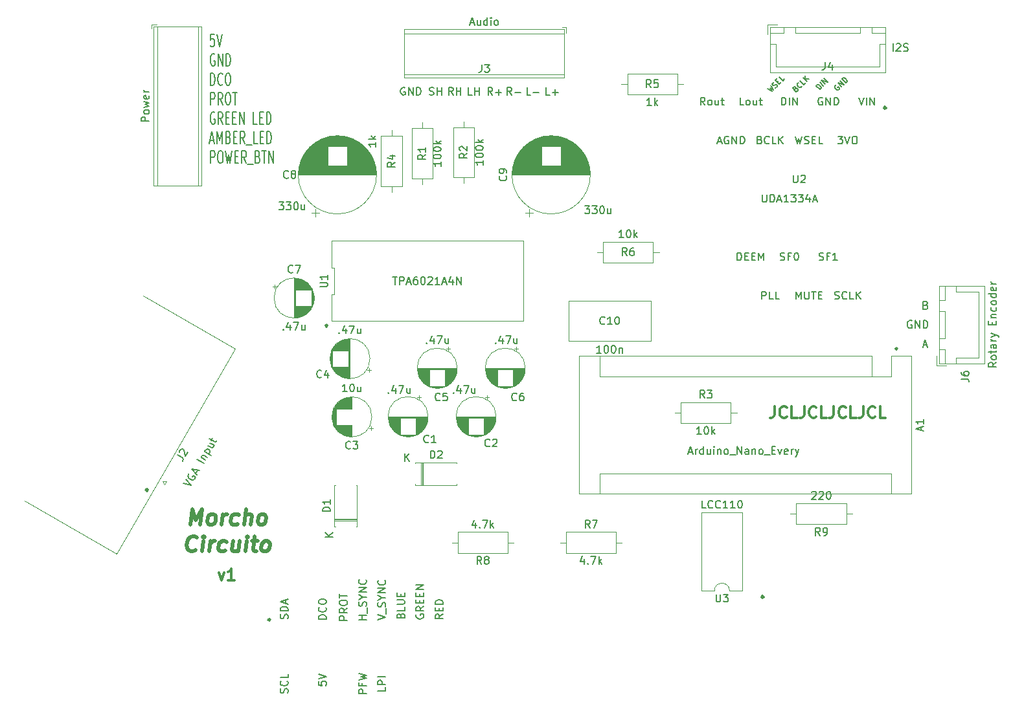
<source format=gbr>
%TF.GenerationSoftware,KiCad,Pcbnew,(5.1.10)-1*%
%TF.CreationDate,2021-06-24T18:33:19-07:00*%
%TF.ProjectId,MiSTer-G3,4d695354-6572-42d4-9733-2e6b69636164,rev?*%
%TF.SameCoordinates,Original*%
%TF.FileFunction,Legend,Top*%
%TF.FilePolarity,Positive*%
%FSLAX46Y46*%
G04 Gerber Fmt 4.6, Leading zero omitted, Abs format (unit mm)*
G04 Created by KiCad (PCBNEW (5.1.10)-1) date 2021-06-24 18:33:19*
%MOMM*%
%LPD*%
G01*
G04 APERTURE LIST*
%ADD10C,0.300000*%
%ADD11C,0.500000*%
%ADD12C,0.150000*%
%ADD13C,0.120000*%
G04 APERTURE END LIST*
D10*
X175071428Y-98178571D02*
X175071428Y-99250000D01*
X175000000Y-99464285D01*
X174857142Y-99607142D01*
X174642857Y-99678571D01*
X174500000Y-99678571D01*
X176642857Y-99535714D02*
X176571428Y-99607142D01*
X176357142Y-99678571D01*
X176214285Y-99678571D01*
X176000000Y-99607142D01*
X175857142Y-99464285D01*
X175785714Y-99321428D01*
X175714285Y-99035714D01*
X175714285Y-98821428D01*
X175785714Y-98535714D01*
X175857142Y-98392857D01*
X176000000Y-98250000D01*
X176214285Y-98178571D01*
X176357142Y-98178571D01*
X176571428Y-98250000D01*
X176642857Y-98321428D01*
X178000000Y-99678571D02*
X177285714Y-99678571D01*
X177285714Y-98178571D01*
X178928571Y-98178571D02*
X178928571Y-99250000D01*
X178857142Y-99464285D01*
X178714285Y-99607142D01*
X178500000Y-99678571D01*
X178357142Y-99678571D01*
X180500000Y-99535714D02*
X180428571Y-99607142D01*
X180214285Y-99678571D01*
X180071428Y-99678571D01*
X179857142Y-99607142D01*
X179714285Y-99464285D01*
X179642857Y-99321428D01*
X179571428Y-99035714D01*
X179571428Y-98821428D01*
X179642857Y-98535714D01*
X179714285Y-98392857D01*
X179857142Y-98250000D01*
X180071428Y-98178571D01*
X180214285Y-98178571D01*
X180428571Y-98250000D01*
X180500000Y-98321428D01*
X181857142Y-99678571D02*
X181142857Y-99678571D01*
X181142857Y-98178571D01*
X182785714Y-98178571D02*
X182785714Y-99250000D01*
X182714285Y-99464285D01*
X182571428Y-99607142D01*
X182357142Y-99678571D01*
X182214285Y-99678571D01*
X184357142Y-99535714D02*
X184285714Y-99607142D01*
X184071428Y-99678571D01*
X183928571Y-99678571D01*
X183714285Y-99607142D01*
X183571428Y-99464285D01*
X183500000Y-99321428D01*
X183428571Y-99035714D01*
X183428571Y-98821428D01*
X183500000Y-98535714D01*
X183571428Y-98392857D01*
X183714285Y-98250000D01*
X183928571Y-98178571D01*
X184071428Y-98178571D01*
X184285714Y-98250000D01*
X184357142Y-98321428D01*
X185714285Y-99678571D02*
X185000000Y-99678571D01*
X185000000Y-98178571D01*
X186642857Y-98178571D02*
X186642857Y-99250000D01*
X186571428Y-99464285D01*
X186428571Y-99607142D01*
X186214285Y-99678571D01*
X186071428Y-99678571D01*
X188214285Y-99535714D02*
X188142857Y-99607142D01*
X187928571Y-99678571D01*
X187785714Y-99678571D01*
X187571428Y-99607142D01*
X187428571Y-99464285D01*
X187357142Y-99321428D01*
X187285714Y-99035714D01*
X187285714Y-98821428D01*
X187357142Y-98535714D01*
X187428571Y-98392857D01*
X187571428Y-98250000D01*
X187785714Y-98178571D01*
X187928571Y-98178571D01*
X188142857Y-98250000D01*
X188214285Y-98321428D01*
X189571428Y-99678571D02*
X188857142Y-99678571D01*
X188857142Y-98178571D01*
X102428571Y-119928571D02*
X102785714Y-120928571D01*
X103142857Y-119928571D01*
X104500000Y-120928571D02*
X103642857Y-120928571D01*
X104071428Y-120928571D02*
X104071428Y-119428571D01*
X103928571Y-119642857D01*
X103785714Y-119785714D01*
X103642857Y-119857142D01*
D11*
X98676636Y-113654761D02*
X98926636Y-111654761D01*
X99414732Y-113083333D01*
X100259970Y-111654761D01*
X100009970Y-113654761D01*
X101248065Y-113654761D02*
X101069494Y-113559523D01*
X100986160Y-113464285D01*
X100914732Y-113273809D01*
X100986160Y-112702380D01*
X101105208Y-112511904D01*
X101212351Y-112416666D01*
X101414732Y-112321428D01*
X101700446Y-112321428D01*
X101879017Y-112416666D01*
X101962351Y-112511904D01*
X102033779Y-112702380D01*
X101962351Y-113273809D01*
X101843303Y-113464285D01*
X101736160Y-113559523D01*
X101533779Y-113654761D01*
X101248065Y-113654761D01*
X102771875Y-113654761D02*
X102938541Y-112321428D01*
X102890922Y-112702380D02*
X103009970Y-112511904D01*
X103117113Y-112416666D01*
X103319494Y-112321428D01*
X103509970Y-112321428D01*
X104879017Y-113559523D02*
X104676636Y-113654761D01*
X104295684Y-113654761D01*
X104117113Y-113559523D01*
X104033779Y-113464285D01*
X103962351Y-113273809D01*
X104033779Y-112702380D01*
X104152827Y-112511904D01*
X104259970Y-112416666D01*
X104462351Y-112321428D01*
X104843303Y-112321428D01*
X105021875Y-112416666D01*
X105724255Y-113654761D02*
X105974255Y-111654761D01*
X106581398Y-113654761D02*
X106712351Y-112607142D01*
X106640922Y-112416666D01*
X106462351Y-112321428D01*
X106176636Y-112321428D01*
X105974255Y-112416666D01*
X105867113Y-112511904D01*
X107819494Y-113654761D02*
X107640922Y-113559523D01*
X107557589Y-113464285D01*
X107486160Y-113273809D01*
X107557589Y-112702380D01*
X107676636Y-112511904D01*
X107783779Y-112416666D01*
X107986160Y-112321428D01*
X108271875Y-112321428D01*
X108450446Y-112416666D01*
X108533779Y-112511904D01*
X108605208Y-112702380D01*
X108533779Y-113273809D01*
X108414732Y-113464285D01*
X108307589Y-113559523D01*
X108105208Y-113654761D01*
X107819494Y-113654761D01*
X99367113Y-116964285D02*
X99259970Y-117059523D01*
X98962351Y-117154761D01*
X98771875Y-117154761D01*
X98498065Y-117059523D01*
X98331398Y-116869047D01*
X98259970Y-116678571D01*
X98212351Y-116297619D01*
X98248065Y-116011904D01*
X98390922Y-115630952D01*
X98509970Y-115440476D01*
X98724255Y-115250000D01*
X99021875Y-115154761D01*
X99212351Y-115154761D01*
X99486160Y-115250000D01*
X99569494Y-115345238D01*
X100200446Y-117154761D02*
X100367113Y-115821428D01*
X100450446Y-115154761D02*
X100343303Y-115250000D01*
X100426636Y-115345238D01*
X100533779Y-115250000D01*
X100450446Y-115154761D01*
X100426636Y-115345238D01*
X101152827Y-117154761D02*
X101319494Y-115821428D01*
X101271875Y-116202380D02*
X101390922Y-116011904D01*
X101498065Y-115916666D01*
X101700446Y-115821428D01*
X101890922Y-115821428D01*
X103259970Y-117059523D02*
X103057589Y-117154761D01*
X102676636Y-117154761D01*
X102498065Y-117059523D01*
X102414732Y-116964285D01*
X102343303Y-116773809D01*
X102414732Y-116202380D01*
X102533779Y-116011904D01*
X102640922Y-115916666D01*
X102843303Y-115821428D01*
X103224255Y-115821428D01*
X103402827Y-115916666D01*
X105129017Y-115821428D02*
X104962351Y-117154761D01*
X104271875Y-115821428D02*
X104140922Y-116869047D01*
X104212351Y-117059523D01*
X104390922Y-117154761D01*
X104676636Y-117154761D01*
X104879017Y-117059523D01*
X104986160Y-116964285D01*
X105914732Y-117154761D02*
X106081398Y-115821428D01*
X106164732Y-115154761D02*
X106057589Y-115250000D01*
X106140922Y-115345238D01*
X106248065Y-115250000D01*
X106164732Y-115154761D01*
X106140922Y-115345238D01*
X106748065Y-115821428D02*
X107509970Y-115821428D01*
X107117113Y-115154761D02*
X106902827Y-116869047D01*
X106974255Y-117059523D01*
X107152827Y-117154761D01*
X107343303Y-117154761D01*
X108295684Y-117154761D02*
X108117113Y-117059523D01*
X108033779Y-116964285D01*
X107962351Y-116773809D01*
X108033779Y-116202380D01*
X108152827Y-116011904D01*
X108259970Y-115916666D01*
X108462351Y-115821428D01*
X108748065Y-115821428D01*
X108926636Y-115916666D01*
X109009970Y-116011904D01*
X109081398Y-116202380D01*
X109009970Y-116773809D01*
X108890922Y-116964285D01*
X108783779Y-117059523D01*
X108581398Y-117154761D01*
X108295684Y-117154761D01*
D12*
X124202380Y-134928571D02*
X124202380Y-135404761D01*
X123202380Y-135404761D01*
X124202380Y-134595238D02*
X123202380Y-134595238D01*
X123202380Y-134214285D01*
X123250000Y-134119047D01*
X123297619Y-134071428D01*
X123392857Y-134023809D01*
X123535714Y-134023809D01*
X123630952Y-134071428D01*
X123678571Y-134119047D01*
X123726190Y-134214285D01*
X123726190Y-134595238D01*
X124202380Y-133595238D02*
X123202380Y-133595238D01*
X121702380Y-135761904D02*
X120702380Y-135761904D01*
X120702380Y-135380952D01*
X120750000Y-135285714D01*
X120797619Y-135238095D01*
X120892857Y-135190476D01*
X121035714Y-135190476D01*
X121130952Y-135238095D01*
X121178571Y-135285714D01*
X121226190Y-135380952D01*
X121226190Y-135761904D01*
X121178571Y-134428571D02*
X121178571Y-134761904D01*
X121702380Y-134761904D02*
X120702380Y-134761904D01*
X120702380Y-134285714D01*
X120702380Y-134000000D02*
X121702380Y-133761904D01*
X120988095Y-133571428D01*
X121702380Y-133380952D01*
X120702380Y-133142857D01*
X115452380Y-134190476D02*
X115452380Y-134666666D01*
X115928571Y-134714285D01*
X115880952Y-134666666D01*
X115833333Y-134571428D01*
X115833333Y-134333333D01*
X115880952Y-134238095D01*
X115928571Y-134190476D01*
X116023809Y-134142857D01*
X116261904Y-134142857D01*
X116357142Y-134190476D01*
X116404761Y-134238095D01*
X116452380Y-134333333D01*
X116452380Y-134571428D01*
X116404761Y-134666666D01*
X116357142Y-134714285D01*
X115452380Y-133857142D02*
X116452380Y-133523809D01*
X115452380Y-133190476D01*
X131702380Y-125392857D02*
X131226190Y-125726190D01*
X131702380Y-125964285D02*
X130702380Y-125964285D01*
X130702380Y-125583333D01*
X130750000Y-125488095D01*
X130797619Y-125440476D01*
X130892857Y-125392857D01*
X131035714Y-125392857D01*
X131130952Y-125440476D01*
X131178571Y-125488095D01*
X131226190Y-125583333D01*
X131226190Y-125964285D01*
X131178571Y-124964285D02*
X131178571Y-124630952D01*
X131702380Y-124488095D02*
X131702380Y-124964285D01*
X130702380Y-124964285D01*
X130702380Y-124488095D01*
X131702380Y-124059523D02*
X130702380Y-124059523D01*
X130702380Y-123821428D01*
X130750000Y-123678571D01*
X130845238Y-123583333D01*
X130940476Y-123535714D01*
X131130952Y-123488095D01*
X131273809Y-123488095D01*
X131464285Y-123535714D01*
X131559523Y-123583333D01*
X131654761Y-123678571D01*
X131702380Y-123821428D01*
X131702380Y-124059523D01*
X128250000Y-125416666D02*
X128202380Y-125511904D01*
X128202380Y-125654761D01*
X128250000Y-125797619D01*
X128345238Y-125892857D01*
X128440476Y-125940476D01*
X128630952Y-125988095D01*
X128773809Y-125988095D01*
X128964285Y-125940476D01*
X129059523Y-125892857D01*
X129154761Y-125797619D01*
X129202380Y-125654761D01*
X129202380Y-125559523D01*
X129154761Y-125416666D01*
X129107142Y-125369047D01*
X128773809Y-125369047D01*
X128773809Y-125559523D01*
X129202380Y-124369047D02*
X128726190Y-124702380D01*
X129202380Y-124940476D02*
X128202380Y-124940476D01*
X128202380Y-124559523D01*
X128250000Y-124464285D01*
X128297619Y-124416666D01*
X128392857Y-124369047D01*
X128535714Y-124369047D01*
X128630952Y-124416666D01*
X128678571Y-124464285D01*
X128726190Y-124559523D01*
X128726190Y-124940476D01*
X128678571Y-123940476D02*
X128678571Y-123607142D01*
X129202380Y-123464285D02*
X129202380Y-123940476D01*
X128202380Y-123940476D01*
X128202380Y-123464285D01*
X128678571Y-123035714D02*
X128678571Y-122702380D01*
X129202380Y-122559523D02*
X129202380Y-123035714D01*
X128202380Y-123035714D01*
X128202380Y-122559523D01*
X129202380Y-122130952D02*
X128202380Y-122130952D01*
X129202380Y-121559523D01*
X128202380Y-121559523D01*
X126178571Y-125559523D02*
X126226190Y-125416666D01*
X126273809Y-125369047D01*
X126369047Y-125321428D01*
X126511904Y-125321428D01*
X126607142Y-125369047D01*
X126654761Y-125416666D01*
X126702380Y-125511904D01*
X126702380Y-125892857D01*
X125702380Y-125892857D01*
X125702380Y-125559523D01*
X125750000Y-125464285D01*
X125797619Y-125416666D01*
X125892857Y-125369047D01*
X125988095Y-125369047D01*
X126083333Y-125416666D01*
X126130952Y-125464285D01*
X126178571Y-125559523D01*
X126178571Y-125892857D01*
X126702380Y-124416666D02*
X126702380Y-124892857D01*
X125702380Y-124892857D01*
X125702380Y-124083333D02*
X126511904Y-124083333D01*
X126607142Y-124035714D01*
X126654761Y-123988095D01*
X126702380Y-123892857D01*
X126702380Y-123702380D01*
X126654761Y-123607142D01*
X126607142Y-123559523D01*
X126511904Y-123511904D01*
X125702380Y-123511904D01*
X126178571Y-123035714D02*
X126178571Y-122702380D01*
X126702380Y-122559523D02*
X126702380Y-123035714D01*
X125702380Y-123035714D01*
X125702380Y-122559523D01*
X123202380Y-126142857D02*
X124202380Y-125809523D01*
X123202380Y-125476190D01*
X124297619Y-125380952D02*
X124297619Y-124619047D01*
X124154761Y-124428571D02*
X124202380Y-124285714D01*
X124202380Y-124047619D01*
X124154761Y-123952380D01*
X124107142Y-123904761D01*
X124011904Y-123857142D01*
X123916666Y-123857142D01*
X123821428Y-123904761D01*
X123773809Y-123952380D01*
X123726190Y-124047619D01*
X123678571Y-124238095D01*
X123630952Y-124333333D01*
X123583333Y-124380952D01*
X123488095Y-124428571D01*
X123392857Y-124428571D01*
X123297619Y-124380952D01*
X123250000Y-124333333D01*
X123202380Y-124238095D01*
X123202380Y-124000000D01*
X123250000Y-123857142D01*
X123726190Y-123238095D02*
X124202380Y-123238095D01*
X123202380Y-123571428D02*
X123726190Y-123238095D01*
X123202380Y-122904761D01*
X124202380Y-122571428D02*
X123202380Y-122571428D01*
X124202380Y-122000000D01*
X123202380Y-122000000D01*
X124107142Y-120952380D02*
X124154761Y-121000000D01*
X124202380Y-121142857D01*
X124202380Y-121238095D01*
X124154761Y-121380952D01*
X124059523Y-121476190D01*
X123964285Y-121523809D01*
X123773809Y-121571428D01*
X123630952Y-121571428D01*
X123440476Y-121523809D01*
X123345238Y-121476190D01*
X123250000Y-121380952D01*
X123202380Y-121238095D01*
X123202380Y-121142857D01*
X123250000Y-121000000D01*
X123297619Y-120952380D01*
X121702380Y-126095238D02*
X120702380Y-126095238D01*
X121178571Y-126095238D02*
X121178571Y-125523809D01*
X121702380Y-125523809D02*
X120702380Y-125523809D01*
X121797619Y-125285714D02*
X121797619Y-124523809D01*
X121654761Y-124333333D02*
X121702380Y-124190476D01*
X121702380Y-123952380D01*
X121654761Y-123857142D01*
X121607142Y-123809523D01*
X121511904Y-123761904D01*
X121416666Y-123761904D01*
X121321428Y-123809523D01*
X121273809Y-123857142D01*
X121226190Y-123952380D01*
X121178571Y-124142857D01*
X121130952Y-124238095D01*
X121083333Y-124285714D01*
X120988095Y-124333333D01*
X120892857Y-124333333D01*
X120797619Y-124285714D01*
X120750000Y-124238095D01*
X120702380Y-124142857D01*
X120702380Y-123904761D01*
X120750000Y-123761904D01*
X121226190Y-123142857D02*
X121702380Y-123142857D01*
X120702380Y-123476190D02*
X121226190Y-123142857D01*
X120702380Y-122809523D01*
X121702380Y-122476190D02*
X120702380Y-122476190D01*
X121702380Y-121904761D01*
X120702380Y-121904761D01*
X121607142Y-120857142D02*
X121654761Y-120904761D01*
X121702380Y-121047619D01*
X121702380Y-121142857D01*
X121654761Y-121285714D01*
X121559523Y-121380952D01*
X121464285Y-121428571D01*
X121273809Y-121476190D01*
X121130952Y-121476190D01*
X120940476Y-121428571D01*
X120845238Y-121380952D01*
X120750000Y-121285714D01*
X120702380Y-121142857D01*
X120702380Y-121047619D01*
X120750000Y-120904761D01*
X120797619Y-120857142D01*
X119202380Y-126166666D02*
X118202380Y-126166666D01*
X118202380Y-125785714D01*
X118250000Y-125690476D01*
X118297619Y-125642857D01*
X118392857Y-125595238D01*
X118535714Y-125595238D01*
X118630952Y-125642857D01*
X118678571Y-125690476D01*
X118726190Y-125785714D01*
X118726190Y-126166666D01*
X119202380Y-124595238D02*
X118726190Y-124928571D01*
X119202380Y-125166666D02*
X118202380Y-125166666D01*
X118202380Y-124785714D01*
X118250000Y-124690476D01*
X118297619Y-124642857D01*
X118392857Y-124595238D01*
X118535714Y-124595238D01*
X118630952Y-124642857D01*
X118678571Y-124690476D01*
X118726190Y-124785714D01*
X118726190Y-125166666D01*
X118202380Y-123976190D02*
X118202380Y-123785714D01*
X118250000Y-123690476D01*
X118345238Y-123595238D01*
X118535714Y-123547619D01*
X118869047Y-123547619D01*
X119059523Y-123595238D01*
X119154761Y-123690476D01*
X119202380Y-123785714D01*
X119202380Y-123976190D01*
X119154761Y-124071428D01*
X119059523Y-124166666D01*
X118869047Y-124214285D01*
X118535714Y-124214285D01*
X118345238Y-124166666D01*
X118250000Y-124071428D01*
X118202380Y-123976190D01*
X118202380Y-123261904D02*
X118202380Y-122690476D01*
X119202380Y-122976190D02*
X118202380Y-122976190D01*
X116452380Y-126035714D02*
X115452380Y-126035714D01*
X115452380Y-125797619D01*
X115500000Y-125654761D01*
X115595238Y-125559523D01*
X115690476Y-125511904D01*
X115880952Y-125464285D01*
X116023809Y-125464285D01*
X116214285Y-125511904D01*
X116309523Y-125559523D01*
X116404761Y-125654761D01*
X116452380Y-125797619D01*
X116452380Y-126035714D01*
X116357142Y-124464285D02*
X116404761Y-124511904D01*
X116452380Y-124654761D01*
X116452380Y-124750000D01*
X116404761Y-124892857D01*
X116309523Y-124988095D01*
X116214285Y-125035714D01*
X116023809Y-125083333D01*
X115880952Y-125083333D01*
X115690476Y-125035714D01*
X115595238Y-124988095D01*
X115500000Y-124892857D01*
X115452380Y-124750000D01*
X115452380Y-124654761D01*
X115500000Y-124511904D01*
X115547619Y-124464285D01*
X115452380Y-123845238D02*
X115452380Y-123654761D01*
X115500000Y-123559523D01*
X115595238Y-123464285D01*
X115785714Y-123416666D01*
X116119047Y-123416666D01*
X116309523Y-123464285D01*
X116404761Y-123559523D01*
X116452380Y-123654761D01*
X116452380Y-123845238D01*
X116404761Y-123940476D01*
X116309523Y-124035714D01*
X116119047Y-124083333D01*
X115785714Y-124083333D01*
X115595238Y-124035714D01*
X115500000Y-123940476D01*
X115452380Y-123845238D01*
X111404761Y-125964285D02*
X111452380Y-125821428D01*
X111452380Y-125583333D01*
X111404761Y-125488095D01*
X111357142Y-125440476D01*
X111261904Y-125392857D01*
X111166666Y-125392857D01*
X111071428Y-125440476D01*
X111023809Y-125488095D01*
X110976190Y-125583333D01*
X110928571Y-125773809D01*
X110880952Y-125869047D01*
X110833333Y-125916666D01*
X110738095Y-125964285D01*
X110642857Y-125964285D01*
X110547619Y-125916666D01*
X110500000Y-125869047D01*
X110452380Y-125773809D01*
X110452380Y-125535714D01*
X110500000Y-125392857D01*
X111452380Y-124964285D02*
X110452380Y-124964285D01*
X110452380Y-124726190D01*
X110500000Y-124583333D01*
X110595238Y-124488095D01*
X110690476Y-124440476D01*
X110880952Y-124392857D01*
X111023809Y-124392857D01*
X111214285Y-124440476D01*
X111309523Y-124488095D01*
X111404761Y-124583333D01*
X111452380Y-124726190D01*
X111452380Y-124964285D01*
X111166666Y-124011904D02*
X111166666Y-123535714D01*
X111452380Y-124107142D02*
X110452380Y-123773809D01*
X111452380Y-123440476D01*
X111404761Y-135690476D02*
X111452380Y-135547619D01*
X111452380Y-135309523D01*
X111404761Y-135214285D01*
X111357142Y-135166666D01*
X111261904Y-135119047D01*
X111166666Y-135119047D01*
X111071428Y-135166666D01*
X111023809Y-135214285D01*
X110976190Y-135309523D01*
X110928571Y-135500000D01*
X110880952Y-135595238D01*
X110833333Y-135642857D01*
X110738095Y-135690476D01*
X110642857Y-135690476D01*
X110547619Y-135642857D01*
X110500000Y-135595238D01*
X110452380Y-135500000D01*
X110452380Y-135261904D01*
X110500000Y-135119047D01*
X111357142Y-134119047D02*
X111404761Y-134166666D01*
X111452380Y-134309523D01*
X111452380Y-134404761D01*
X111404761Y-134547619D01*
X111309523Y-134642857D01*
X111214285Y-134690476D01*
X111023809Y-134738095D01*
X110880952Y-134738095D01*
X110690476Y-134690476D01*
X110595238Y-134642857D01*
X110500000Y-134547619D01*
X110452380Y-134404761D01*
X110452380Y-134309523D01*
X110500000Y-134166666D01*
X110547619Y-134119047D01*
X111452380Y-133214285D02*
X111452380Y-133690476D01*
X110452380Y-133690476D01*
X194511904Y-90166666D02*
X194988095Y-90166666D01*
X194416666Y-90452380D02*
X194750000Y-89452380D01*
X195083333Y-90452380D01*
X192988095Y-87000000D02*
X192892857Y-86952380D01*
X192750000Y-86952380D01*
X192607142Y-87000000D01*
X192511904Y-87095238D01*
X192464285Y-87190476D01*
X192416666Y-87380952D01*
X192416666Y-87523809D01*
X192464285Y-87714285D01*
X192511904Y-87809523D01*
X192607142Y-87904761D01*
X192750000Y-87952380D01*
X192845238Y-87952380D01*
X192988095Y-87904761D01*
X193035714Y-87857142D01*
X193035714Y-87523809D01*
X192845238Y-87523809D01*
X193464285Y-87952380D02*
X193464285Y-86952380D01*
X194035714Y-87952380D01*
X194035714Y-86952380D01*
X194511904Y-87952380D02*
X194511904Y-86952380D01*
X194750000Y-86952380D01*
X194892857Y-87000000D01*
X194988095Y-87095238D01*
X195035714Y-87190476D01*
X195083333Y-87380952D01*
X195083333Y-87523809D01*
X195035714Y-87714285D01*
X194988095Y-87809523D01*
X194892857Y-87904761D01*
X194750000Y-87952380D01*
X194511904Y-87952380D01*
X194821428Y-84928571D02*
X194964285Y-84976190D01*
X195011904Y-85023809D01*
X195059523Y-85119047D01*
X195059523Y-85261904D01*
X195011904Y-85357142D01*
X194964285Y-85404761D01*
X194869047Y-85452380D01*
X194488095Y-85452380D01*
X194488095Y-84452380D01*
X194821428Y-84452380D01*
X194916666Y-84500000D01*
X194964285Y-84547619D01*
X195011904Y-84642857D01*
X195011904Y-84738095D01*
X194964285Y-84833333D01*
X194916666Y-84880952D01*
X194821428Y-84928571D01*
X194488095Y-84928571D01*
X183125389Y-56129636D02*
X183054678Y-56153206D01*
X182983967Y-56223917D01*
X182936827Y-56318198D01*
X182936827Y-56412478D01*
X182960397Y-56483189D01*
X183031108Y-56601040D01*
X183101818Y-56671751D01*
X183219669Y-56742462D01*
X183290380Y-56766032D01*
X183384661Y-56766032D01*
X183478942Y-56718891D01*
X183526082Y-56671751D01*
X183573223Y-56577470D01*
X183573223Y-56530330D01*
X183408231Y-56365338D01*
X183313950Y-56459619D01*
X183832495Y-56365338D02*
X183337521Y-55870363D01*
X184115338Y-56082495D01*
X183620363Y-55587521D01*
X184351040Y-55846793D02*
X183856066Y-55351818D01*
X183973917Y-55233967D01*
X184068198Y-55186827D01*
X184162478Y-55186827D01*
X184233189Y-55210397D01*
X184351040Y-55281108D01*
X184421751Y-55351818D01*
X184492462Y-55469669D01*
X184516032Y-55540380D01*
X184516032Y-55634661D01*
X184468891Y-55728942D01*
X184351040Y-55846793D01*
X180967157Y-56730677D02*
X180472182Y-56235702D01*
X180590033Y-56117851D01*
X180684314Y-56070710D01*
X180778595Y-56070710D01*
X180849306Y-56094280D01*
X180967157Y-56164991D01*
X181037867Y-56235702D01*
X181108578Y-56353553D01*
X181132148Y-56424264D01*
X181132148Y-56518544D01*
X181085008Y-56612825D01*
X180967157Y-56730677D01*
X181462132Y-56235702D02*
X180967157Y-55740727D01*
X181697834Y-56000000D02*
X181202859Y-55505025D01*
X181980677Y-55717157D01*
X181485702Y-55222182D01*
X177804678Y-56624610D02*
X177898959Y-56577470D01*
X177946099Y-56577470D01*
X178016810Y-56601040D01*
X178087521Y-56671751D01*
X178111091Y-56742462D01*
X178111091Y-56789602D01*
X178087521Y-56860313D01*
X177898959Y-57048875D01*
X177403984Y-56553900D01*
X177568976Y-56388908D01*
X177639686Y-56365338D01*
X177686827Y-56365338D01*
X177757537Y-56388908D01*
X177804678Y-56436049D01*
X177828248Y-56506759D01*
X177828248Y-56553900D01*
X177804678Y-56624610D01*
X177639686Y-56789602D01*
X178629636Y-56223917D02*
X178629636Y-56271057D01*
X178582495Y-56365338D01*
X178535355Y-56412478D01*
X178441074Y-56459619D01*
X178346793Y-56459619D01*
X178276082Y-56436049D01*
X178158231Y-56365338D01*
X178087521Y-56294627D01*
X178016810Y-56176776D01*
X177993240Y-56106066D01*
X177993240Y-56011785D01*
X178040380Y-55917504D01*
X178087521Y-55870363D01*
X178181801Y-55823223D01*
X178228942Y-55823223D01*
X179124610Y-55823223D02*
X178888908Y-56058925D01*
X178393933Y-55563950D01*
X179289602Y-55658231D02*
X178794627Y-55163256D01*
X179572445Y-55375389D02*
X179077470Y-55304678D01*
X179077470Y-54880414D02*
X179077470Y-55446099D01*
X174106844Y-56601040D02*
X174719669Y-56978164D01*
X174460397Y-56530330D01*
X174908231Y-56789602D01*
X174531108Y-56176776D01*
X175167504Y-56483189D02*
X175261785Y-56436049D01*
X175379636Y-56318198D01*
X175403206Y-56247487D01*
X175403206Y-56200346D01*
X175379636Y-56129636D01*
X175332495Y-56082495D01*
X175261785Y-56058925D01*
X175214644Y-56058925D01*
X175143933Y-56082495D01*
X175026082Y-56153206D01*
X174955372Y-56176776D01*
X174908231Y-56176776D01*
X174837521Y-56153206D01*
X174790380Y-56106066D01*
X174766810Y-56035355D01*
X174766810Y-55988214D01*
X174790380Y-55917504D01*
X174908231Y-55799653D01*
X175002512Y-55752512D01*
X175426776Y-55752512D02*
X175591768Y-55587521D01*
X175921751Y-55776082D02*
X175686049Y-56011785D01*
X175191074Y-55516810D01*
X175426776Y-55281108D01*
X176369585Y-55328248D02*
X176133883Y-55563950D01*
X175638908Y-55068976D01*
X126738095Y-56500000D02*
X126642857Y-56452380D01*
X126500000Y-56452380D01*
X126357142Y-56500000D01*
X126261904Y-56595238D01*
X126214285Y-56690476D01*
X126166666Y-56880952D01*
X126166666Y-57023809D01*
X126214285Y-57214285D01*
X126261904Y-57309523D01*
X126357142Y-57404761D01*
X126500000Y-57452380D01*
X126595238Y-57452380D01*
X126738095Y-57404761D01*
X126785714Y-57357142D01*
X126785714Y-57023809D01*
X126595238Y-57023809D01*
X127214285Y-57452380D02*
X127214285Y-56452380D01*
X127785714Y-57452380D01*
X127785714Y-56452380D01*
X128261904Y-57452380D02*
X128261904Y-56452380D01*
X128500000Y-56452380D01*
X128642857Y-56500000D01*
X128738095Y-56595238D01*
X128785714Y-56690476D01*
X128833333Y-56880952D01*
X128833333Y-57023809D01*
X128785714Y-57214285D01*
X128738095Y-57309523D01*
X128642857Y-57404761D01*
X128500000Y-57452380D01*
X128261904Y-57452380D01*
X129940476Y-57404761D02*
X130083333Y-57452380D01*
X130321428Y-57452380D01*
X130416666Y-57404761D01*
X130464285Y-57357142D01*
X130511904Y-57261904D01*
X130511904Y-57166666D01*
X130464285Y-57071428D01*
X130416666Y-57023809D01*
X130321428Y-56976190D01*
X130130952Y-56928571D01*
X130035714Y-56880952D01*
X129988095Y-56833333D01*
X129940476Y-56738095D01*
X129940476Y-56642857D01*
X129988095Y-56547619D01*
X130035714Y-56500000D01*
X130130952Y-56452380D01*
X130369047Y-56452380D01*
X130511904Y-56500000D01*
X130940476Y-57452380D02*
X130940476Y-56452380D01*
X130940476Y-56928571D02*
X131511904Y-56928571D01*
X131511904Y-57452380D02*
X131511904Y-56452380D01*
X133035714Y-57452380D02*
X132702380Y-56976190D01*
X132464285Y-57452380D02*
X132464285Y-56452380D01*
X132845238Y-56452380D01*
X132940476Y-56500000D01*
X132988095Y-56547619D01*
X133035714Y-56642857D01*
X133035714Y-56785714D01*
X132988095Y-56880952D01*
X132940476Y-56928571D01*
X132845238Y-56976190D01*
X132464285Y-56976190D01*
X133464285Y-57452380D02*
X133464285Y-56452380D01*
X133464285Y-56928571D02*
X134035714Y-56928571D01*
X134035714Y-57452380D02*
X134035714Y-56452380D01*
X135535714Y-57452380D02*
X135059523Y-57452380D01*
X135059523Y-56452380D01*
X135869047Y-57452380D02*
X135869047Y-56452380D01*
X135869047Y-56928571D02*
X136440476Y-56928571D01*
X136440476Y-57452380D02*
X136440476Y-56452380D01*
X138190476Y-57452380D02*
X137857142Y-56976190D01*
X137619047Y-57452380D02*
X137619047Y-56452380D01*
X138000000Y-56452380D01*
X138095238Y-56500000D01*
X138142857Y-56547619D01*
X138190476Y-56642857D01*
X138190476Y-56785714D01*
X138142857Y-56880952D01*
X138095238Y-56928571D01*
X138000000Y-56976190D01*
X137619047Y-56976190D01*
X138619047Y-57071428D02*
X139380952Y-57071428D01*
X139000000Y-57452380D02*
X139000000Y-56690476D01*
X140690476Y-57452380D02*
X140357142Y-56976190D01*
X140119047Y-57452380D02*
X140119047Y-56452380D01*
X140500000Y-56452380D01*
X140595238Y-56500000D01*
X140642857Y-56547619D01*
X140690476Y-56642857D01*
X140690476Y-56785714D01*
X140642857Y-56880952D01*
X140595238Y-56928571D01*
X140500000Y-56976190D01*
X140119047Y-56976190D01*
X141119047Y-57071428D02*
X141880952Y-57071428D01*
X143190476Y-57452380D02*
X142714285Y-57452380D01*
X142714285Y-56452380D01*
X143523809Y-57071428D02*
X144285714Y-57071428D01*
X145690476Y-57452380D02*
X145214285Y-57452380D01*
X145214285Y-56452380D01*
X146023809Y-57071428D02*
X146785714Y-57071428D01*
X146404761Y-57452380D02*
X146404761Y-56690476D01*
X189500000Y-58928571D02*
X189690476Y-59119047D01*
X189500000Y-59309523D01*
X189309523Y-59119047D01*
X189500000Y-58928571D01*
X189500000Y-59309523D01*
X93000000Y-108928571D02*
X93190476Y-109119047D01*
X93000000Y-109309523D01*
X92809523Y-109119047D01*
X93000000Y-108928571D01*
X93000000Y-109309523D01*
X109000000Y-125928571D02*
X109190476Y-126119047D01*
X109000000Y-126309523D01*
X108809523Y-126119047D01*
X109000000Y-125928571D01*
X109000000Y-126309523D01*
X173500000Y-122928571D02*
X173690476Y-123119047D01*
X173500000Y-123309523D01*
X173309523Y-123119047D01*
X173500000Y-122928571D01*
X173500000Y-123309523D01*
X191000000Y-90428571D02*
X191190476Y-90619047D01*
X191000000Y-90809523D01*
X190809523Y-90619047D01*
X191000000Y-90428571D01*
X191000000Y-90809523D01*
X116500000Y-87428571D02*
X116690476Y-87619047D01*
X116500000Y-87809523D01*
X116309523Y-87619047D01*
X116500000Y-87428571D01*
X116500000Y-87809523D01*
X101811785Y-49473809D02*
X101335595Y-49473809D01*
X101287976Y-50235714D01*
X101335595Y-50159523D01*
X101430833Y-50083333D01*
X101668928Y-50083333D01*
X101764166Y-50159523D01*
X101811785Y-50235714D01*
X101859404Y-50388095D01*
X101859404Y-50769047D01*
X101811785Y-50921428D01*
X101764166Y-50997619D01*
X101668928Y-51073809D01*
X101430833Y-51073809D01*
X101335595Y-50997619D01*
X101287976Y-50921428D01*
X102145119Y-49473809D02*
X102478452Y-51073809D01*
X102811785Y-49473809D01*
X101859404Y-52100000D02*
X101764166Y-52023809D01*
X101621309Y-52023809D01*
X101478452Y-52100000D01*
X101383214Y-52252380D01*
X101335595Y-52404761D01*
X101287976Y-52709523D01*
X101287976Y-52938095D01*
X101335595Y-53242857D01*
X101383214Y-53395238D01*
X101478452Y-53547619D01*
X101621309Y-53623809D01*
X101716547Y-53623809D01*
X101859404Y-53547619D01*
X101907023Y-53471428D01*
X101907023Y-52938095D01*
X101716547Y-52938095D01*
X102335595Y-53623809D02*
X102335595Y-52023809D01*
X102907023Y-53623809D01*
X102907023Y-52023809D01*
X103383214Y-53623809D02*
X103383214Y-52023809D01*
X103621309Y-52023809D01*
X103764166Y-52100000D01*
X103859404Y-52252380D01*
X103907023Y-52404761D01*
X103954642Y-52709523D01*
X103954642Y-52938095D01*
X103907023Y-53242857D01*
X103859404Y-53395238D01*
X103764166Y-53547619D01*
X103621309Y-53623809D01*
X103383214Y-53623809D01*
X101335595Y-56173809D02*
X101335595Y-54573809D01*
X101573690Y-54573809D01*
X101716547Y-54650000D01*
X101811785Y-54802380D01*
X101859404Y-54954761D01*
X101907023Y-55259523D01*
X101907023Y-55488095D01*
X101859404Y-55792857D01*
X101811785Y-55945238D01*
X101716547Y-56097619D01*
X101573690Y-56173809D01*
X101335595Y-56173809D01*
X102907023Y-56021428D02*
X102859404Y-56097619D01*
X102716547Y-56173809D01*
X102621309Y-56173809D01*
X102478452Y-56097619D01*
X102383214Y-55945238D01*
X102335595Y-55792857D01*
X102287976Y-55488095D01*
X102287976Y-55259523D01*
X102335595Y-54954761D01*
X102383214Y-54802380D01*
X102478452Y-54650000D01*
X102621309Y-54573809D01*
X102716547Y-54573809D01*
X102859404Y-54650000D01*
X102907023Y-54726190D01*
X103526071Y-54573809D02*
X103716547Y-54573809D01*
X103811785Y-54650000D01*
X103907023Y-54802380D01*
X103954642Y-55107142D01*
X103954642Y-55640476D01*
X103907023Y-55945238D01*
X103811785Y-56097619D01*
X103716547Y-56173809D01*
X103526071Y-56173809D01*
X103430833Y-56097619D01*
X103335595Y-55945238D01*
X103287976Y-55640476D01*
X103287976Y-55107142D01*
X103335595Y-54802380D01*
X103430833Y-54650000D01*
X103526071Y-54573809D01*
X101335595Y-58723809D02*
X101335595Y-57123809D01*
X101716547Y-57123809D01*
X101811785Y-57200000D01*
X101859404Y-57276190D01*
X101907023Y-57428571D01*
X101907023Y-57657142D01*
X101859404Y-57809523D01*
X101811785Y-57885714D01*
X101716547Y-57961904D01*
X101335595Y-57961904D01*
X102907023Y-58723809D02*
X102573690Y-57961904D01*
X102335595Y-58723809D02*
X102335595Y-57123809D01*
X102716547Y-57123809D01*
X102811785Y-57200000D01*
X102859404Y-57276190D01*
X102907023Y-57428571D01*
X102907023Y-57657142D01*
X102859404Y-57809523D01*
X102811785Y-57885714D01*
X102716547Y-57961904D01*
X102335595Y-57961904D01*
X103526071Y-57123809D02*
X103716547Y-57123809D01*
X103811785Y-57200000D01*
X103907023Y-57352380D01*
X103954642Y-57657142D01*
X103954642Y-58190476D01*
X103907023Y-58495238D01*
X103811785Y-58647619D01*
X103716547Y-58723809D01*
X103526071Y-58723809D01*
X103430833Y-58647619D01*
X103335595Y-58495238D01*
X103287976Y-58190476D01*
X103287976Y-57657142D01*
X103335595Y-57352380D01*
X103430833Y-57200000D01*
X103526071Y-57123809D01*
X104240357Y-57123809D02*
X104811785Y-57123809D01*
X104526071Y-58723809D02*
X104526071Y-57123809D01*
X101859404Y-59750000D02*
X101764166Y-59673809D01*
X101621309Y-59673809D01*
X101478452Y-59750000D01*
X101383214Y-59902380D01*
X101335595Y-60054761D01*
X101287976Y-60359523D01*
X101287976Y-60588095D01*
X101335595Y-60892857D01*
X101383214Y-61045238D01*
X101478452Y-61197619D01*
X101621309Y-61273809D01*
X101716547Y-61273809D01*
X101859404Y-61197619D01*
X101907023Y-61121428D01*
X101907023Y-60588095D01*
X101716547Y-60588095D01*
X102907023Y-61273809D02*
X102573690Y-60511904D01*
X102335595Y-61273809D02*
X102335595Y-59673809D01*
X102716547Y-59673809D01*
X102811785Y-59750000D01*
X102859404Y-59826190D01*
X102907023Y-59978571D01*
X102907023Y-60207142D01*
X102859404Y-60359523D01*
X102811785Y-60435714D01*
X102716547Y-60511904D01*
X102335595Y-60511904D01*
X103335595Y-60435714D02*
X103668928Y-60435714D01*
X103811785Y-61273809D02*
X103335595Y-61273809D01*
X103335595Y-59673809D01*
X103811785Y-59673809D01*
X104240357Y-60435714D02*
X104573690Y-60435714D01*
X104716547Y-61273809D02*
X104240357Y-61273809D01*
X104240357Y-59673809D01*
X104716547Y-59673809D01*
X105145119Y-61273809D02*
X105145119Y-59673809D01*
X105716547Y-61273809D01*
X105716547Y-59673809D01*
X107430833Y-61273809D02*
X106954642Y-61273809D01*
X106954642Y-59673809D01*
X107764166Y-60435714D02*
X108097500Y-60435714D01*
X108240357Y-61273809D02*
X107764166Y-61273809D01*
X107764166Y-59673809D01*
X108240357Y-59673809D01*
X108668928Y-61273809D02*
X108668928Y-59673809D01*
X108907023Y-59673809D01*
X109049880Y-59750000D01*
X109145119Y-59902380D01*
X109192738Y-60054761D01*
X109240357Y-60359523D01*
X109240357Y-60588095D01*
X109192738Y-60892857D01*
X109145119Y-61045238D01*
X109049880Y-61197619D01*
X108907023Y-61273809D01*
X108668928Y-61273809D01*
X101287976Y-63366666D02*
X101764166Y-63366666D01*
X101192738Y-63823809D02*
X101526071Y-62223809D01*
X101859404Y-63823809D01*
X102192738Y-63823809D02*
X102192738Y-62223809D01*
X102526071Y-63366666D01*
X102859404Y-62223809D01*
X102859404Y-63823809D01*
X103668928Y-62985714D02*
X103811785Y-63061904D01*
X103859404Y-63138095D01*
X103907023Y-63290476D01*
X103907023Y-63519047D01*
X103859404Y-63671428D01*
X103811785Y-63747619D01*
X103716547Y-63823809D01*
X103335595Y-63823809D01*
X103335595Y-62223809D01*
X103668928Y-62223809D01*
X103764166Y-62300000D01*
X103811785Y-62376190D01*
X103859404Y-62528571D01*
X103859404Y-62680952D01*
X103811785Y-62833333D01*
X103764166Y-62909523D01*
X103668928Y-62985714D01*
X103335595Y-62985714D01*
X104335595Y-62985714D02*
X104668928Y-62985714D01*
X104811785Y-63823809D02*
X104335595Y-63823809D01*
X104335595Y-62223809D01*
X104811785Y-62223809D01*
X105811785Y-63823809D02*
X105478452Y-63061904D01*
X105240357Y-63823809D02*
X105240357Y-62223809D01*
X105621309Y-62223809D01*
X105716547Y-62300000D01*
X105764166Y-62376190D01*
X105811785Y-62528571D01*
X105811785Y-62757142D01*
X105764166Y-62909523D01*
X105716547Y-62985714D01*
X105621309Y-63061904D01*
X105240357Y-63061904D01*
X106002261Y-63976190D02*
X106764166Y-63976190D01*
X107478452Y-63823809D02*
X107002261Y-63823809D01*
X107002261Y-62223809D01*
X107811785Y-62985714D02*
X108145119Y-62985714D01*
X108287976Y-63823809D02*
X107811785Y-63823809D01*
X107811785Y-62223809D01*
X108287976Y-62223809D01*
X108716547Y-63823809D02*
X108716547Y-62223809D01*
X108954642Y-62223809D01*
X109097500Y-62300000D01*
X109192738Y-62452380D01*
X109240357Y-62604761D01*
X109287976Y-62909523D01*
X109287976Y-63138095D01*
X109240357Y-63442857D01*
X109192738Y-63595238D01*
X109097500Y-63747619D01*
X108954642Y-63823809D01*
X108716547Y-63823809D01*
X101335595Y-66373809D02*
X101335595Y-64773809D01*
X101716547Y-64773809D01*
X101811785Y-64850000D01*
X101859404Y-64926190D01*
X101907023Y-65078571D01*
X101907023Y-65307142D01*
X101859404Y-65459523D01*
X101811785Y-65535714D01*
X101716547Y-65611904D01*
X101335595Y-65611904D01*
X102526071Y-64773809D02*
X102716547Y-64773809D01*
X102811785Y-64850000D01*
X102907023Y-65002380D01*
X102954642Y-65307142D01*
X102954642Y-65840476D01*
X102907023Y-66145238D01*
X102811785Y-66297619D01*
X102716547Y-66373809D01*
X102526071Y-66373809D01*
X102430833Y-66297619D01*
X102335595Y-66145238D01*
X102287976Y-65840476D01*
X102287976Y-65307142D01*
X102335595Y-65002380D01*
X102430833Y-64850000D01*
X102526071Y-64773809D01*
X103287976Y-64773809D02*
X103526071Y-66373809D01*
X103716547Y-65230952D01*
X103907023Y-66373809D01*
X104145119Y-64773809D01*
X104526071Y-65535714D02*
X104859404Y-65535714D01*
X105002261Y-66373809D02*
X104526071Y-66373809D01*
X104526071Y-64773809D01*
X105002261Y-64773809D01*
X106002261Y-66373809D02*
X105668928Y-65611904D01*
X105430833Y-66373809D02*
X105430833Y-64773809D01*
X105811785Y-64773809D01*
X105907023Y-64850000D01*
X105954642Y-64926190D01*
X106002261Y-65078571D01*
X106002261Y-65307142D01*
X105954642Y-65459523D01*
X105907023Y-65535714D01*
X105811785Y-65611904D01*
X105430833Y-65611904D01*
X106192738Y-66526190D02*
X106954642Y-66526190D01*
X107526071Y-65535714D02*
X107668928Y-65611904D01*
X107716547Y-65688095D01*
X107764166Y-65840476D01*
X107764166Y-66069047D01*
X107716547Y-66221428D01*
X107668928Y-66297619D01*
X107573690Y-66373809D01*
X107192738Y-66373809D01*
X107192738Y-64773809D01*
X107526071Y-64773809D01*
X107621309Y-64850000D01*
X107668928Y-64926190D01*
X107716547Y-65078571D01*
X107716547Y-65230952D01*
X107668928Y-65383333D01*
X107621309Y-65459523D01*
X107526071Y-65535714D01*
X107192738Y-65535714D01*
X108049880Y-64773809D02*
X108621309Y-64773809D01*
X108335595Y-66373809D02*
X108335595Y-64773809D01*
X108954642Y-66373809D02*
X108954642Y-64773809D01*
X109526071Y-66373809D01*
X109526071Y-64773809D01*
D13*
%TO.C,R9*%
X184440000Y-113620000D02*
X184440000Y-110880000D01*
X184440000Y-110880000D02*
X177900000Y-110880000D01*
X177900000Y-110880000D02*
X177900000Y-113620000D01*
X177900000Y-113620000D02*
X184440000Y-113620000D01*
X185210000Y-112250000D02*
X184440000Y-112250000D01*
X177130000Y-112250000D02*
X177900000Y-112250000D01*
%TO.C,U3*%
X169190000Y-122330000D02*
X170840000Y-122330000D01*
X170840000Y-122330000D02*
X170840000Y-112050000D01*
X170840000Y-112050000D02*
X165540000Y-112050000D01*
X165540000Y-112050000D02*
X165540000Y-122330000D01*
X165540000Y-122330000D02*
X167190000Y-122330000D01*
X167190000Y-122330000D02*
G75*
G02*
X169190000Y-122330000I1000000J0D01*
G01*
%TO.C,J2*%
X92541189Y-83677697D02*
X104570282Y-90622697D01*
X104570282Y-90622697D02*
X89085282Y-117443504D01*
X89085282Y-117443504D02*
X77056189Y-110498504D01*
X95569801Y-108000663D02*
X95319801Y-108433675D01*
X95319801Y-108433675D02*
X95069801Y-108000663D01*
X95069801Y-108000663D02*
X95569801Y-108000663D01*
%TO.C,R8*%
X140190000Y-117370000D02*
X140190000Y-114630000D01*
X140190000Y-114630000D02*
X133650000Y-114630000D01*
X133650000Y-114630000D02*
X133650000Y-117370000D01*
X133650000Y-117370000D02*
X140190000Y-117370000D01*
X140960000Y-116000000D02*
X140190000Y-116000000D01*
X132880000Y-116000000D02*
X133650000Y-116000000D01*
%TO.C,R7*%
X147810000Y-114630000D02*
X147810000Y-117370000D01*
X147810000Y-117370000D02*
X154350000Y-117370000D01*
X154350000Y-117370000D02*
X154350000Y-114630000D01*
X154350000Y-114630000D02*
X147810000Y-114630000D01*
X147040000Y-116000000D02*
X147810000Y-116000000D01*
X155120000Y-116000000D02*
X154350000Y-116000000D01*
%TO.C,R6*%
X159190000Y-79370000D02*
X159190000Y-76630000D01*
X159190000Y-76630000D02*
X152650000Y-76630000D01*
X152650000Y-76630000D02*
X152650000Y-79370000D01*
X152650000Y-79370000D02*
X159190000Y-79370000D01*
X159960000Y-78000000D02*
X159190000Y-78000000D01*
X151880000Y-78000000D02*
X152650000Y-78000000D01*
%TO.C,R5*%
X155810000Y-54630000D02*
X155810000Y-57370000D01*
X155810000Y-57370000D02*
X162350000Y-57370000D01*
X162350000Y-57370000D02*
X162350000Y-54630000D01*
X162350000Y-54630000D02*
X155810000Y-54630000D01*
X155040000Y-56000000D02*
X155810000Y-56000000D01*
X163120000Y-56000000D02*
X162350000Y-56000000D01*
%TO.C,R4*%
X126370000Y-62810000D02*
X123630000Y-62810000D01*
X123630000Y-62810000D02*
X123630000Y-69350000D01*
X123630000Y-69350000D02*
X126370000Y-69350000D01*
X126370000Y-69350000D02*
X126370000Y-62810000D01*
X125000000Y-62040000D02*
X125000000Y-62810000D01*
X125000000Y-70120000D02*
X125000000Y-69350000D01*
%TO.C,R3*%
X162810000Y-97630000D02*
X162810000Y-100370000D01*
X162810000Y-100370000D02*
X169350000Y-100370000D01*
X169350000Y-100370000D02*
X169350000Y-97630000D01*
X169350000Y-97630000D02*
X162810000Y-97630000D01*
X162040000Y-99000000D02*
X162810000Y-99000000D01*
X170120000Y-99000000D02*
X169350000Y-99000000D01*
%TO.C,R2*%
X133050000Y-68190000D02*
X135790000Y-68190000D01*
X135790000Y-68190000D02*
X135790000Y-61650000D01*
X135790000Y-61650000D02*
X133050000Y-61650000D01*
X133050000Y-61650000D02*
X133050000Y-68190000D01*
X134420000Y-68960000D02*
X134420000Y-68190000D01*
X134420000Y-60880000D02*
X134420000Y-61650000D01*
%TO.C,R1*%
X130370000Y-61810000D02*
X127630000Y-61810000D01*
X127630000Y-61810000D02*
X127630000Y-68350000D01*
X127630000Y-68350000D02*
X130370000Y-68350000D01*
X130370000Y-68350000D02*
X130370000Y-61810000D01*
X129000000Y-61040000D02*
X129000000Y-61810000D01*
X129000000Y-69120000D02*
X129000000Y-68350000D01*
%TO.C,J6*%
X196540000Y-92560000D02*
X202510000Y-92560000D01*
X202510000Y-92560000D02*
X202510000Y-82440000D01*
X202510000Y-82440000D02*
X196540000Y-82440000D01*
X196540000Y-82440000D02*
X196540000Y-92560000D01*
X196550000Y-89250000D02*
X197300000Y-89250000D01*
X197300000Y-89250000D02*
X197300000Y-85750000D01*
X197300000Y-85750000D02*
X196550000Y-85750000D01*
X196550000Y-85750000D02*
X196550000Y-89250000D01*
X196550000Y-92550000D02*
X197300000Y-92550000D01*
X197300000Y-92550000D02*
X197300000Y-90750000D01*
X197300000Y-90750000D02*
X196550000Y-90750000D01*
X196550000Y-90750000D02*
X196550000Y-92550000D01*
X196550000Y-84250000D02*
X197300000Y-84250000D01*
X197300000Y-84250000D02*
X197300000Y-82450000D01*
X197300000Y-82450000D02*
X196550000Y-82450000D01*
X196550000Y-82450000D02*
X196550000Y-84250000D01*
X198800000Y-92550000D02*
X198800000Y-91800000D01*
X198800000Y-91800000D02*
X201750000Y-91800000D01*
X201750000Y-91800000D02*
X201750000Y-87500000D01*
X198800000Y-82450000D02*
X198800000Y-83200000D01*
X198800000Y-83200000D02*
X201750000Y-83200000D01*
X201750000Y-83200000D02*
X201750000Y-87500000D01*
X196250000Y-91600000D02*
X196250000Y-92850000D01*
X196250000Y-92850000D02*
X197500000Y-92850000D01*
%TO.C,J5*%
X94400000Y-48440000D02*
X94400000Y-69341000D01*
X99700000Y-48440000D02*
X99700000Y-69341000D01*
X100160000Y-48440000D02*
X100160000Y-69341000D01*
X93840000Y-48440000D02*
X93840000Y-69341000D01*
X100160000Y-48440000D02*
X93840000Y-48440000D01*
X100160000Y-69341000D02*
X93840000Y-69341000D01*
X94340000Y-48200000D02*
X93600000Y-48200000D01*
X93600000Y-48200000D02*
X93600000Y-48700000D01*
%TO.C,J4*%
X174440000Y-48540000D02*
X174440000Y-54510000D01*
X174440000Y-54510000D02*
X189560000Y-54510000D01*
X189560000Y-54510000D02*
X189560000Y-48540000D01*
X189560000Y-48540000D02*
X174440000Y-48540000D01*
X177750000Y-48550000D02*
X177750000Y-49300000D01*
X177750000Y-49300000D02*
X186250000Y-49300000D01*
X186250000Y-49300000D02*
X186250000Y-48550000D01*
X186250000Y-48550000D02*
X177750000Y-48550000D01*
X174450000Y-48550000D02*
X174450000Y-49300000D01*
X174450000Y-49300000D02*
X176250000Y-49300000D01*
X176250000Y-49300000D02*
X176250000Y-48550000D01*
X176250000Y-48550000D02*
X174450000Y-48550000D01*
X187750000Y-48550000D02*
X187750000Y-49300000D01*
X187750000Y-49300000D02*
X189550000Y-49300000D01*
X189550000Y-49300000D02*
X189550000Y-48550000D01*
X189550000Y-48550000D02*
X187750000Y-48550000D01*
X174450000Y-50800000D02*
X175200000Y-50800000D01*
X175200000Y-50800000D02*
X175200000Y-53750000D01*
X175200000Y-53750000D02*
X182000000Y-53750000D01*
X189550000Y-50800000D02*
X188800000Y-50800000D01*
X188800000Y-50800000D02*
X188800000Y-53750000D01*
X188800000Y-53750000D02*
X182000000Y-53750000D01*
X175400000Y-48250000D02*
X174150000Y-48250000D01*
X174150000Y-48250000D02*
X174150000Y-49500000D01*
%TO.C,J3*%
X147560000Y-49400000D02*
X126659000Y-49400000D01*
X147560000Y-54700000D02*
X126659000Y-54700000D01*
X147560000Y-55160000D02*
X126659000Y-55160000D01*
X147560000Y-48840000D02*
X126659000Y-48840000D01*
X147560000Y-55160000D02*
X147560000Y-48840000D01*
X126659000Y-55160000D02*
X126659000Y-48840000D01*
X147800000Y-49340000D02*
X147800000Y-48600000D01*
X147800000Y-48600000D02*
X147300000Y-48600000D01*
%TO.C,D2*%
X128090000Y-105660000D02*
X128090000Y-105530000D01*
X128090000Y-105530000D02*
X133530000Y-105530000D01*
X133530000Y-105530000D02*
X133530000Y-105660000D01*
X128090000Y-108340000D02*
X128090000Y-108470000D01*
X128090000Y-108470000D02*
X133530000Y-108470000D01*
X133530000Y-108470000D02*
X133530000Y-108340000D01*
X128990000Y-105530000D02*
X128990000Y-108470000D01*
X129110000Y-105530000D02*
X129110000Y-108470000D01*
X128870000Y-105530000D02*
X128870000Y-108470000D01*
%TO.C,D1*%
X117660000Y-113910000D02*
X117530000Y-113910000D01*
X117530000Y-113910000D02*
X117530000Y-108470000D01*
X117530000Y-108470000D02*
X117660000Y-108470000D01*
X120340000Y-113910000D02*
X120470000Y-113910000D01*
X120470000Y-113910000D02*
X120470000Y-108470000D01*
X120470000Y-108470000D02*
X120340000Y-108470000D01*
X117530000Y-113010000D02*
X120470000Y-113010000D01*
X117530000Y-112890000D02*
X120470000Y-112890000D01*
X117530000Y-113130000D02*
X120470000Y-113130000D01*
%TO.C,C10*%
X148130000Y-84380000D02*
X158870000Y-84380000D01*
X148130000Y-89620000D02*
X158870000Y-89620000D01*
X148130000Y-84380000D02*
X148130000Y-89620000D01*
X158870000Y-84380000D02*
X158870000Y-89620000D01*
%TO.C,C9*%
X150970000Y-67880000D02*
G75*
G03*
X150970000Y-67880000I-5120000J0D01*
G01*
X140770000Y-67880000D02*
X150930000Y-67880000D01*
X140770000Y-67840000D02*
X150930000Y-67840000D01*
X140770000Y-67800000D02*
X150930000Y-67800000D01*
X140771000Y-67760000D02*
X150929000Y-67760000D01*
X140772000Y-67720000D02*
X150928000Y-67720000D01*
X140773000Y-67680000D02*
X150927000Y-67680000D01*
X140775000Y-67640000D02*
X150925000Y-67640000D01*
X140777000Y-67600000D02*
X150923000Y-67600000D01*
X140780000Y-67560000D02*
X150920000Y-67560000D01*
X140782000Y-67520000D02*
X150918000Y-67520000D01*
X140785000Y-67480000D02*
X150915000Y-67480000D01*
X140788000Y-67440000D02*
X150912000Y-67440000D01*
X140792000Y-67400000D02*
X150908000Y-67400000D01*
X140796000Y-67360000D02*
X150904000Y-67360000D01*
X140800000Y-67320000D02*
X150900000Y-67320000D01*
X140805000Y-67280000D02*
X150895000Y-67280000D01*
X140810000Y-67240000D02*
X150890000Y-67240000D01*
X140815000Y-67200000D02*
X150885000Y-67200000D01*
X140820000Y-67159000D02*
X150880000Y-67159000D01*
X140826000Y-67119000D02*
X150874000Y-67119000D01*
X140832000Y-67079000D02*
X150868000Y-67079000D01*
X140839000Y-67039000D02*
X150861000Y-67039000D01*
X140846000Y-66999000D02*
X150854000Y-66999000D01*
X140853000Y-66959000D02*
X150847000Y-66959000D01*
X140860000Y-66919000D02*
X150840000Y-66919000D01*
X140868000Y-66879000D02*
X150832000Y-66879000D01*
X140876000Y-66839000D02*
X150824000Y-66839000D01*
X140885000Y-66799000D02*
X150815000Y-66799000D01*
X140894000Y-66759000D02*
X150806000Y-66759000D01*
X140903000Y-66719000D02*
X150797000Y-66719000D01*
X140912000Y-66679000D02*
X150788000Y-66679000D01*
X140922000Y-66639000D02*
X150778000Y-66639000D01*
X140932000Y-66599000D02*
X144609000Y-66599000D01*
X147091000Y-66599000D02*
X150768000Y-66599000D01*
X140943000Y-66559000D02*
X144609000Y-66559000D01*
X147091000Y-66559000D02*
X150757000Y-66559000D01*
X140953000Y-66519000D02*
X144609000Y-66519000D01*
X147091000Y-66519000D02*
X150747000Y-66519000D01*
X140965000Y-66479000D02*
X144609000Y-66479000D01*
X147091000Y-66479000D02*
X150735000Y-66479000D01*
X140976000Y-66439000D02*
X144609000Y-66439000D01*
X147091000Y-66439000D02*
X150724000Y-66439000D01*
X140988000Y-66399000D02*
X144609000Y-66399000D01*
X147091000Y-66399000D02*
X150712000Y-66399000D01*
X141000000Y-66359000D02*
X144609000Y-66359000D01*
X147091000Y-66359000D02*
X150700000Y-66359000D01*
X141013000Y-66319000D02*
X144609000Y-66319000D01*
X147091000Y-66319000D02*
X150687000Y-66319000D01*
X141026000Y-66279000D02*
X144609000Y-66279000D01*
X147091000Y-66279000D02*
X150674000Y-66279000D01*
X141039000Y-66239000D02*
X144609000Y-66239000D01*
X147091000Y-66239000D02*
X150661000Y-66239000D01*
X141053000Y-66199000D02*
X144609000Y-66199000D01*
X147091000Y-66199000D02*
X150647000Y-66199000D01*
X141067000Y-66159000D02*
X144609000Y-66159000D01*
X147091000Y-66159000D02*
X150633000Y-66159000D01*
X141082000Y-66119000D02*
X144609000Y-66119000D01*
X147091000Y-66119000D02*
X150618000Y-66119000D01*
X141096000Y-66079000D02*
X144609000Y-66079000D01*
X147091000Y-66079000D02*
X150604000Y-66079000D01*
X141112000Y-66039000D02*
X144609000Y-66039000D01*
X147091000Y-66039000D02*
X150588000Y-66039000D01*
X141127000Y-65999000D02*
X144609000Y-65999000D01*
X147091000Y-65999000D02*
X150573000Y-65999000D01*
X141143000Y-65959000D02*
X144609000Y-65959000D01*
X147091000Y-65959000D02*
X150557000Y-65959000D01*
X141160000Y-65919000D02*
X144609000Y-65919000D01*
X147091000Y-65919000D02*
X150540000Y-65919000D01*
X141176000Y-65879000D02*
X144609000Y-65879000D01*
X147091000Y-65879000D02*
X150524000Y-65879000D01*
X141193000Y-65839000D02*
X144609000Y-65839000D01*
X147091000Y-65839000D02*
X150507000Y-65839000D01*
X141211000Y-65799000D02*
X144609000Y-65799000D01*
X147091000Y-65799000D02*
X150489000Y-65799000D01*
X141229000Y-65759000D02*
X144609000Y-65759000D01*
X147091000Y-65759000D02*
X150471000Y-65759000D01*
X141247000Y-65719000D02*
X144609000Y-65719000D01*
X147091000Y-65719000D02*
X150453000Y-65719000D01*
X141266000Y-65679000D02*
X144609000Y-65679000D01*
X147091000Y-65679000D02*
X150434000Y-65679000D01*
X141286000Y-65639000D02*
X144609000Y-65639000D01*
X147091000Y-65639000D02*
X150414000Y-65639000D01*
X141305000Y-65599000D02*
X144609000Y-65599000D01*
X147091000Y-65599000D02*
X150395000Y-65599000D01*
X141325000Y-65559000D02*
X144609000Y-65559000D01*
X147091000Y-65559000D02*
X150375000Y-65559000D01*
X141346000Y-65519000D02*
X144609000Y-65519000D01*
X147091000Y-65519000D02*
X150354000Y-65519000D01*
X141367000Y-65479000D02*
X144609000Y-65479000D01*
X147091000Y-65479000D02*
X150333000Y-65479000D01*
X141388000Y-65439000D02*
X144609000Y-65439000D01*
X147091000Y-65439000D02*
X150312000Y-65439000D01*
X141410000Y-65399000D02*
X144609000Y-65399000D01*
X147091000Y-65399000D02*
X150290000Y-65399000D01*
X141433000Y-65359000D02*
X144609000Y-65359000D01*
X147091000Y-65359000D02*
X150267000Y-65359000D01*
X141455000Y-65319000D02*
X144609000Y-65319000D01*
X147091000Y-65319000D02*
X150245000Y-65319000D01*
X141479000Y-65279000D02*
X144609000Y-65279000D01*
X147091000Y-65279000D02*
X150221000Y-65279000D01*
X141503000Y-65239000D02*
X144609000Y-65239000D01*
X147091000Y-65239000D02*
X150197000Y-65239000D01*
X141527000Y-65199000D02*
X144609000Y-65199000D01*
X147091000Y-65199000D02*
X150173000Y-65199000D01*
X141552000Y-65159000D02*
X144609000Y-65159000D01*
X147091000Y-65159000D02*
X150148000Y-65159000D01*
X141577000Y-65119000D02*
X144609000Y-65119000D01*
X147091000Y-65119000D02*
X150123000Y-65119000D01*
X141603000Y-65079000D02*
X144609000Y-65079000D01*
X147091000Y-65079000D02*
X150097000Y-65079000D01*
X141629000Y-65039000D02*
X144609000Y-65039000D01*
X147091000Y-65039000D02*
X150071000Y-65039000D01*
X141656000Y-64999000D02*
X144609000Y-64999000D01*
X147091000Y-64999000D02*
X150044000Y-64999000D01*
X141684000Y-64959000D02*
X144609000Y-64959000D01*
X147091000Y-64959000D02*
X150016000Y-64959000D01*
X141712000Y-64919000D02*
X144609000Y-64919000D01*
X147091000Y-64919000D02*
X149988000Y-64919000D01*
X141740000Y-64879000D02*
X144609000Y-64879000D01*
X147091000Y-64879000D02*
X149960000Y-64879000D01*
X141770000Y-64839000D02*
X144609000Y-64839000D01*
X147091000Y-64839000D02*
X149930000Y-64839000D01*
X141800000Y-64799000D02*
X144609000Y-64799000D01*
X147091000Y-64799000D02*
X149900000Y-64799000D01*
X141830000Y-64759000D02*
X144609000Y-64759000D01*
X147091000Y-64759000D02*
X149870000Y-64759000D01*
X141861000Y-64719000D02*
X144609000Y-64719000D01*
X147091000Y-64719000D02*
X149839000Y-64719000D01*
X141893000Y-64679000D02*
X144609000Y-64679000D01*
X147091000Y-64679000D02*
X149807000Y-64679000D01*
X141925000Y-64639000D02*
X144609000Y-64639000D01*
X147091000Y-64639000D02*
X149775000Y-64639000D01*
X141958000Y-64599000D02*
X144609000Y-64599000D01*
X147091000Y-64599000D02*
X149742000Y-64599000D01*
X141992000Y-64559000D02*
X144609000Y-64559000D01*
X147091000Y-64559000D02*
X149708000Y-64559000D01*
X142026000Y-64519000D02*
X144609000Y-64519000D01*
X147091000Y-64519000D02*
X149674000Y-64519000D01*
X142061000Y-64479000D02*
X144609000Y-64479000D01*
X147091000Y-64479000D02*
X149639000Y-64479000D01*
X142097000Y-64439000D02*
X144609000Y-64439000D01*
X147091000Y-64439000D02*
X149603000Y-64439000D01*
X142134000Y-64399000D02*
X144609000Y-64399000D01*
X147091000Y-64399000D02*
X149566000Y-64399000D01*
X142171000Y-64359000D02*
X144609000Y-64359000D01*
X147091000Y-64359000D02*
X149529000Y-64359000D01*
X142210000Y-64319000D02*
X144609000Y-64319000D01*
X147091000Y-64319000D02*
X149490000Y-64319000D01*
X142249000Y-64279000D02*
X144609000Y-64279000D01*
X147091000Y-64279000D02*
X149451000Y-64279000D01*
X142289000Y-64239000D02*
X144609000Y-64239000D01*
X147091000Y-64239000D02*
X149411000Y-64239000D01*
X142330000Y-64199000D02*
X144609000Y-64199000D01*
X147091000Y-64199000D02*
X149370000Y-64199000D01*
X142372000Y-64159000D02*
X144609000Y-64159000D01*
X147091000Y-64159000D02*
X149328000Y-64159000D01*
X142414000Y-64119000D02*
X149286000Y-64119000D01*
X142458000Y-64079000D02*
X149242000Y-64079000D01*
X142503000Y-64039000D02*
X149197000Y-64039000D01*
X142549000Y-63999000D02*
X149151000Y-63999000D01*
X142596000Y-63959000D02*
X149104000Y-63959000D01*
X142644000Y-63919000D02*
X149056000Y-63919000D01*
X142694000Y-63879000D02*
X149006000Y-63879000D01*
X142744000Y-63839000D02*
X148956000Y-63839000D01*
X142796000Y-63799000D02*
X148904000Y-63799000D01*
X142850000Y-63759000D02*
X148850000Y-63759000D01*
X142905000Y-63719000D02*
X148795000Y-63719000D01*
X142961000Y-63679000D02*
X148739000Y-63679000D01*
X143020000Y-63639000D02*
X148680000Y-63639000D01*
X143080000Y-63599000D02*
X148620000Y-63599000D01*
X143141000Y-63559000D02*
X148559000Y-63559000D01*
X143205000Y-63519000D02*
X148495000Y-63519000D01*
X143271000Y-63479000D02*
X148429000Y-63479000D01*
X143340000Y-63439000D02*
X148360000Y-63439000D01*
X143411000Y-63399000D02*
X148289000Y-63399000D01*
X143485000Y-63359000D02*
X148215000Y-63359000D01*
X143561000Y-63319000D02*
X148139000Y-63319000D01*
X143641000Y-63279000D02*
X148059000Y-63279000D01*
X143725000Y-63239000D02*
X147975000Y-63239000D01*
X143813000Y-63199000D02*
X147887000Y-63199000D01*
X143906000Y-63159000D02*
X147794000Y-63159000D01*
X144004000Y-63119000D02*
X147696000Y-63119000D01*
X144108000Y-63079000D02*
X147592000Y-63079000D01*
X144220000Y-63039000D02*
X147480000Y-63039000D01*
X144340000Y-62999000D02*
X147360000Y-62999000D01*
X144472000Y-62959000D02*
X147228000Y-62959000D01*
X144620000Y-62919000D02*
X147080000Y-62919000D01*
X144788000Y-62879000D02*
X146912000Y-62879000D01*
X144988000Y-62839000D02*
X146712000Y-62839000D01*
X145251000Y-62799000D02*
X146449000Y-62799000D01*
X142975000Y-73359646D02*
X142975000Y-72359646D01*
X142475000Y-72859646D02*
X143475000Y-72859646D01*
%TO.C,C8*%
X123030000Y-67880000D02*
G75*
G03*
X123030000Y-67880000I-5120000J0D01*
G01*
X112830000Y-67880000D02*
X122990000Y-67880000D01*
X112830000Y-67840000D02*
X122990000Y-67840000D01*
X112830000Y-67800000D02*
X122990000Y-67800000D01*
X112831000Y-67760000D02*
X122989000Y-67760000D01*
X112832000Y-67720000D02*
X122988000Y-67720000D01*
X112833000Y-67680000D02*
X122987000Y-67680000D01*
X112835000Y-67640000D02*
X122985000Y-67640000D01*
X112837000Y-67600000D02*
X122983000Y-67600000D01*
X112840000Y-67560000D02*
X122980000Y-67560000D01*
X112842000Y-67520000D02*
X122978000Y-67520000D01*
X112845000Y-67480000D02*
X122975000Y-67480000D01*
X112848000Y-67440000D02*
X122972000Y-67440000D01*
X112852000Y-67400000D02*
X122968000Y-67400000D01*
X112856000Y-67360000D02*
X122964000Y-67360000D01*
X112860000Y-67320000D02*
X122960000Y-67320000D01*
X112865000Y-67280000D02*
X122955000Y-67280000D01*
X112870000Y-67240000D02*
X122950000Y-67240000D01*
X112875000Y-67200000D02*
X122945000Y-67200000D01*
X112880000Y-67159000D02*
X122940000Y-67159000D01*
X112886000Y-67119000D02*
X122934000Y-67119000D01*
X112892000Y-67079000D02*
X122928000Y-67079000D01*
X112899000Y-67039000D02*
X122921000Y-67039000D01*
X112906000Y-66999000D02*
X122914000Y-66999000D01*
X112913000Y-66959000D02*
X122907000Y-66959000D01*
X112920000Y-66919000D02*
X122900000Y-66919000D01*
X112928000Y-66879000D02*
X122892000Y-66879000D01*
X112936000Y-66839000D02*
X122884000Y-66839000D01*
X112945000Y-66799000D02*
X122875000Y-66799000D01*
X112954000Y-66759000D02*
X122866000Y-66759000D01*
X112963000Y-66719000D02*
X122857000Y-66719000D01*
X112972000Y-66679000D02*
X122848000Y-66679000D01*
X112982000Y-66639000D02*
X122838000Y-66639000D01*
X112992000Y-66599000D02*
X116669000Y-66599000D01*
X119151000Y-66599000D02*
X122828000Y-66599000D01*
X113003000Y-66559000D02*
X116669000Y-66559000D01*
X119151000Y-66559000D02*
X122817000Y-66559000D01*
X113013000Y-66519000D02*
X116669000Y-66519000D01*
X119151000Y-66519000D02*
X122807000Y-66519000D01*
X113025000Y-66479000D02*
X116669000Y-66479000D01*
X119151000Y-66479000D02*
X122795000Y-66479000D01*
X113036000Y-66439000D02*
X116669000Y-66439000D01*
X119151000Y-66439000D02*
X122784000Y-66439000D01*
X113048000Y-66399000D02*
X116669000Y-66399000D01*
X119151000Y-66399000D02*
X122772000Y-66399000D01*
X113060000Y-66359000D02*
X116669000Y-66359000D01*
X119151000Y-66359000D02*
X122760000Y-66359000D01*
X113073000Y-66319000D02*
X116669000Y-66319000D01*
X119151000Y-66319000D02*
X122747000Y-66319000D01*
X113086000Y-66279000D02*
X116669000Y-66279000D01*
X119151000Y-66279000D02*
X122734000Y-66279000D01*
X113099000Y-66239000D02*
X116669000Y-66239000D01*
X119151000Y-66239000D02*
X122721000Y-66239000D01*
X113113000Y-66199000D02*
X116669000Y-66199000D01*
X119151000Y-66199000D02*
X122707000Y-66199000D01*
X113127000Y-66159000D02*
X116669000Y-66159000D01*
X119151000Y-66159000D02*
X122693000Y-66159000D01*
X113142000Y-66119000D02*
X116669000Y-66119000D01*
X119151000Y-66119000D02*
X122678000Y-66119000D01*
X113156000Y-66079000D02*
X116669000Y-66079000D01*
X119151000Y-66079000D02*
X122664000Y-66079000D01*
X113172000Y-66039000D02*
X116669000Y-66039000D01*
X119151000Y-66039000D02*
X122648000Y-66039000D01*
X113187000Y-65999000D02*
X116669000Y-65999000D01*
X119151000Y-65999000D02*
X122633000Y-65999000D01*
X113203000Y-65959000D02*
X116669000Y-65959000D01*
X119151000Y-65959000D02*
X122617000Y-65959000D01*
X113220000Y-65919000D02*
X116669000Y-65919000D01*
X119151000Y-65919000D02*
X122600000Y-65919000D01*
X113236000Y-65879000D02*
X116669000Y-65879000D01*
X119151000Y-65879000D02*
X122584000Y-65879000D01*
X113253000Y-65839000D02*
X116669000Y-65839000D01*
X119151000Y-65839000D02*
X122567000Y-65839000D01*
X113271000Y-65799000D02*
X116669000Y-65799000D01*
X119151000Y-65799000D02*
X122549000Y-65799000D01*
X113289000Y-65759000D02*
X116669000Y-65759000D01*
X119151000Y-65759000D02*
X122531000Y-65759000D01*
X113307000Y-65719000D02*
X116669000Y-65719000D01*
X119151000Y-65719000D02*
X122513000Y-65719000D01*
X113326000Y-65679000D02*
X116669000Y-65679000D01*
X119151000Y-65679000D02*
X122494000Y-65679000D01*
X113346000Y-65639000D02*
X116669000Y-65639000D01*
X119151000Y-65639000D02*
X122474000Y-65639000D01*
X113365000Y-65599000D02*
X116669000Y-65599000D01*
X119151000Y-65599000D02*
X122455000Y-65599000D01*
X113385000Y-65559000D02*
X116669000Y-65559000D01*
X119151000Y-65559000D02*
X122435000Y-65559000D01*
X113406000Y-65519000D02*
X116669000Y-65519000D01*
X119151000Y-65519000D02*
X122414000Y-65519000D01*
X113427000Y-65479000D02*
X116669000Y-65479000D01*
X119151000Y-65479000D02*
X122393000Y-65479000D01*
X113448000Y-65439000D02*
X116669000Y-65439000D01*
X119151000Y-65439000D02*
X122372000Y-65439000D01*
X113470000Y-65399000D02*
X116669000Y-65399000D01*
X119151000Y-65399000D02*
X122350000Y-65399000D01*
X113493000Y-65359000D02*
X116669000Y-65359000D01*
X119151000Y-65359000D02*
X122327000Y-65359000D01*
X113515000Y-65319000D02*
X116669000Y-65319000D01*
X119151000Y-65319000D02*
X122305000Y-65319000D01*
X113539000Y-65279000D02*
X116669000Y-65279000D01*
X119151000Y-65279000D02*
X122281000Y-65279000D01*
X113563000Y-65239000D02*
X116669000Y-65239000D01*
X119151000Y-65239000D02*
X122257000Y-65239000D01*
X113587000Y-65199000D02*
X116669000Y-65199000D01*
X119151000Y-65199000D02*
X122233000Y-65199000D01*
X113612000Y-65159000D02*
X116669000Y-65159000D01*
X119151000Y-65159000D02*
X122208000Y-65159000D01*
X113637000Y-65119000D02*
X116669000Y-65119000D01*
X119151000Y-65119000D02*
X122183000Y-65119000D01*
X113663000Y-65079000D02*
X116669000Y-65079000D01*
X119151000Y-65079000D02*
X122157000Y-65079000D01*
X113689000Y-65039000D02*
X116669000Y-65039000D01*
X119151000Y-65039000D02*
X122131000Y-65039000D01*
X113716000Y-64999000D02*
X116669000Y-64999000D01*
X119151000Y-64999000D02*
X122104000Y-64999000D01*
X113744000Y-64959000D02*
X116669000Y-64959000D01*
X119151000Y-64959000D02*
X122076000Y-64959000D01*
X113772000Y-64919000D02*
X116669000Y-64919000D01*
X119151000Y-64919000D02*
X122048000Y-64919000D01*
X113800000Y-64879000D02*
X116669000Y-64879000D01*
X119151000Y-64879000D02*
X122020000Y-64879000D01*
X113830000Y-64839000D02*
X116669000Y-64839000D01*
X119151000Y-64839000D02*
X121990000Y-64839000D01*
X113860000Y-64799000D02*
X116669000Y-64799000D01*
X119151000Y-64799000D02*
X121960000Y-64799000D01*
X113890000Y-64759000D02*
X116669000Y-64759000D01*
X119151000Y-64759000D02*
X121930000Y-64759000D01*
X113921000Y-64719000D02*
X116669000Y-64719000D01*
X119151000Y-64719000D02*
X121899000Y-64719000D01*
X113953000Y-64679000D02*
X116669000Y-64679000D01*
X119151000Y-64679000D02*
X121867000Y-64679000D01*
X113985000Y-64639000D02*
X116669000Y-64639000D01*
X119151000Y-64639000D02*
X121835000Y-64639000D01*
X114018000Y-64599000D02*
X116669000Y-64599000D01*
X119151000Y-64599000D02*
X121802000Y-64599000D01*
X114052000Y-64559000D02*
X116669000Y-64559000D01*
X119151000Y-64559000D02*
X121768000Y-64559000D01*
X114086000Y-64519000D02*
X116669000Y-64519000D01*
X119151000Y-64519000D02*
X121734000Y-64519000D01*
X114121000Y-64479000D02*
X116669000Y-64479000D01*
X119151000Y-64479000D02*
X121699000Y-64479000D01*
X114157000Y-64439000D02*
X116669000Y-64439000D01*
X119151000Y-64439000D02*
X121663000Y-64439000D01*
X114194000Y-64399000D02*
X116669000Y-64399000D01*
X119151000Y-64399000D02*
X121626000Y-64399000D01*
X114231000Y-64359000D02*
X116669000Y-64359000D01*
X119151000Y-64359000D02*
X121589000Y-64359000D01*
X114270000Y-64319000D02*
X116669000Y-64319000D01*
X119151000Y-64319000D02*
X121550000Y-64319000D01*
X114309000Y-64279000D02*
X116669000Y-64279000D01*
X119151000Y-64279000D02*
X121511000Y-64279000D01*
X114349000Y-64239000D02*
X116669000Y-64239000D01*
X119151000Y-64239000D02*
X121471000Y-64239000D01*
X114390000Y-64199000D02*
X116669000Y-64199000D01*
X119151000Y-64199000D02*
X121430000Y-64199000D01*
X114432000Y-64159000D02*
X116669000Y-64159000D01*
X119151000Y-64159000D02*
X121388000Y-64159000D01*
X114474000Y-64119000D02*
X121346000Y-64119000D01*
X114518000Y-64079000D02*
X121302000Y-64079000D01*
X114563000Y-64039000D02*
X121257000Y-64039000D01*
X114609000Y-63999000D02*
X121211000Y-63999000D01*
X114656000Y-63959000D02*
X121164000Y-63959000D01*
X114704000Y-63919000D02*
X121116000Y-63919000D01*
X114754000Y-63879000D02*
X121066000Y-63879000D01*
X114804000Y-63839000D02*
X121016000Y-63839000D01*
X114856000Y-63799000D02*
X120964000Y-63799000D01*
X114910000Y-63759000D02*
X120910000Y-63759000D01*
X114965000Y-63719000D02*
X120855000Y-63719000D01*
X115021000Y-63679000D02*
X120799000Y-63679000D01*
X115080000Y-63639000D02*
X120740000Y-63639000D01*
X115140000Y-63599000D02*
X120680000Y-63599000D01*
X115201000Y-63559000D02*
X120619000Y-63559000D01*
X115265000Y-63519000D02*
X120555000Y-63519000D01*
X115331000Y-63479000D02*
X120489000Y-63479000D01*
X115400000Y-63439000D02*
X120420000Y-63439000D01*
X115471000Y-63399000D02*
X120349000Y-63399000D01*
X115545000Y-63359000D02*
X120275000Y-63359000D01*
X115621000Y-63319000D02*
X120199000Y-63319000D01*
X115701000Y-63279000D02*
X120119000Y-63279000D01*
X115785000Y-63239000D02*
X120035000Y-63239000D01*
X115873000Y-63199000D02*
X119947000Y-63199000D01*
X115966000Y-63159000D02*
X119854000Y-63159000D01*
X116064000Y-63119000D02*
X119756000Y-63119000D01*
X116168000Y-63079000D02*
X119652000Y-63079000D01*
X116280000Y-63039000D02*
X119540000Y-63039000D01*
X116400000Y-62999000D02*
X119420000Y-62999000D01*
X116532000Y-62959000D02*
X119288000Y-62959000D01*
X116680000Y-62919000D02*
X119140000Y-62919000D01*
X116848000Y-62879000D02*
X118972000Y-62879000D01*
X117048000Y-62839000D02*
X118772000Y-62839000D01*
X117311000Y-62799000D02*
X118509000Y-62799000D01*
X115035000Y-73359646D02*
X115035000Y-72359646D01*
X114535000Y-72859646D02*
X115535000Y-72859646D01*
%TO.C,C7*%
X114870000Y-84000000D02*
G75*
G03*
X114870000Y-84000000I-2620000J0D01*
G01*
X112250000Y-81420000D02*
X112250000Y-86580000D01*
X112290000Y-81420000D02*
X112290000Y-86580000D01*
X112330000Y-81421000D02*
X112330000Y-86579000D01*
X112370000Y-81422000D02*
X112370000Y-86578000D01*
X112410000Y-81424000D02*
X112410000Y-86576000D01*
X112450000Y-81427000D02*
X112450000Y-86573000D01*
X112490000Y-81431000D02*
X112490000Y-82960000D01*
X112490000Y-85040000D02*
X112490000Y-86569000D01*
X112530000Y-81435000D02*
X112530000Y-82960000D01*
X112530000Y-85040000D02*
X112530000Y-86565000D01*
X112570000Y-81439000D02*
X112570000Y-82960000D01*
X112570000Y-85040000D02*
X112570000Y-86561000D01*
X112610000Y-81444000D02*
X112610000Y-82960000D01*
X112610000Y-85040000D02*
X112610000Y-86556000D01*
X112650000Y-81450000D02*
X112650000Y-82960000D01*
X112650000Y-85040000D02*
X112650000Y-86550000D01*
X112690000Y-81457000D02*
X112690000Y-82960000D01*
X112690000Y-85040000D02*
X112690000Y-86543000D01*
X112730000Y-81464000D02*
X112730000Y-82960000D01*
X112730000Y-85040000D02*
X112730000Y-86536000D01*
X112770000Y-81472000D02*
X112770000Y-82960000D01*
X112770000Y-85040000D02*
X112770000Y-86528000D01*
X112810000Y-81480000D02*
X112810000Y-82960000D01*
X112810000Y-85040000D02*
X112810000Y-86520000D01*
X112850000Y-81489000D02*
X112850000Y-82960000D01*
X112850000Y-85040000D02*
X112850000Y-86511000D01*
X112890000Y-81499000D02*
X112890000Y-82960000D01*
X112890000Y-85040000D02*
X112890000Y-86501000D01*
X112930000Y-81509000D02*
X112930000Y-82960000D01*
X112930000Y-85040000D02*
X112930000Y-86491000D01*
X112971000Y-81520000D02*
X112971000Y-82960000D01*
X112971000Y-85040000D02*
X112971000Y-86480000D01*
X113011000Y-81532000D02*
X113011000Y-82960000D01*
X113011000Y-85040000D02*
X113011000Y-86468000D01*
X113051000Y-81545000D02*
X113051000Y-82960000D01*
X113051000Y-85040000D02*
X113051000Y-86455000D01*
X113091000Y-81558000D02*
X113091000Y-82960000D01*
X113091000Y-85040000D02*
X113091000Y-86442000D01*
X113131000Y-81572000D02*
X113131000Y-82960000D01*
X113131000Y-85040000D02*
X113131000Y-86428000D01*
X113171000Y-81586000D02*
X113171000Y-82960000D01*
X113171000Y-85040000D02*
X113171000Y-86414000D01*
X113211000Y-81602000D02*
X113211000Y-82960000D01*
X113211000Y-85040000D02*
X113211000Y-86398000D01*
X113251000Y-81618000D02*
X113251000Y-82960000D01*
X113251000Y-85040000D02*
X113251000Y-86382000D01*
X113291000Y-81635000D02*
X113291000Y-82960000D01*
X113291000Y-85040000D02*
X113291000Y-86365000D01*
X113331000Y-81652000D02*
X113331000Y-82960000D01*
X113331000Y-85040000D02*
X113331000Y-86348000D01*
X113371000Y-81671000D02*
X113371000Y-82960000D01*
X113371000Y-85040000D02*
X113371000Y-86329000D01*
X113411000Y-81690000D02*
X113411000Y-82960000D01*
X113411000Y-85040000D02*
X113411000Y-86310000D01*
X113451000Y-81710000D02*
X113451000Y-82960000D01*
X113451000Y-85040000D02*
X113451000Y-86290000D01*
X113491000Y-81732000D02*
X113491000Y-82960000D01*
X113491000Y-85040000D02*
X113491000Y-86268000D01*
X113531000Y-81753000D02*
X113531000Y-82960000D01*
X113531000Y-85040000D02*
X113531000Y-86247000D01*
X113571000Y-81776000D02*
X113571000Y-82960000D01*
X113571000Y-85040000D02*
X113571000Y-86224000D01*
X113611000Y-81800000D02*
X113611000Y-82960000D01*
X113611000Y-85040000D02*
X113611000Y-86200000D01*
X113651000Y-81825000D02*
X113651000Y-82960000D01*
X113651000Y-85040000D02*
X113651000Y-86175000D01*
X113691000Y-81851000D02*
X113691000Y-82960000D01*
X113691000Y-85040000D02*
X113691000Y-86149000D01*
X113731000Y-81878000D02*
X113731000Y-82960000D01*
X113731000Y-85040000D02*
X113731000Y-86122000D01*
X113771000Y-81905000D02*
X113771000Y-82960000D01*
X113771000Y-85040000D02*
X113771000Y-86095000D01*
X113811000Y-81935000D02*
X113811000Y-82960000D01*
X113811000Y-85040000D02*
X113811000Y-86065000D01*
X113851000Y-81965000D02*
X113851000Y-82960000D01*
X113851000Y-85040000D02*
X113851000Y-86035000D01*
X113891000Y-81996000D02*
X113891000Y-82960000D01*
X113891000Y-85040000D02*
X113891000Y-86004000D01*
X113931000Y-82029000D02*
X113931000Y-82960000D01*
X113931000Y-85040000D02*
X113931000Y-85971000D01*
X113971000Y-82063000D02*
X113971000Y-82960000D01*
X113971000Y-85040000D02*
X113971000Y-85937000D01*
X114011000Y-82099000D02*
X114011000Y-82960000D01*
X114011000Y-85040000D02*
X114011000Y-85901000D01*
X114051000Y-82136000D02*
X114051000Y-82960000D01*
X114051000Y-85040000D02*
X114051000Y-85864000D01*
X114091000Y-82174000D02*
X114091000Y-82960000D01*
X114091000Y-85040000D02*
X114091000Y-85826000D01*
X114131000Y-82215000D02*
X114131000Y-82960000D01*
X114131000Y-85040000D02*
X114131000Y-85785000D01*
X114171000Y-82257000D02*
X114171000Y-82960000D01*
X114171000Y-85040000D02*
X114171000Y-85743000D01*
X114211000Y-82301000D02*
X114211000Y-82960000D01*
X114211000Y-85040000D02*
X114211000Y-85699000D01*
X114251000Y-82347000D02*
X114251000Y-82960000D01*
X114251000Y-85040000D02*
X114251000Y-85653000D01*
X114291000Y-82395000D02*
X114291000Y-82960000D01*
X114291000Y-85040000D02*
X114291000Y-85605000D01*
X114331000Y-82446000D02*
X114331000Y-82960000D01*
X114331000Y-85040000D02*
X114331000Y-85554000D01*
X114371000Y-82500000D02*
X114371000Y-82960000D01*
X114371000Y-85040000D02*
X114371000Y-85500000D01*
X114411000Y-82557000D02*
X114411000Y-82960000D01*
X114411000Y-85040000D02*
X114411000Y-85443000D01*
X114451000Y-82617000D02*
X114451000Y-82960000D01*
X114451000Y-85040000D02*
X114451000Y-85383000D01*
X114491000Y-82681000D02*
X114491000Y-82960000D01*
X114491000Y-85040000D02*
X114491000Y-85319000D01*
X114531000Y-82749000D02*
X114531000Y-82960000D01*
X114531000Y-85040000D02*
X114531000Y-85251000D01*
X114571000Y-82822000D02*
X114571000Y-85178000D01*
X114611000Y-82902000D02*
X114611000Y-85098000D01*
X114651000Y-82989000D02*
X114651000Y-85011000D01*
X114691000Y-83085000D02*
X114691000Y-84915000D01*
X114731000Y-83195000D02*
X114731000Y-84805000D01*
X114771000Y-83323000D02*
X114771000Y-84677000D01*
X114811000Y-83482000D02*
X114811000Y-84518000D01*
X114851000Y-83716000D02*
X114851000Y-84284000D01*
X109445225Y-82525000D02*
X109945225Y-82525000D01*
X109695225Y-82275000D02*
X109695225Y-82775000D01*
%TO.C,C6*%
X142470000Y-93190000D02*
G75*
G03*
X142470000Y-93190000I-2620000J0D01*
G01*
X142430000Y-93190000D02*
X137270000Y-93190000D01*
X142430000Y-93230000D02*
X137270000Y-93230000D01*
X142429000Y-93270000D02*
X137271000Y-93270000D01*
X142428000Y-93310000D02*
X137272000Y-93310000D01*
X142426000Y-93350000D02*
X137274000Y-93350000D01*
X142423000Y-93390000D02*
X137277000Y-93390000D01*
X142419000Y-93430000D02*
X140890000Y-93430000D01*
X138810000Y-93430000D02*
X137281000Y-93430000D01*
X142415000Y-93470000D02*
X140890000Y-93470000D01*
X138810000Y-93470000D02*
X137285000Y-93470000D01*
X142411000Y-93510000D02*
X140890000Y-93510000D01*
X138810000Y-93510000D02*
X137289000Y-93510000D01*
X142406000Y-93550000D02*
X140890000Y-93550000D01*
X138810000Y-93550000D02*
X137294000Y-93550000D01*
X142400000Y-93590000D02*
X140890000Y-93590000D01*
X138810000Y-93590000D02*
X137300000Y-93590000D01*
X142393000Y-93630000D02*
X140890000Y-93630000D01*
X138810000Y-93630000D02*
X137307000Y-93630000D01*
X142386000Y-93670000D02*
X140890000Y-93670000D01*
X138810000Y-93670000D02*
X137314000Y-93670000D01*
X142378000Y-93710000D02*
X140890000Y-93710000D01*
X138810000Y-93710000D02*
X137322000Y-93710000D01*
X142370000Y-93750000D02*
X140890000Y-93750000D01*
X138810000Y-93750000D02*
X137330000Y-93750000D01*
X142361000Y-93790000D02*
X140890000Y-93790000D01*
X138810000Y-93790000D02*
X137339000Y-93790000D01*
X142351000Y-93830000D02*
X140890000Y-93830000D01*
X138810000Y-93830000D02*
X137349000Y-93830000D01*
X142341000Y-93870000D02*
X140890000Y-93870000D01*
X138810000Y-93870000D02*
X137359000Y-93870000D01*
X142330000Y-93911000D02*
X140890000Y-93911000D01*
X138810000Y-93911000D02*
X137370000Y-93911000D01*
X142318000Y-93951000D02*
X140890000Y-93951000D01*
X138810000Y-93951000D02*
X137382000Y-93951000D01*
X142305000Y-93991000D02*
X140890000Y-93991000D01*
X138810000Y-93991000D02*
X137395000Y-93991000D01*
X142292000Y-94031000D02*
X140890000Y-94031000D01*
X138810000Y-94031000D02*
X137408000Y-94031000D01*
X142278000Y-94071000D02*
X140890000Y-94071000D01*
X138810000Y-94071000D02*
X137422000Y-94071000D01*
X142264000Y-94111000D02*
X140890000Y-94111000D01*
X138810000Y-94111000D02*
X137436000Y-94111000D01*
X142248000Y-94151000D02*
X140890000Y-94151000D01*
X138810000Y-94151000D02*
X137452000Y-94151000D01*
X142232000Y-94191000D02*
X140890000Y-94191000D01*
X138810000Y-94191000D02*
X137468000Y-94191000D01*
X142215000Y-94231000D02*
X140890000Y-94231000D01*
X138810000Y-94231000D02*
X137485000Y-94231000D01*
X142198000Y-94271000D02*
X140890000Y-94271000D01*
X138810000Y-94271000D02*
X137502000Y-94271000D01*
X142179000Y-94311000D02*
X140890000Y-94311000D01*
X138810000Y-94311000D02*
X137521000Y-94311000D01*
X142160000Y-94351000D02*
X140890000Y-94351000D01*
X138810000Y-94351000D02*
X137540000Y-94351000D01*
X142140000Y-94391000D02*
X140890000Y-94391000D01*
X138810000Y-94391000D02*
X137560000Y-94391000D01*
X142118000Y-94431000D02*
X140890000Y-94431000D01*
X138810000Y-94431000D02*
X137582000Y-94431000D01*
X142097000Y-94471000D02*
X140890000Y-94471000D01*
X138810000Y-94471000D02*
X137603000Y-94471000D01*
X142074000Y-94511000D02*
X140890000Y-94511000D01*
X138810000Y-94511000D02*
X137626000Y-94511000D01*
X142050000Y-94551000D02*
X140890000Y-94551000D01*
X138810000Y-94551000D02*
X137650000Y-94551000D01*
X142025000Y-94591000D02*
X140890000Y-94591000D01*
X138810000Y-94591000D02*
X137675000Y-94591000D01*
X141999000Y-94631000D02*
X140890000Y-94631000D01*
X138810000Y-94631000D02*
X137701000Y-94631000D01*
X141972000Y-94671000D02*
X140890000Y-94671000D01*
X138810000Y-94671000D02*
X137728000Y-94671000D01*
X141945000Y-94711000D02*
X140890000Y-94711000D01*
X138810000Y-94711000D02*
X137755000Y-94711000D01*
X141915000Y-94751000D02*
X140890000Y-94751000D01*
X138810000Y-94751000D02*
X137785000Y-94751000D01*
X141885000Y-94791000D02*
X140890000Y-94791000D01*
X138810000Y-94791000D02*
X137815000Y-94791000D01*
X141854000Y-94831000D02*
X140890000Y-94831000D01*
X138810000Y-94831000D02*
X137846000Y-94831000D01*
X141821000Y-94871000D02*
X140890000Y-94871000D01*
X138810000Y-94871000D02*
X137879000Y-94871000D01*
X141787000Y-94911000D02*
X140890000Y-94911000D01*
X138810000Y-94911000D02*
X137913000Y-94911000D01*
X141751000Y-94951000D02*
X140890000Y-94951000D01*
X138810000Y-94951000D02*
X137949000Y-94951000D01*
X141714000Y-94991000D02*
X140890000Y-94991000D01*
X138810000Y-94991000D02*
X137986000Y-94991000D01*
X141676000Y-95031000D02*
X140890000Y-95031000D01*
X138810000Y-95031000D02*
X138024000Y-95031000D01*
X141635000Y-95071000D02*
X140890000Y-95071000D01*
X138810000Y-95071000D02*
X138065000Y-95071000D01*
X141593000Y-95111000D02*
X140890000Y-95111000D01*
X138810000Y-95111000D02*
X138107000Y-95111000D01*
X141549000Y-95151000D02*
X140890000Y-95151000D01*
X138810000Y-95151000D02*
X138151000Y-95151000D01*
X141503000Y-95191000D02*
X140890000Y-95191000D01*
X138810000Y-95191000D02*
X138197000Y-95191000D01*
X141455000Y-95231000D02*
X140890000Y-95231000D01*
X138810000Y-95231000D02*
X138245000Y-95231000D01*
X141404000Y-95271000D02*
X140890000Y-95271000D01*
X138810000Y-95271000D02*
X138296000Y-95271000D01*
X141350000Y-95311000D02*
X140890000Y-95311000D01*
X138810000Y-95311000D02*
X138350000Y-95311000D01*
X141293000Y-95351000D02*
X140890000Y-95351000D01*
X138810000Y-95351000D02*
X138407000Y-95351000D01*
X141233000Y-95391000D02*
X140890000Y-95391000D01*
X138810000Y-95391000D02*
X138467000Y-95391000D01*
X141169000Y-95431000D02*
X140890000Y-95431000D01*
X138810000Y-95431000D02*
X138531000Y-95431000D01*
X141101000Y-95471000D02*
X140890000Y-95471000D01*
X138810000Y-95471000D02*
X138599000Y-95471000D01*
X141028000Y-95511000D02*
X138672000Y-95511000D01*
X140948000Y-95551000D02*
X138752000Y-95551000D01*
X140861000Y-95591000D02*
X138839000Y-95591000D01*
X140765000Y-95631000D02*
X138935000Y-95631000D01*
X140655000Y-95671000D02*
X139045000Y-95671000D01*
X140527000Y-95711000D02*
X139173000Y-95711000D01*
X140368000Y-95751000D02*
X139332000Y-95751000D01*
X140134000Y-95791000D02*
X139566000Y-95791000D01*
X141325000Y-90385225D02*
X141325000Y-90885225D01*
X141575000Y-90635225D02*
X141075000Y-90635225D01*
%TO.C,C5*%
X133580000Y-93190000D02*
G75*
G03*
X133580000Y-93190000I-2620000J0D01*
G01*
X133540000Y-93190000D02*
X128380000Y-93190000D01*
X133540000Y-93230000D02*
X128380000Y-93230000D01*
X133539000Y-93270000D02*
X128381000Y-93270000D01*
X133538000Y-93310000D02*
X128382000Y-93310000D01*
X133536000Y-93350000D02*
X128384000Y-93350000D01*
X133533000Y-93390000D02*
X128387000Y-93390000D01*
X133529000Y-93430000D02*
X132000000Y-93430000D01*
X129920000Y-93430000D02*
X128391000Y-93430000D01*
X133525000Y-93470000D02*
X132000000Y-93470000D01*
X129920000Y-93470000D02*
X128395000Y-93470000D01*
X133521000Y-93510000D02*
X132000000Y-93510000D01*
X129920000Y-93510000D02*
X128399000Y-93510000D01*
X133516000Y-93550000D02*
X132000000Y-93550000D01*
X129920000Y-93550000D02*
X128404000Y-93550000D01*
X133510000Y-93590000D02*
X132000000Y-93590000D01*
X129920000Y-93590000D02*
X128410000Y-93590000D01*
X133503000Y-93630000D02*
X132000000Y-93630000D01*
X129920000Y-93630000D02*
X128417000Y-93630000D01*
X133496000Y-93670000D02*
X132000000Y-93670000D01*
X129920000Y-93670000D02*
X128424000Y-93670000D01*
X133488000Y-93710000D02*
X132000000Y-93710000D01*
X129920000Y-93710000D02*
X128432000Y-93710000D01*
X133480000Y-93750000D02*
X132000000Y-93750000D01*
X129920000Y-93750000D02*
X128440000Y-93750000D01*
X133471000Y-93790000D02*
X132000000Y-93790000D01*
X129920000Y-93790000D02*
X128449000Y-93790000D01*
X133461000Y-93830000D02*
X132000000Y-93830000D01*
X129920000Y-93830000D02*
X128459000Y-93830000D01*
X133451000Y-93870000D02*
X132000000Y-93870000D01*
X129920000Y-93870000D02*
X128469000Y-93870000D01*
X133440000Y-93911000D02*
X132000000Y-93911000D01*
X129920000Y-93911000D02*
X128480000Y-93911000D01*
X133428000Y-93951000D02*
X132000000Y-93951000D01*
X129920000Y-93951000D02*
X128492000Y-93951000D01*
X133415000Y-93991000D02*
X132000000Y-93991000D01*
X129920000Y-93991000D02*
X128505000Y-93991000D01*
X133402000Y-94031000D02*
X132000000Y-94031000D01*
X129920000Y-94031000D02*
X128518000Y-94031000D01*
X133388000Y-94071000D02*
X132000000Y-94071000D01*
X129920000Y-94071000D02*
X128532000Y-94071000D01*
X133374000Y-94111000D02*
X132000000Y-94111000D01*
X129920000Y-94111000D02*
X128546000Y-94111000D01*
X133358000Y-94151000D02*
X132000000Y-94151000D01*
X129920000Y-94151000D02*
X128562000Y-94151000D01*
X133342000Y-94191000D02*
X132000000Y-94191000D01*
X129920000Y-94191000D02*
X128578000Y-94191000D01*
X133325000Y-94231000D02*
X132000000Y-94231000D01*
X129920000Y-94231000D02*
X128595000Y-94231000D01*
X133308000Y-94271000D02*
X132000000Y-94271000D01*
X129920000Y-94271000D02*
X128612000Y-94271000D01*
X133289000Y-94311000D02*
X132000000Y-94311000D01*
X129920000Y-94311000D02*
X128631000Y-94311000D01*
X133270000Y-94351000D02*
X132000000Y-94351000D01*
X129920000Y-94351000D02*
X128650000Y-94351000D01*
X133250000Y-94391000D02*
X132000000Y-94391000D01*
X129920000Y-94391000D02*
X128670000Y-94391000D01*
X133228000Y-94431000D02*
X132000000Y-94431000D01*
X129920000Y-94431000D02*
X128692000Y-94431000D01*
X133207000Y-94471000D02*
X132000000Y-94471000D01*
X129920000Y-94471000D02*
X128713000Y-94471000D01*
X133184000Y-94511000D02*
X132000000Y-94511000D01*
X129920000Y-94511000D02*
X128736000Y-94511000D01*
X133160000Y-94551000D02*
X132000000Y-94551000D01*
X129920000Y-94551000D02*
X128760000Y-94551000D01*
X133135000Y-94591000D02*
X132000000Y-94591000D01*
X129920000Y-94591000D02*
X128785000Y-94591000D01*
X133109000Y-94631000D02*
X132000000Y-94631000D01*
X129920000Y-94631000D02*
X128811000Y-94631000D01*
X133082000Y-94671000D02*
X132000000Y-94671000D01*
X129920000Y-94671000D02*
X128838000Y-94671000D01*
X133055000Y-94711000D02*
X132000000Y-94711000D01*
X129920000Y-94711000D02*
X128865000Y-94711000D01*
X133025000Y-94751000D02*
X132000000Y-94751000D01*
X129920000Y-94751000D02*
X128895000Y-94751000D01*
X132995000Y-94791000D02*
X132000000Y-94791000D01*
X129920000Y-94791000D02*
X128925000Y-94791000D01*
X132964000Y-94831000D02*
X132000000Y-94831000D01*
X129920000Y-94831000D02*
X128956000Y-94831000D01*
X132931000Y-94871000D02*
X132000000Y-94871000D01*
X129920000Y-94871000D02*
X128989000Y-94871000D01*
X132897000Y-94911000D02*
X132000000Y-94911000D01*
X129920000Y-94911000D02*
X129023000Y-94911000D01*
X132861000Y-94951000D02*
X132000000Y-94951000D01*
X129920000Y-94951000D02*
X129059000Y-94951000D01*
X132824000Y-94991000D02*
X132000000Y-94991000D01*
X129920000Y-94991000D02*
X129096000Y-94991000D01*
X132786000Y-95031000D02*
X132000000Y-95031000D01*
X129920000Y-95031000D02*
X129134000Y-95031000D01*
X132745000Y-95071000D02*
X132000000Y-95071000D01*
X129920000Y-95071000D02*
X129175000Y-95071000D01*
X132703000Y-95111000D02*
X132000000Y-95111000D01*
X129920000Y-95111000D02*
X129217000Y-95111000D01*
X132659000Y-95151000D02*
X132000000Y-95151000D01*
X129920000Y-95151000D02*
X129261000Y-95151000D01*
X132613000Y-95191000D02*
X132000000Y-95191000D01*
X129920000Y-95191000D02*
X129307000Y-95191000D01*
X132565000Y-95231000D02*
X132000000Y-95231000D01*
X129920000Y-95231000D02*
X129355000Y-95231000D01*
X132514000Y-95271000D02*
X132000000Y-95271000D01*
X129920000Y-95271000D02*
X129406000Y-95271000D01*
X132460000Y-95311000D02*
X132000000Y-95311000D01*
X129920000Y-95311000D02*
X129460000Y-95311000D01*
X132403000Y-95351000D02*
X132000000Y-95351000D01*
X129920000Y-95351000D02*
X129517000Y-95351000D01*
X132343000Y-95391000D02*
X132000000Y-95391000D01*
X129920000Y-95391000D02*
X129577000Y-95391000D01*
X132279000Y-95431000D02*
X132000000Y-95431000D01*
X129920000Y-95431000D02*
X129641000Y-95431000D01*
X132211000Y-95471000D02*
X132000000Y-95471000D01*
X129920000Y-95471000D02*
X129709000Y-95471000D01*
X132138000Y-95511000D02*
X129782000Y-95511000D01*
X132058000Y-95551000D02*
X129862000Y-95551000D01*
X131971000Y-95591000D02*
X129949000Y-95591000D01*
X131875000Y-95631000D02*
X130045000Y-95631000D01*
X131765000Y-95671000D02*
X130155000Y-95671000D01*
X131637000Y-95711000D02*
X130283000Y-95711000D01*
X131478000Y-95751000D02*
X130442000Y-95751000D01*
X131244000Y-95791000D02*
X130676000Y-95791000D01*
X132435000Y-90385225D02*
X132435000Y-90885225D01*
X132685000Y-90635225D02*
X132185000Y-90635225D01*
%TO.C,C4*%
X122170000Y-91940000D02*
G75*
G03*
X122170000Y-91940000I-2620000J0D01*
G01*
X119550000Y-94520000D02*
X119550000Y-89360000D01*
X119510000Y-94520000D02*
X119510000Y-89360000D01*
X119470000Y-94519000D02*
X119470000Y-89361000D01*
X119430000Y-94518000D02*
X119430000Y-89362000D01*
X119390000Y-94516000D02*
X119390000Y-89364000D01*
X119350000Y-94513000D02*
X119350000Y-89367000D01*
X119310000Y-94509000D02*
X119310000Y-92980000D01*
X119310000Y-90900000D02*
X119310000Y-89371000D01*
X119270000Y-94505000D02*
X119270000Y-92980000D01*
X119270000Y-90900000D02*
X119270000Y-89375000D01*
X119230000Y-94501000D02*
X119230000Y-92980000D01*
X119230000Y-90900000D02*
X119230000Y-89379000D01*
X119190000Y-94496000D02*
X119190000Y-92980000D01*
X119190000Y-90900000D02*
X119190000Y-89384000D01*
X119150000Y-94490000D02*
X119150000Y-92980000D01*
X119150000Y-90900000D02*
X119150000Y-89390000D01*
X119110000Y-94483000D02*
X119110000Y-92980000D01*
X119110000Y-90900000D02*
X119110000Y-89397000D01*
X119070000Y-94476000D02*
X119070000Y-92980000D01*
X119070000Y-90900000D02*
X119070000Y-89404000D01*
X119030000Y-94468000D02*
X119030000Y-92980000D01*
X119030000Y-90900000D02*
X119030000Y-89412000D01*
X118990000Y-94460000D02*
X118990000Y-92980000D01*
X118990000Y-90900000D02*
X118990000Y-89420000D01*
X118950000Y-94451000D02*
X118950000Y-92980000D01*
X118950000Y-90900000D02*
X118950000Y-89429000D01*
X118910000Y-94441000D02*
X118910000Y-92980000D01*
X118910000Y-90900000D02*
X118910000Y-89439000D01*
X118870000Y-94431000D02*
X118870000Y-92980000D01*
X118870000Y-90900000D02*
X118870000Y-89449000D01*
X118829000Y-94420000D02*
X118829000Y-92980000D01*
X118829000Y-90900000D02*
X118829000Y-89460000D01*
X118789000Y-94408000D02*
X118789000Y-92980000D01*
X118789000Y-90900000D02*
X118789000Y-89472000D01*
X118749000Y-94395000D02*
X118749000Y-92980000D01*
X118749000Y-90900000D02*
X118749000Y-89485000D01*
X118709000Y-94382000D02*
X118709000Y-92980000D01*
X118709000Y-90900000D02*
X118709000Y-89498000D01*
X118669000Y-94368000D02*
X118669000Y-92980000D01*
X118669000Y-90900000D02*
X118669000Y-89512000D01*
X118629000Y-94354000D02*
X118629000Y-92980000D01*
X118629000Y-90900000D02*
X118629000Y-89526000D01*
X118589000Y-94338000D02*
X118589000Y-92980000D01*
X118589000Y-90900000D02*
X118589000Y-89542000D01*
X118549000Y-94322000D02*
X118549000Y-92980000D01*
X118549000Y-90900000D02*
X118549000Y-89558000D01*
X118509000Y-94305000D02*
X118509000Y-92980000D01*
X118509000Y-90900000D02*
X118509000Y-89575000D01*
X118469000Y-94288000D02*
X118469000Y-92980000D01*
X118469000Y-90900000D02*
X118469000Y-89592000D01*
X118429000Y-94269000D02*
X118429000Y-92980000D01*
X118429000Y-90900000D02*
X118429000Y-89611000D01*
X118389000Y-94250000D02*
X118389000Y-92980000D01*
X118389000Y-90900000D02*
X118389000Y-89630000D01*
X118349000Y-94230000D02*
X118349000Y-92980000D01*
X118349000Y-90900000D02*
X118349000Y-89650000D01*
X118309000Y-94208000D02*
X118309000Y-92980000D01*
X118309000Y-90900000D02*
X118309000Y-89672000D01*
X118269000Y-94187000D02*
X118269000Y-92980000D01*
X118269000Y-90900000D02*
X118269000Y-89693000D01*
X118229000Y-94164000D02*
X118229000Y-92980000D01*
X118229000Y-90900000D02*
X118229000Y-89716000D01*
X118189000Y-94140000D02*
X118189000Y-92980000D01*
X118189000Y-90900000D02*
X118189000Y-89740000D01*
X118149000Y-94115000D02*
X118149000Y-92980000D01*
X118149000Y-90900000D02*
X118149000Y-89765000D01*
X118109000Y-94089000D02*
X118109000Y-92980000D01*
X118109000Y-90900000D02*
X118109000Y-89791000D01*
X118069000Y-94062000D02*
X118069000Y-92980000D01*
X118069000Y-90900000D02*
X118069000Y-89818000D01*
X118029000Y-94035000D02*
X118029000Y-92980000D01*
X118029000Y-90900000D02*
X118029000Y-89845000D01*
X117989000Y-94005000D02*
X117989000Y-92980000D01*
X117989000Y-90900000D02*
X117989000Y-89875000D01*
X117949000Y-93975000D02*
X117949000Y-92980000D01*
X117949000Y-90900000D02*
X117949000Y-89905000D01*
X117909000Y-93944000D02*
X117909000Y-92980000D01*
X117909000Y-90900000D02*
X117909000Y-89936000D01*
X117869000Y-93911000D02*
X117869000Y-92980000D01*
X117869000Y-90900000D02*
X117869000Y-89969000D01*
X117829000Y-93877000D02*
X117829000Y-92980000D01*
X117829000Y-90900000D02*
X117829000Y-90003000D01*
X117789000Y-93841000D02*
X117789000Y-92980000D01*
X117789000Y-90900000D02*
X117789000Y-90039000D01*
X117749000Y-93804000D02*
X117749000Y-92980000D01*
X117749000Y-90900000D02*
X117749000Y-90076000D01*
X117709000Y-93766000D02*
X117709000Y-92980000D01*
X117709000Y-90900000D02*
X117709000Y-90114000D01*
X117669000Y-93725000D02*
X117669000Y-92980000D01*
X117669000Y-90900000D02*
X117669000Y-90155000D01*
X117629000Y-93683000D02*
X117629000Y-92980000D01*
X117629000Y-90900000D02*
X117629000Y-90197000D01*
X117589000Y-93639000D02*
X117589000Y-92980000D01*
X117589000Y-90900000D02*
X117589000Y-90241000D01*
X117549000Y-93593000D02*
X117549000Y-92980000D01*
X117549000Y-90900000D02*
X117549000Y-90287000D01*
X117509000Y-93545000D02*
X117509000Y-92980000D01*
X117509000Y-90900000D02*
X117509000Y-90335000D01*
X117469000Y-93494000D02*
X117469000Y-92980000D01*
X117469000Y-90900000D02*
X117469000Y-90386000D01*
X117429000Y-93440000D02*
X117429000Y-92980000D01*
X117429000Y-90900000D02*
X117429000Y-90440000D01*
X117389000Y-93383000D02*
X117389000Y-92980000D01*
X117389000Y-90900000D02*
X117389000Y-90497000D01*
X117349000Y-93323000D02*
X117349000Y-92980000D01*
X117349000Y-90900000D02*
X117349000Y-90557000D01*
X117309000Y-93259000D02*
X117309000Y-92980000D01*
X117309000Y-90900000D02*
X117309000Y-90621000D01*
X117269000Y-93191000D02*
X117269000Y-92980000D01*
X117269000Y-90900000D02*
X117269000Y-90689000D01*
X117229000Y-93118000D02*
X117229000Y-90762000D01*
X117189000Y-93038000D02*
X117189000Y-90842000D01*
X117149000Y-92951000D02*
X117149000Y-90929000D01*
X117109000Y-92855000D02*
X117109000Y-91025000D01*
X117069000Y-92745000D02*
X117069000Y-91135000D01*
X117029000Y-92617000D02*
X117029000Y-91263000D01*
X116989000Y-92458000D02*
X116989000Y-91422000D01*
X116949000Y-92224000D02*
X116949000Y-91656000D01*
X122354775Y-93415000D02*
X121854775Y-93415000D01*
X122104775Y-93665000D02*
X122104775Y-93165000D01*
%TO.C,C2*%
X138660000Y-99540000D02*
G75*
G03*
X138660000Y-99540000I-2620000J0D01*
G01*
X138620000Y-99540000D02*
X133460000Y-99540000D01*
X138620000Y-99580000D02*
X133460000Y-99580000D01*
X138619000Y-99620000D02*
X133461000Y-99620000D01*
X138618000Y-99660000D02*
X133462000Y-99660000D01*
X138616000Y-99700000D02*
X133464000Y-99700000D01*
X138613000Y-99740000D02*
X133467000Y-99740000D01*
X138609000Y-99780000D02*
X137080000Y-99780000D01*
X135000000Y-99780000D02*
X133471000Y-99780000D01*
X138605000Y-99820000D02*
X137080000Y-99820000D01*
X135000000Y-99820000D02*
X133475000Y-99820000D01*
X138601000Y-99860000D02*
X137080000Y-99860000D01*
X135000000Y-99860000D02*
X133479000Y-99860000D01*
X138596000Y-99900000D02*
X137080000Y-99900000D01*
X135000000Y-99900000D02*
X133484000Y-99900000D01*
X138590000Y-99940000D02*
X137080000Y-99940000D01*
X135000000Y-99940000D02*
X133490000Y-99940000D01*
X138583000Y-99980000D02*
X137080000Y-99980000D01*
X135000000Y-99980000D02*
X133497000Y-99980000D01*
X138576000Y-100020000D02*
X137080000Y-100020000D01*
X135000000Y-100020000D02*
X133504000Y-100020000D01*
X138568000Y-100060000D02*
X137080000Y-100060000D01*
X135000000Y-100060000D02*
X133512000Y-100060000D01*
X138560000Y-100100000D02*
X137080000Y-100100000D01*
X135000000Y-100100000D02*
X133520000Y-100100000D01*
X138551000Y-100140000D02*
X137080000Y-100140000D01*
X135000000Y-100140000D02*
X133529000Y-100140000D01*
X138541000Y-100180000D02*
X137080000Y-100180000D01*
X135000000Y-100180000D02*
X133539000Y-100180000D01*
X138531000Y-100220000D02*
X137080000Y-100220000D01*
X135000000Y-100220000D02*
X133549000Y-100220000D01*
X138520000Y-100261000D02*
X137080000Y-100261000D01*
X135000000Y-100261000D02*
X133560000Y-100261000D01*
X138508000Y-100301000D02*
X137080000Y-100301000D01*
X135000000Y-100301000D02*
X133572000Y-100301000D01*
X138495000Y-100341000D02*
X137080000Y-100341000D01*
X135000000Y-100341000D02*
X133585000Y-100341000D01*
X138482000Y-100381000D02*
X137080000Y-100381000D01*
X135000000Y-100381000D02*
X133598000Y-100381000D01*
X138468000Y-100421000D02*
X137080000Y-100421000D01*
X135000000Y-100421000D02*
X133612000Y-100421000D01*
X138454000Y-100461000D02*
X137080000Y-100461000D01*
X135000000Y-100461000D02*
X133626000Y-100461000D01*
X138438000Y-100501000D02*
X137080000Y-100501000D01*
X135000000Y-100501000D02*
X133642000Y-100501000D01*
X138422000Y-100541000D02*
X137080000Y-100541000D01*
X135000000Y-100541000D02*
X133658000Y-100541000D01*
X138405000Y-100581000D02*
X137080000Y-100581000D01*
X135000000Y-100581000D02*
X133675000Y-100581000D01*
X138388000Y-100621000D02*
X137080000Y-100621000D01*
X135000000Y-100621000D02*
X133692000Y-100621000D01*
X138369000Y-100661000D02*
X137080000Y-100661000D01*
X135000000Y-100661000D02*
X133711000Y-100661000D01*
X138350000Y-100701000D02*
X137080000Y-100701000D01*
X135000000Y-100701000D02*
X133730000Y-100701000D01*
X138330000Y-100741000D02*
X137080000Y-100741000D01*
X135000000Y-100741000D02*
X133750000Y-100741000D01*
X138308000Y-100781000D02*
X137080000Y-100781000D01*
X135000000Y-100781000D02*
X133772000Y-100781000D01*
X138287000Y-100821000D02*
X137080000Y-100821000D01*
X135000000Y-100821000D02*
X133793000Y-100821000D01*
X138264000Y-100861000D02*
X137080000Y-100861000D01*
X135000000Y-100861000D02*
X133816000Y-100861000D01*
X138240000Y-100901000D02*
X137080000Y-100901000D01*
X135000000Y-100901000D02*
X133840000Y-100901000D01*
X138215000Y-100941000D02*
X137080000Y-100941000D01*
X135000000Y-100941000D02*
X133865000Y-100941000D01*
X138189000Y-100981000D02*
X137080000Y-100981000D01*
X135000000Y-100981000D02*
X133891000Y-100981000D01*
X138162000Y-101021000D02*
X137080000Y-101021000D01*
X135000000Y-101021000D02*
X133918000Y-101021000D01*
X138135000Y-101061000D02*
X137080000Y-101061000D01*
X135000000Y-101061000D02*
X133945000Y-101061000D01*
X138105000Y-101101000D02*
X137080000Y-101101000D01*
X135000000Y-101101000D02*
X133975000Y-101101000D01*
X138075000Y-101141000D02*
X137080000Y-101141000D01*
X135000000Y-101141000D02*
X134005000Y-101141000D01*
X138044000Y-101181000D02*
X137080000Y-101181000D01*
X135000000Y-101181000D02*
X134036000Y-101181000D01*
X138011000Y-101221000D02*
X137080000Y-101221000D01*
X135000000Y-101221000D02*
X134069000Y-101221000D01*
X137977000Y-101261000D02*
X137080000Y-101261000D01*
X135000000Y-101261000D02*
X134103000Y-101261000D01*
X137941000Y-101301000D02*
X137080000Y-101301000D01*
X135000000Y-101301000D02*
X134139000Y-101301000D01*
X137904000Y-101341000D02*
X137080000Y-101341000D01*
X135000000Y-101341000D02*
X134176000Y-101341000D01*
X137866000Y-101381000D02*
X137080000Y-101381000D01*
X135000000Y-101381000D02*
X134214000Y-101381000D01*
X137825000Y-101421000D02*
X137080000Y-101421000D01*
X135000000Y-101421000D02*
X134255000Y-101421000D01*
X137783000Y-101461000D02*
X137080000Y-101461000D01*
X135000000Y-101461000D02*
X134297000Y-101461000D01*
X137739000Y-101501000D02*
X137080000Y-101501000D01*
X135000000Y-101501000D02*
X134341000Y-101501000D01*
X137693000Y-101541000D02*
X137080000Y-101541000D01*
X135000000Y-101541000D02*
X134387000Y-101541000D01*
X137645000Y-101581000D02*
X137080000Y-101581000D01*
X135000000Y-101581000D02*
X134435000Y-101581000D01*
X137594000Y-101621000D02*
X137080000Y-101621000D01*
X135000000Y-101621000D02*
X134486000Y-101621000D01*
X137540000Y-101661000D02*
X137080000Y-101661000D01*
X135000000Y-101661000D02*
X134540000Y-101661000D01*
X137483000Y-101701000D02*
X137080000Y-101701000D01*
X135000000Y-101701000D02*
X134597000Y-101701000D01*
X137423000Y-101741000D02*
X137080000Y-101741000D01*
X135000000Y-101741000D02*
X134657000Y-101741000D01*
X137359000Y-101781000D02*
X137080000Y-101781000D01*
X135000000Y-101781000D02*
X134721000Y-101781000D01*
X137291000Y-101821000D02*
X137080000Y-101821000D01*
X135000000Y-101821000D02*
X134789000Y-101821000D01*
X137218000Y-101861000D02*
X134862000Y-101861000D01*
X137138000Y-101901000D02*
X134942000Y-101901000D01*
X137051000Y-101941000D02*
X135029000Y-101941000D01*
X136955000Y-101981000D02*
X135125000Y-101981000D01*
X136845000Y-102021000D02*
X135235000Y-102021000D01*
X136717000Y-102061000D02*
X135363000Y-102061000D01*
X136558000Y-102101000D02*
X135522000Y-102101000D01*
X136324000Y-102141000D02*
X135756000Y-102141000D01*
X137515000Y-96735225D02*
X137515000Y-97235225D01*
X137765000Y-96985225D02*
X137265000Y-96985225D01*
%TO.C,C1*%
X129770000Y-99540000D02*
G75*
G03*
X129770000Y-99540000I-2620000J0D01*
G01*
X129730000Y-99540000D02*
X124570000Y-99540000D01*
X129730000Y-99580000D02*
X124570000Y-99580000D01*
X129729000Y-99620000D02*
X124571000Y-99620000D01*
X129728000Y-99660000D02*
X124572000Y-99660000D01*
X129726000Y-99700000D02*
X124574000Y-99700000D01*
X129723000Y-99740000D02*
X124577000Y-99740000D01*
X129719000Y-99780000D02*
X128190000Y-99780000D01*
X126110000Y-99780000D02*
X124581000Y-99780000D01*
X129715000Y-99820000D02*
X128190000Y-99820000D01*
X126110000Y-99820000D02*
X124585000Y-99820000D01*
X129711000Y-99860000D02*
X128190000Y-99860000D01*
X126110000Y-99860000D02*
X124589000Y-99860000D01*
X129706000Y-99900000D02*
X128190000Y-99900000D01*
X126110000Y-99900000D02*
X124594000Y-99900000D01*
X129700000Y-99940000D02*
X128190000Y-99940000D01*
X126110000Y-99940000D02*
X124600000Y-99940000D01*
X129693000Y-99980000D02*
X128190000Y-99980000D01*
X126110000Y-99980000D02*
X124607000Y-99980000D01*
X129686000Y-100020000D02*
X128190000Y-100020000D01*
X126110000Y-100020000D02*
X124614000Y-100020000D01*
X129678000Y-100060000D02*
X128190000Y-100060000D01*
X126110000Y-100060000D02*
X124622000Y-100060000D01*
X129670000Y-100100000D02*
X128190000Y-100100000D01*
X126110000Y-100100000D02*
X124630000Y-100100000D01*
X129661000Y-100140000D02*
X128190000Y-100140000D01*
X126110000Y-100140000D02*
X124639000Y-100140000D01*
X129651000Y-100180000D02*
X128190000Y-100180000D01*
X126110000Y-100180000D02*
X124649000Y-100180000D01*
X129641000Y-100220000D02*
X128190000Y-100220000D01*
X126110000Y-100220000D02*
X124659000Y-100220000D01*
X129630000Y-100261000D02*
X128190000Y-100261000D01*
X126110000Y-100261000D02*
X124670000Y-100261000D01*
X129618000Y-100301000D02*
X128190000Y-100301000D01*
X126110000Y-100301000D02*
X124682000Y-100301000D01*
X129605000Y-100341000D02*
X128190000Y-100341000D01*
X126110000Y-100341000D02*
X124695000Y-100341000D01*
X129592000Y-100381000D02*
X128190000Y-100381000D01*
X126110000Y-100381000D02*
X124708000Y-100381000D01*
X129578000Y-100421000D02*
X128190000Y-100421000D01*
X126110000Y-100421000D02*
X124722000Y-100421000D01*
X129564000Y-100461000D02*
X128190000Y-100461000D01*
X126110000Y-100461000D02*
X124736000Y-100461000D01*
X129548000Y-100501000D02*
X128190000Y-100501000D01*
X126110000Y-100501000D02*
X124752000Y-100501000D01*
X129532000Y-100541000D02*
X128190000Y-100541000D01*
X126110000Y-100541000D02*
X124768000Y-100541000D01*
X129515000Y-100581000D02*
X128190000Y-100581000D01*
X126110000Y-100581000D02*
X124785000Y-100581000D01*
X129498000Y-100621000D02*
X128190000Y-100621000D01*
X126110000Y-100621000D02*
X124802000Y-100621000D01*
X129479000Y-100661000D02*
X128190000Y-100661000D01*
X126110000Y-100661000D02*
X124821000Y-100661000D01*
X129460000Y-100701000D02*
X128190000Y-100701000D01*
X126110000Y-100701000D02*
X124840000Y-100701000D01*
X129440000Y-100741000D02*
X128190000Y-100741000D01*
X126110000Y-100741000D02*
X124860000Y-100741000D01*
X129418000Y-100781000D02*
X128190000Y-100781000D01*
X126110000Y-100781000D02*
X124882000Y-100781000D01*
X129397000Y-100821000D02*
X128190000Y-100821000D01*
X126110000Y-100821000D02*
X124903000Y-100821000D01*
X129374000Y-100861000D02*
X128190000Y-100861000D01*
X126110000Y-100861000D02*
X124926000Y-100861000D01*
X129350000Y-100901000D02*
X128190000Y-100901000D01*
X126110000Y-100901000D02*
X124950000Y-100901000D01*
X129325000Y-100941000D02*
X128190000Y-100941000D01*
X126110000Y-100941000D02*
X124975000Y-100941000D01*
X129299000Y-100981000D02*
X128190000Y-100981000D01*
X126110000Y-100981000D02*
X125001000Y-100981000D01*
X129272000Y-101021000D02*
X128190000Y-101021000D01*
X126110000Y-101021000D02*
X125028000Y-101021000D01*
X129245000Y-101061000D02*
X128190000Y-101061000D01*
X126110000Y-101061000D02*
X125055000Y-101061000D01*
X129215000Y-101101000D02*
X128190000Y-101101000D01*
X126110000Y-101101000D02*
X125085000Y-101101000D01*
X129185000Y-101141000D02*
X128190000Y-101141000D01*
X126110000Y-101141000D02*
X125115000Y-101141000D01*
X129154000Y-101181000D02*
X128190000Y-101181000D01*
X126110000Y-101181000D02*
X125146000Y-101181000D01*
X129121000Y-101221000D02*
X128190000Y-101221000D01*
X126110000Y-101221000D02*
X125179000Y-101221000D01*
X129087000Y-101261000D02*
X128190000Y-101261000D01*
X126110000Y-101261000D02*
X125213000Y-101261000D01*
X129051000Y-101301000D02*
X128190000Y-101301000D01*
X126110000Y-101301000D02*
X125249000Y-101301000D01*
X129014000Y-101341000D02*
X128190000Y-101341000D01*
X126110000Y-101341000D02*
X125286000Y-101341000D01*
X128976000Y-101381000D02*
X128190000Y-101381000D01*
X126110000Y-101381000D02*
X125324000Y-101381000D01*
X128935000Y-101421000D02*
X128190000Y-101421000D01*
X126110000Y-101421000D02*
X125365000Y-101421000D01*
X128893000Y-101461000D02*
X128190000Y-101461000D01*
X126110000Y-101461000D02*
X125407000Y-101461000D01*
X128849000Y-101501000D02*
X128190000Y-101501000D01*
X126110000Y-101501000D02*
X125451000Y-101501000D01*
X128803000Y-101541000D02*
X128190000Y-101541000D01*
X126110000Y-101541000D02*
X125497000Y-101541000D01*
X128755000Y-101581000D02*
X128190000Y-101581000D01*
X126110000Y-101581000D02*
X125545000Y-101581000D01*
X128704000Y-101621000D02*
X128190000Y-101621000D01*
X126110000Y-101621000D02*
X125596000Y-101621000D01*
X128650000Y-101661000D02*
X128190000Y-101661000D01*
X126110000Y-101661000D02*
X125650000Y-101661000D01*
X128593000Y-101701000D02*
X128190000Y-101701000D01*
X126110000Y-101701000D02*
X125707000Y-101701000D01*
X128533000Y-101741000D02*
X128190000Y-101741000D01*
X126110000Y-101741000D02*
X125767000Y-101741000D01*
X128469000Y-101781000D02*
X128190000Y-101781000D01*
X126110000Y-101781000D02*
X125831000Y-101781000D01*
X128401000Y-101821000D02*
X128190000Y-101821000D01*
X126110000Y-101821000D02*
X125899000Y-101821000D01*
X128328000Y-101861000D02*
X125972000Y-101861000D01*
X128248000Y-101901000D02*
X126052000Y-101901000D01*
X128161000Y-101941000D02*
X126139000Y-101941000D01*
X128065000Y-101981000D02*
X126235000Y-101981000D01*
X127955000Y-102021000D02*
X126345000Y-102021000D01*
X127827000Y-102061000D02*
X126473000Y-102061000D01*
X127668000Y-102101000D02*
X126632000Y-102101000D01*
X127434000Y-102141000D02*
X126866000Y-102141000D01*
X128625000Y-96735225D02*
X128625000Y-97235225D01*
X128875000Y-96985225D02*
X128375000Y-96985225D01*
%TO.C,U1*%
X117160000Y-83533333D02*
X117160000Y-87039999D01*
X117520000Y-83533333D02*
X117160000Y-83533333D01*
X117520000Y-80026667D02*
X117520000Y-83533333D01*
X117160000Y-80026667D02*
X117520000Y-80026667D01*
X117160000Y-76520000D02*
X117160000Y-80026667D01*
X142220000Y-76520001D02*
X117160000Y-76520000D01*
X142220000Y-87040000D02*
X142220000Y-76520001D01*
X117160000Y-87039999D02*
X142220000Y-87040000D01*
%TO.C,C3*%
X122354775Y-101285000D02*
X122354775Y-100785000D01*
X122604775Y-101035000D02*
X122104775Y-101035000D01*
X117199000Y-99844000D02*
X117199000Y-99276000D01*
X117239000Y-100078000D02*
X117239000Y-99042000D01*
X117279000Y-100237000D02*
X117279000Y-98883000D01*
X117319000Y-100365000D02*
X117319000Y-98755000D01*
X117359000Y-100475000D02*
X117359000Y-98645000D01*
X117399000Y-100571000D02*
X117399000Y-98549000D01*
X117439000Y-100658000D02*
X117439000Y-98462000D01*
X117479000Y-100738000D02*
X117479000Y-98382000D01*
X117519000Y-100811000D02*
X117519000Y-98309000D01*
X117559000Y-100879000D02*
X117559000Y-98241000D01*
X117599000Y-100943000D02*
X117599000Y-98177000D01*
X117639000Y-101003000D02*
X117639000Y-98117000D01*
X117679000Y-101060000D02*
X117679000Y-98060000D01*
X117719000Y-101114000D02*
X117719000Y-98006000D01*
X117759000Y-101165000D02*
X117759000Y-97955000D01*
X117799000Y-98520000D02*
X117799000Y-97907000D01*
X117799000Y-101213000D02*
X117799000Y-100600000D01*
X117839000Y-98520000D02*
X117839000Y-97861000D01*
X117839000Y-101259000D02*
X117839000Y-100600000D01*
X117879000Y-98520000D02*
X117879000Y-97817000D01*
X117879000Y-101303000D02*
X117879000Y-100600000D01*
X117919000Y-98520000D02*
X117919000Y-97775000D01*
X117919000Y-101345000D02*
X117919000Y-100600000D01*
X117959000Y-98520000D02*
X117959000Y-97734000D01*
X117959000Y-101386000D02*
X117959000Y-100600000D01*
X117999000Y-98520000D02*
X117999000Y-97696000D01*
X117999000Y-101424000D02*
X117999000Y-100600000D01*
X118039000Y-98520000D02*
X118039000Y-97659000D01*
X118039000Y-101461000D02*
X118039000Y-100600000D01*
X118079000Y-98520000D02*
X118079000Y-97623000D01*
X118079000Y-101497000D02*
X118079000Y-100600000D01*
X118119000Y-98520000D02*
X118119000Y-97589000D01*
X118119000Y-101531000D02*
X118119000Y-100600000D01*
X118159000Y-98520000D02*
X118159000Y-97556000D01*
X118159000Y-101564000D02*
X118159000Y-100600000D01*
X118199000Y-98520000D02*
X118199000Y-97525000D01*
X118199000Y-101595000D02*
X118199000Y-100600000D01*
X118239000Y-98520000D02*
X118239000Y-97495000D01*
X118239000Y-101625000D02*
X118239000Y-100600000D01*
X118279000Y-98520000D02*
X118279000Y-97465000D01*
X118279000Y-101655000D02*
X118279000Y-100600000D01*
X118319000Y-98520000D02*
X118319000Y-97438000D01*
X118319000Y-101682000D02*
X118319000Y-100600000D01*
X118359000Y-98520000D02*
X118359000Y-97411000D01*
X118359000Y-101709000D02*
X118359000Y-100600000D01*
X118399000Y-98520000D02*
X118399000Y-97385000D01*
X118399000Y-101735000D02*
X118399000Y-100600000D01*
X118439000Y-98520000D02*
X118439000Y-97360000D01*
X118439000Y-101760000D02*
X118439000Y-100600000D01*
X118479000Y-98520000D02*
X118479000Y-97336000D01*
X118479000Y-101784000D02*
X118479000Y-100600000D01*
X118519000Y-98520000D02*
X118519000Y-97313000D01*
X118519000Y-101807000D02*
X118519000Y-100600000D01*
X118559000Y-98520000D02*
X118559000Y-97292000D01*
X118559000Y-101828000D02*
X118559000Y-100600000D01*
X118599000Y-98520000D02*
X118599000Y-97270000D01*
X118599000Y-101850000D02*
X118599000Y-100600000D01*
X118639000Y-98520000D02*
X118639000Y-97250000D01*
X118639000Y-101870000D02*
X118639000Y-100600000D01*
X118679000Y-98520000D02*
X118679000Y-97231000D01*
X118679000Y-101889000D02*
X118679000Y-100600000D01*
X118719000Y-98520000D02*
X118719000Y-97212000D01*
X118719000Y-101908000D02*
X118719000Y-100600000D01*
X118759000Y-98520000D02*
X118759000Y-97195000D01*
X118759000Y-101925000D02*
X118759000Y-100600000D01*
X118799000Y-98520000D02*
X118799000Y-97178000D01*
X118799000Y-101942000D02*
X118799000Y-100600000D01*
X118839000Y-98520000D02*
X118839000Y-97162000D01*
X118839000Y-101958000D02*
X118839000Y-100600000D01*
X118879000Y-98520000D02*
X118879000Y-97146000D01*
X118879000Y-101974000D02*
X118879000Y-100600000D01*
X118919000Y-98520000D02*
X118919000Y-97132000D01*
X118919000Y-101988000D02*
X118919000Y-100600000D01*
X118959000Y-98520000D02*
X118959000Y-97118000D01*
X118959000Y-102002000D02*
X118959000Y-100600000D01*
X118999000Y-98520000D02*
X118999000Y-97105000D01*
X118999000Y-102015000D02*
X118999000Y-100600000D01*
X119039000Y-98520000D02*
X119039000Y-97092000D01*
X119039000Y-102028000D02*
X119039000Y-100600000D01*
X119079000Y-98520000D02*
X119079000Y-97080000D01*
X119079000Y-102040000D02*
X119079000Y-100600000D01*
X119120000Y-98520000D02*
X119120000Y-97069000D01*
X119120000Y-102051000D02*
X119120000Y-100600000D01*
X119160000Y-98520000D02*
X119160000Y-97059000D01*
X119160000Y-102061000D02*
X119160000Y-100600000D01*
X119200000Y-98520000D02*
X119200000Y-97049000D01*
X119200000Y-102071000D02*
X119200000Y-100600000D01*
X119240000Y-98520000D02*
X119240000Y-97040000D01*
X119240000Y-102080000D02*
X119240000Y-100600000D01*
X119280000Y-98520000D02*
X119280000Y-97032000D01*
X119280000Y-102088000D02*
X119280000Y-100600000D01*
X119320000Y-98520000D02*
X119320000Y-97024000D01*
X119320000Y-102096000D02*
X119320000Y-100600000D01*
X119360000Y-98520000D02*
X119360000Y-97017000D01*
X119360000Y-102103000D02*
X119360000Y-100600000D01*
X119400000Y-98520000D02*
X119400000Y-97010000D01*
X119400000Y-102110000D02*
X119400000Y-100600000D01*
X119440000Y-98520000D02*
X119440000Y-97004000D01*
X119440000Y-102116000D02*
X119440000Y-100600000D01*
X119480000Y-98520000D02*
X119480000Y-96999000D01*
X119480000Y-102121000D02*
X119480000Y-100600000D01*
X119520000Y-98520000D02*
X119520000Y-96995000D01*
X119520000Y-102125000D02*
X119520000Y-100600000D01*
X119560000Y-98520000D02*
X119560000Y-96991000D01*
X119560000Y-102129000D02*
X119560000Y-100600000D01*
X119600000Y-98520000D02*
X119600000Y-96987000D01*
X119600000Y-102133000D02*
X119600000Y-100600000D01*
X119640000Y-98520000D02*
X119640000Y-96984000D01*
X119640000Y-102136000D02*
X119640000Y-100600000D01*
X119680000Y-98520000D02*
X119680000Y-96982000D01*
X119680000Y-102138000D02*
X119680000Y-100600000D01*
X119720000Y-98520000D02*
X119720000Y-96981000D01*
X119720000Y-102139000D02*
X119720000Y-100600000D01*
X119760000Y-102140000D02*
X119760000Y-100600000D01*
X119760000Y-98520000D02*
X119760000Y-96980000D01*
X119800000Y-102140000D02*
X119800000Y-100600000D01*
X119800000Y-98520000D02*
X119800000Y-96980000D01*
X122420000Y-99560000D02*
G75*
G03*
X122420000Y-99560000I-2620000J0D01*
G01*
%TO.C,A1*%
X187730000Y-94270000D02*
X190270000Y-94270000D01*
X190270000Y-94270000D02*
X190270000Y-91600000D01*
X187730000Y-91600000D02*
X149500000Y-91600000D01*
X192940000Y-91600000D02*
X190270000Y-91600000D01*
X190270000Y-106970000D02*
X190270000Y-109640000D01*
X190270000Y-106970000D02*
X152170000Y-106970000D01*
X152170000Y-106970000D02*
X152170000Y-109640000D01*
X187730000Y-94270000D02*
X187730000Y-91600000D01*
X187730000Y-94270000D02*
X152170000Y-94270000D01*
X152170000Y-94270000D02*
X152170000Y-91600000D01*
X149500000Y-91600000D02*
X149500000Y-109640000D01*
X149500000Y-109640000D02*
X192940000Y-109640000D01*
X192940000Y-109640000D02*
X192940000Y-91600000D01*
%TO.C,R9*%
D12*
X181003333Y-115072380D02*
X180670000Y-114596190D01*
X180431904Y-115072380D02*
X180431904Y-114072380D01*
X180812857Y-114072380D01*
X180908095Y-114120000D01*
X180955714Y-114167619D01*
X181003333Y-114262857D01*
X181003333Y-114405714D01*
X180955714Y-114500952D01*
X180908095Y-114548571D01*
X180812857Y-114596190D01*
X180431904Y-114596190D01*
X181479523Y-115072380D02*
X181670000Y-115072380D01*
X181765238Y-115024761D01*
X181812857Y-114977142D01*
X181908095Y-114834285D01*
X181955714Y-114643809D01*
X181955714Y-114262857D01*
X181908095Y-114167619D01*
X181860476Y-114120000D01*
X181765238Y-114072380D01*
X181574761Y-114072380D01*
X181479523Y-114120000D01*
X181431904Y-114167619D01*
X181384285Y-114262857D01*
X181384285Y-114500952D01*
X181431904Y-114596190D01*
X181479523Y-114643809D01*
X181574761Y-114691428D01*
X181765238Y-114691428D01*
X181860476Y-114643809D01*
X181908095Y-114596190D01*
X181955714Y-114500952D01*
X179931904Y-109427619D02*
X179979523Y-109380000D01*
X180074761Y-109332380D01*
X180312857Y-109332380D01*
X180408095Y-109380000D01*
X180455714Y-109427619D01*
X180503333Y-109522857D01*
X180503333Y-109618095D01*
X180455714Y-109760952D01*
X179884285Y-110332380D01*
X180503333Y-110332380D01*
X180884285Y-109427619D02*
X180931904Y-109380000D01*
X181027142Y-109332380D01*
X181265238Y-109332380D01*
X181360476Y-109380000D01*
X181408095Y-109427619D01*
X181455714Y-109522857D01*
X181455714Y-109618095D01*
X181408095Y-109760952D01*
X180836666Y-110332380D01*
X181455714Y-110332380D01*
X182074761Y-109332380D02*
X182170000Y-109332380D01*
X182265238Y-109380000D01*
X182312857Y-109427619D01*
X182360476Y-109522857D01*
X182408095Y-109713333D01*
X182408095Y-109951428D01*
X182360476Y-110141904D01*
X182312857Y-110237142D01*
X182265238Y-110284761D01*
X182170000Y-110332380D01*
X182074761Y-110332380D01*
X181979523Y-110284761D01*
X181931904Y-110237142D01*
X181884285Y-110141904D01*
X181836666Y-109951428D01*
X181836666Y-109713333D01*
X181884285Y-109522857D01*
X181931904Y-109427619D01*
X181979523Y-109380000D01*
X182074761Y-109332380D01*
%TO.C,U3*%
X167428095Y-122782380D02*
X167428095Y-123591904D01*
X167475714Y-123687142D01*
X167523333Y-123734761D01*
X167618571Y-123782380D01*
X167809047Y-123782380D01*
X167904285Y-123734761D01*
X167951904Y-123687142D01*
X167999523Y-123591904D01*
X167999523Y-122782380D01*
X168380476Y-122782380D02*
X168999523Y-122782380D01*
X168666190Y-123163333D01*
X168809047Y-123163333D01*
X168904285Y-123210952D01*
X168951904Y-123258571D01*
X168999523Y-123353809D01*
X168999523Y-123591904D01*
X168951904Y-123687142D01*
X168904285Y-123734761D01*
X168809047Y-123782380D01*
X168523333Y-123782380D01*
X168428095Y-123734761D01*
X168380476Y-123687142D01*
X166070952Y-111502380D02*
X165594761Y-111502380D01*
X165594761Y-110502380D01*
X166975714Y-111407142D02*
X166928095Y-111454761D01*
X166785238Y-111502380D01*
X166690000Y-111502380D01*
X166547142Y-111454761D01*
X166451904Y-111359523D01*
X166404285Y-111264285D01*
X166356666Y-111073809D01*
X166356666Y-110930952D01*
X166404285Y-110740476D01*
X166451904Y-110645238D01*
X166547142Y-110550000D01*
X166690000Y-110502380D01*
X166785238Y-110502380D01*
X166928095Y-110550000D01*
X166975714Y-110597619D01*
X167975714Y-111407142D02*
X167928095Y-111454761D01*
X167785238Y-111502380D01*
X167690000Y-111502380D01*
X167547142Y-111454761D01*
X167451904Y-111359523D01*
X167404285Y-111264285D01*
X167356666Y-111073809D01*
X167356666Y-110930952D01*
X167404285Y-110740476D01*
X167451904Y-110645238D01*
X167547142Y-110550000D01*
X167690000Y-110502380D01*
X167785238Y-110502380D01*
X167928095Y-110550000D01*
X167975714Y-110597619D01*
X168928095Y-111502380D02*
X168356666Y-111502380D01*
X168642380Y-111502380D02*
X168642380Y-110502380D01*
X168547142Y-110645238D01*
X168451904Y-110740476D01*
X168356666Y-110788095D01*
X169880476Y-111502380D02*
X169309047Y-111502380D01*
X169594761Y-111502380D02*
X169594761Y-110502380D01*
X169499523Y-110645238D01*
X169404285Y-110740476D01*
X169309047Y-110788095D01*
X170499523Y-110502380D02*
X170594761Y-110502380D01*
X170690000Y-110550000D01*
X170737619Y-110597619D01*
X170785238Y-110692857D01*
X170832857Y-110883333D01*
X170832857Y-111121428D01*
X170785238Y-111311904D01*
X170737619Y-111407142D01*
X170690000Y-111454761D01*
X170594761Y-111502380D01*
X170499523Y-111502380D01*
X170404285Y-111454761D01*
X170356666Y-111407142D01*
X170309047Y-111311904D01*
X170261428Y-111121428D01*
X170261428Y-110883333D01*
X170309047Y-110692857D01*
X170356666Y-110597619D01*
X170404285Y-110550000D01*
X170499523Y-110502380D01*
%TO.C,J2*%
X97000927Y-104517965D02*
X97619516Y-104875108D01*
X97719425Y-104987776D01*
X97754284Y-105117874D01*
X97724095Y-105265401D01*
X97676476Y-105347880D01*
X97297691Y-104194430D02*
X97280261Y-104129382D01*
X97286641Y-104023093D01*
X97405689Y-103816897D01*
X97494547Y-103758228D01*
X97559596Y-103740798D01*
X97665884Y-103747178D01*
X97748363Y-103794797D01*
X97848271Y-103907465D01*
X98057428Y-104688051D01*
X98366952Y-104151940D01*
X97763843Y-108277899D02*
X98796535Y-108489223D01*
X98097176Y-107700548D01*
X98566987Y-106982050D02*
X98478128Y-107040719D01*
X98406700Y-107164437D01*
X98376511Y-107311965D01*
X98411370Y-107442062D01*
X98470039Y-107530921D01*
X98611187Y-107667398D01*
X98734905Y-107738827D01*
X98923672Y-107792826D01*
X99029960Y-107799205D01*
X99160057Y-107764346D01*
X99272725Y-107664437D01*
X99320344Y-107581959D01*
X99350534Y-107434431D01*
X99333104Y-107369382D01*
X99044429Y-107202716D01*
X98949191Y-107367673D01*
X99358623Y-106944230D02*
X99596718Y-106531837D01*
X99558440Y-107169566D02*
X98859081Y-106380891D01*
X99891773Y-106592215D01*
X100439392Y-105643711D02*
X99573367Y-105143711D01*
X100100137Y-104897985D02*
X100677487Y-105231318D01*
X100182616Y-104945604D02*
X100165186Y-104880555D01*
X100171565Y-104774267D01*
X100242994Y-104650549D01*
X100331852Y-104591880D01*
X100438141Y-104598260D01*
X100891773Y-104860165D01*
X100552518Y-104114438D02*
X101418543Y-104614438D01*
X100593757Y-104138248D02*
X100600137Y-104031960D01*
X100695375Y-103867002D01*
X100784233Y-103808333D01*
X100849282Y-103790903D01*
X100955570Y-103797283D01*
X101203006Y-103940140D01*
X101261675Y-104028999D01*
X101279105Y-104094048D01*
X101272725Y-104200336D01*
X101177487Y-104365293D01*
X101088629Y-104423962D01*
X101219185Y-102959738D02*
X101796535Y-103293071D01*
X101004899Y-103330891D02*
X101458531Y-103592796D01*
X101564819Y-103599176D01*
X101653678Y-103540507D01*
X101725106Y-103416789D01*
X101731486Y-103310501D01*
X101714056Y-103245452D01*
X101385851Y-102671063D02*
X101576327Y-102341148D01*
X101168605Y-102380678D02*
X101910912Y-102809249D01*
X102017200Y-102815629D01*
X102106059Y-102756960D01*
X102153678Y-102674481D01*
%TO.C,U2*%
X177508095Y-67912380D02*
X177508095Y-68721904D01*
X177555714Y-68817142D01*
X177603333Y-68864761D01*
X177698571Y-68912380D01*
X177889047Y-68912380D01*
X177984285Y-68864761D01*
X178031904Y-68817142D01*
X178079523Y-68721904D01*
X178079523Y-67912380D01*
X178508095Y-68007619D02*
X178555714Y-67960000D01*
X178650952Y-67912380D01*
X178889047Y-67912380D01*
X178984285Y-67960000D01*
X179031904Y-68007619D01*
X179079523Y-68102857D01*
X179079523Y-68198095D01*
X179031904Y-68340952D01*
X178460476Y-68912380D01*
X179079523Y-68912380D01*
X173452380Y-70452380D02*
X173452380Y-71261904D01*
X173500000Y-71357142D01*
X173547619Y-71404761D01*
X173642857Y-71452380D01*
X173833333Y-71452380D01*
X173928571Y-71404761D01*
X173976190Y-71357142D01*
X174023809Y-71261904D01*
X174023809Y-70452380D01*
X174500000Y-71452380D02*
X174500000Y-70452380D01*
X174738095Y-70452380D01*
X174880952Y-70500000D01*
X174976190Y-70595238D01*
X175023809Y-70690476D01*
X175071428Y-70880952D01*
X175071428Y-71023809D01*
X175023809Y-71214285D01*
X174976190Y-71309523D01*
X174880952Y-71404761D01*
X174738095Y-71452380D01*
X174500000Y-71452380D01*
X175452380Y-71166666D02*
X175928571Y-71166666D01*
X175357142Y-71452380D02*
X175690476Y-70452380D01*
X176023809Y-71452380D01*
X176880952Y-71452380D02*
X176309523Y-71452380D01*
X176595238Y-71452380D02*
X176595238Y-70452380D01*
X176500000Y-70595238D01*
X176404761Y-70690476D01*
X176309523Y-70738095D01*
X177214285Y-70452380D02*
X177833333Y-70452380D01*
X177500000Y-70833333D01*
X177642857Y-70833333D01*
X177738095Y-70880952D01*
X177785714Y-70928571D01*
X177833333Y-71023809D01*
X177833333Y-71261904D01*
X177785714Y-71357142D01*
X177738095Y-71404761D01*
X177642857Y-71452380D01*
X177357142Y-71452380D01*
X177261904Y-71404761D01*
X177214285Y-71357142D01*
X178166666Y-70452380D02*
X178785714Y-70452380D01*
X178452380Y-70833333D01*
X178595238Y-70833333D01*
X178690476Y-70880952D01*
X178738095Y-70928571D01*
X178785714Y-71023809D01*
X178785714Y-71261904D01*
X178738095Y-71357142D01*
X178690476Y-71404761D01*
X178595238Y-71452380D01*
X178309523Y-71452380D01*
X178214285Y-71404761D01*
X178166666Y-71357142D01*
X179642857Y-70785714D02*
X179642857Y-71452380D01*
X179404761Y-70404761D02*
X179166666Y-71119047D01*
X179785714Y-71119047D01*
X180119047Y-71166666D02*
X180595238Y-71166666D01*
X180023809Y-71452380D02*
X180357142Y-70452380D01*
X180690476Y-71452380D01*
X170181904Y-79072380D02*
X170181904Y-78072380D01*
X170420000Y-78072380D01*
X170562857Y-78120000D01*
X170658095Y-78215238D01*
X170705714Y-78310476D01*
X170753333Y-78500952D01*
X170753333Y-78643809D01*
X170705714Y-78834285D01*
X170658095Y-78929523D01*
X170562857Y-79024761D01*
X170420000Y-79072380D01*
X170181904Y-79072380D01*
X171181904Y-78548571D02*
X171515238Y-78548571D01*
X171658095Y-79072380D02*
X171181904Y-79072380D01*
X171181904Y-78072380D01*
X171658095Y-78072380D01*
X172086666Y-78548571D02*
X172420000Y-78548571D01*
X172562857Y-79072380D02*
X172086666Y-79072380D01*
X172086666Y-78072380D01*
X172562857Y-78072380D01*
X172991428Y-79072380D02*
X172991428Y-78072380D01*
X173324761Y-78786666D01*
X173658095Y-78072380D01*
X173658095Y-79072380D01*
X173388571Y-84152380D02*
X173388571Y-83152380D01*
X173769523Y-83152380D01*
X173864761Y-83200000D01*
X173912380Y-83247619D01*
X173960000Y-83342857D01*
X173960000Y-83485714D01*
X173912380Y-83580952D01*
X173864761Y-83628571D01*
X173769523Y-83676190D01*
X173388571Y-83676190D01*
X174864761Y-84152380D02*
X174388571Y-84152380D01*
X174388571Y-83152380D01*
X175674285Y-84152380D02*
X175198095Y-84152380D01*
X175198095Y-83152380D01*
X175809523Y-79024761D02*
X175952380Y-79072380D01*
X176190476Y-79072380D01*
X176285714Y-79024761D01*
X176333333Y-78977142D01*
X176380952Y-78881904D01*
X176380952Y-78786666D01*
X176333333Y-78691428D01*
X176285714Y-78643809D01*
X176190476Y-78596190D01*
X176000000Y-78548571D01*
X175904761Y-78500952D01*
X175857142Y-78453333D01*
X175809523Y-78358095D01*
X175809523Y-78262857D01*
X175857142Y-78167619D01*
X175904761Y-78120000D01*
X176000000Y-78072380D01*
X176238095Y-78072380D01*
X176380952Y-78120000D01*
X177142857Y-78548571D02*
X176809523Y-78548571D01*
X176809523Y-79072380D02*
X176809523Y-78072380D01*
X177285714Y-78072380D01*
X177857142Y-78072380D02*
X177952380Y-78072380D01*
X178047619Y-78120000D01*
X178095238Y-78167619D01*
X178142857Y-78262857D01*
X178190476Y-78453333D01*
X178190476Y-78691428D01*
X178142857Y-78881904D01*
X178095238Y-78977142D01*
X178047619Y-79024761D01*
X177952380Y-79072380D01*
X177857142Y-79072380D01*
X177761904Y-79024761D01*
X177714285Y-78977142D01*
X177666666Y-78881904D01*
X177619047Y-78691428D01*
X177619047Y-78453333D01*
X177666666Y-78262857D01*
X177714285Y-78167619D01*
X177761904Y-78120000D01*
X177857142Y-78072380D01*
X177849523Y-84152380D02*
X177849523Y-83152380D01*
X178182857Y-83866666D01*
X178516190Y-83152380D01*
X178516190Y-84152380D01*
X178992380Y-83152380D02*
X178992380Y-83961904D01*
X179040000Y-84057142D01*
X179087619Y-84104761D01*
X179182857Y-84152380D01*
X179373333Y-84152380D01*
X179468571Y-84104761D01*
X179516190Y-84057142D01*
X179563809Y-83961904D01*
X179563809Y-83152380D01*
X179897142Y-83152380D02*
X180468571Y-83152380D01*
X180182857Y-84152380D02*
X180182857Y-83152380D01*
X180801904Y-83628571D02*
X181135238Y-83628571D01*
X181278095Y-84152380D02*
X180801904Y-84152380D01*
X180801904Y-83152380D01*
X181278095Y-83152380D01*
X180889523Y-79024761D02*
X181032380Y-79072380D01*
X181270476Y-79072380D01*
X181365714Y-79024761D01*
X181413333Y-78977142D01*
X181460952Y-78881904D01*
X181460952Y-78786666D01*
X181413333Y-78691428D01*
X181365714Y-78643809D01*
X181270476Y-78596190D01*
X181080000Y-78548571D01*
X180984761Y-78500952D01*
X180937142Y-78453333D01*
X180889523Y-78358095D01*
X180889523Y-78262857D01*
X180937142Y-78167619D01*
X180984761Y-78120000D01*
X181080000Y-78072380D01*
X181318095Y-78072380D01*
X181460952Y-78120000D01*
X182222857Y-78548571D02*
X181889523Y-78548571D01*
X181889523Y-79072380D02*
X181889523Y-78072380D01*
X182365714Y-78072380D01*
X183270476Y-79072380D02*
X182699047Y-79072380D01*
X182984761Y-79072380D02*
X182984761Y-78072380D01*
X182889523Y-78215238D01*
X182794285Y-78310476D01*
X182699047Y-78358095D01*
X182929523Y-84104761D02*
X183072380Y-84152380D01*
X183310476Y-84152380D01*
X183405714Y-84104761D01*
X183453333Y-84057142D01*
X183500952Y-83961904D01*
X183500952Y-83866666D01*
X183453333Y-83771428D01*
X183405714Y-83723809D01*
X183310476Y-83676190D01*
X183120000Y-83628571D01*
X183024761Y-83580952D01*
X182977142Y-83533333D01*
X182929523Y-83438095D01*
X182929523Y-83342857D01*
X182977142Y-83247619D01*
X183024761Y-83200000D01*
X183120000Y-83152380D01*
X183358095Y-83152380D01*
X183500952Y-83200000D01*
X184500952Y-84057142D02*
X184453333Y-84104761D01*
X184310476Y-84152380D01*
X184215238Y-84152380D01*
X184072380Y-84104761D01*
X183977142Y-84009523D01*
X183929523Y-83914285D01*
X183881904Y-83723809D01*
X183881904Y-83580952D01*
X183929523Y-83390476D01*
X183977142Y-83295238D01*
X184072380Y-83200000D01*
X184215238Y-83152380D01*
X184310476Y-83152380D01*
X184453333Y-83200000D01*
X184500952Y-83247619D01*
X185405714Y-84152380D02*
X184929523Y-84152380D01*
X184929523Y-83152380D01*
X185739047Y-84152380D02*
X185739047Y-83152380D01*
X186310476Y-84152380D02*
X185881904Y-83580952D01*
X186310476Y-83152380D02*
X185739047Y-83723809D01*
X165959047Y-58752380D02*
X165625714Y-58276190D01*
X165387619Y-58752380D02*
X165387619Y-57752380D01*
X165768571Y-57752380D01*
X165863809Y-57800000D01*
X165911428Y-57847619D01*
X165959047Y-57942857D01*
X165959047Y-58085714D01*
X165911428Y-58180952D01*
X165863809Y-58228571D01*
X165768571Y-58276190D01*
X165387619Y-58276190D01*
X166530476Y-58752380D02*
X166435238Y-58704761D01*
X166387619Y-58657142D01*
X166340000Y-58561904D01*
X166340000Y-58276190D01*
X166387619Y-58180952D01*
X166435238Y-58133333D01*
X166530476Y-58085714D01*
X166673333Y-58085714D01*
X166768571Y-58133333D01*
X166816190Y-58180952D01*
X166863809Y-58276190D01*
X166863809Y-58561904D01*
X166816190Y-58657142D01*
X166768571Y-58704761D01*
X166673333Y-58752380D01*
X166530476Y-58752380D01*
X167720952Y-58085714D02*
X167720952Y-58752380D01*
X167292380Y-58085714D02*
X167292380Y-58609523D01*
X167340000Y-58704761D01*
X167435238Y-58752380D01*
X167578095Y-58752380D01*
X167673333Y-58704761D01*
X167720952Y-58657142D01*
X168054285Y-58085714D02*
X168435238Y-58085714D01*
X168197142Y-57752380D02*
X168197142Y-58609523D01*
X168244761Y-58704761D01*
X168340000Y-58752380D01*
X168435238Y-58752380D01*
X167618095Y-63546666D02*
X168094285Y-63546666D01*
X167522857Y-63832380D02*
X167856190Y-62832380D01*
X168189523Y-63832380D01*
X169046666Y-62880000D02*
X168951428Y-62832380D01*
X168808571Y-62832380D01*
X168665714Y-62880000D01*
X168570476Y-62975238D01*
X168522857Y-63070476D01*
X168475238Y-63260952D01*
X168475238Y-63403809D01*
X168522857Y-63594285D01*
X168570476Y-63689523D01*
X168665714Y-63784761D01*
X168808571Y-63832380D01*
X168903809Y-63832380D01*
X169046666Y-63784761D01*
X169094285Y-63737142D01*
X169094285Y-63403809D01*
X168903809Y-63403809D01*
X169522857Y-63832380D02*
X169522857Y-62832380D01*
X170094285Y-63832380D01*
X170094285Y-62832380D01*
X170570476Y-63832380D02*
X170570476Y-62832380D01*
X170808571Y-62832380D01*
X170951428Y-62880000D01*
X171046666Y-62975238D01*
X171094285Y-63070476D01*
X171141904Y-63260952D01*
X171141904Y-63403809D01*
X171094285Y-63594285D01*
X171046666Y-63689523D01*
X170951428Y-63784761D01*
X170808571Y-63832380D01*
X170570476Y-63832380D01*
X171039047Y-58752380D02*
X170562857Y-58752380D01*
X170562857Y-57752380D01*
X171515238Y-58752380D02*
X171420000Y-58704761D01*
X171372380Y-58657142D01*
X171324761Y-58561904D01*
X171324761Y-58276190D01*
X171372380Y-58180952D01*
X171420000Y-58133333D01*
X171515238Y-58085714D01*
X171658095Y-58085714D01*
X171753333Y-58133333D01*
X171800952Y-58180952D01*
X171848571Y-58276190D01*
X171848571Y-58561904D01*
X171800952Y-58657142D01*
X171753333Y-58704761D01*
X171658095Y-58752380D01*
X171515238Y-58752380D01*
X172705714Y-58085714D02*
X172705714Y-58752380D01*
X172277142Y-58085714D02*
X172277142Y-58609523D01*
X172324761Y-58704761D01*
X172420000Y-58752380D01*
X172562857Y-58752380D01*
X172658095Y-58704761D01*
X172705714Y-58657142D01*
X173039047Y-58085714D02*
X173420000Y-58085714D01*
X173181904Y-57752380D02*
X173181904Y-58609523D01*
X173229523Y-58704761D01*
X173324761Y-58752380D01*
X173420000Y-58752380D01*
X173126666Y-63308571D02*
X173269523Y-63356190D01*
X173317142Y-63403809D01*
X173364761Y-63499047D01*
X173364761Y-63641904D01*
X173317142Y-63737142D01*
X173269523Y-63784761D01*
X173174285Y-63832380D01*
X172793333Y-63832380D01*
X172793333Y-62832380D01*
X173126666Y-62832380D01*
X173221904Y-62880000D01*
X173269523Y-62927619D01*
X173317142Y-63022857D01*
X173317142Y-63118095D01*
X173269523Y-63213333D01*
X173221904Y-63260952D01*
X173126666Y-63308571D01*
X172793333Y-63308571D01*
X174364761Y-63737142D02*
X174317142Y-63784761D01*
X174174285Y-63832380D01*
X174079047Y-63832380D01*
X173936190Y-63784761D01*
X173840952Y-63689523D01*
X173793333Y-63594285D01*
X173745714Y-63403809D01*
X173745714Y-63260952D01*
X173793333Y-63070476D01*
X173840952Y-62975238D01*
X173936190Y-62880000D01*
X174079047Y-62832380D01*
X174174285Y-62832380D01*
X174317142Y-62880000D01*
X174364761Y-62927619D01*
X175269523Y-63832380D02*
X174793333Y-63832380D01*
X174793333Y-62832380D01*
X175602857Y-63832380D02*
X175602857Y-62832380D01*
X176174285Y-63832380D02*
X175745714Y-63260952D01*
X176174285Y-62832380D02*
X175602857Y-63403809D01*
X175976190Y-58752380D02*
X175976190Y-57752380D01*
X176214285Y-57752380D01*
X176357142Y-57800000D01*
X176452380Y-57895238D01*
X176500000Y-57990476D01*
X176547619Y-58180952D01*
X176547619Y-58323809D01*
X176500000Y-58514285D01*
X176452380Y-58609523D01*
X176357142Y-58704761D01*
X176214285Y-58752380D01*
X175976190Y-58752380D01*
X176976190Y-58752380D02*
X176976190Y-57752380D01*
X177452380Y-58752380D02*
X177452380Y-57752380D01*
X178023809Y-58752380D01*
X178023809Y-57752380D01*
X177778095Y-62832380D02*
X178016190Y-63832380D01*
X178206666Y-63118095D01*
X178397142Y-63832380D01*
X178635238Y-62832380D01*
X178968571Y-63784761D02*
X179111428Y-63832380D01*
X179349523Y-63832380D01*
X179444761Y-63784761D01*
X179492380Y-63737142D01*
X179540000Y-63641904D01*
X179540000Y-63546666D01*
X179492380Y-63451428D01*
X179444761Y-63403809D01*
X179349523Y-63356190D01*
X179159047Y-63308571D01*
X179063809Y-63260952D01*
X179016190Y-63213333D01*
X178968571Y-63118095D01*
X178968571Y-63022857D01*
X179016190Y-62927619D01*
X179063809Y-62880000D01*
X179159047Y-62832380D01*
X179397142Y-62832380D01*
X179540000Y-62880000D01*
X179968571Y-63308571D02*
X180301904Y-63308571D01*
X180444761Y-63832380D02*
X179968571Y-63832380D01*
X179968571Y-62832380D01*
X180444761Y-62832380D01*
X181349523Y-63832380D02*
X180873333Y-63832380D01*
X180873333Y-62832380D01*
X181318095Y-57800000D02*
X181222857Y-57752380D01*
X181080000Y-57752380D01*
X180937142Y-57800000D01*
X180841904Y-57895238D01*
X180794285Y-57990476D01*
X180746666Y-58180952D01*
X180746666Y-58323809D01*
X180794285Y-58514285D01*
X180841904Y-58609523D01*
X180937142Y-58704761D01*
X181080000Y-58752380D01*
X181175238Y-58752380D01*
X181318095Y-58704761D01*
X181365714Y-58657142D01*
X181365714Y-58323809D01*
X181175238Y-58323809D01*
X181794285Y-58752380D02*
X181794285Y-57752380D01*
X182365714Y-58752380D01*
X182365714Y-57752380D01*
X182841904Y-58752380D02*
X182841904Y-57752380D01*
X183080000Y-57752380D01*
X183222857Y-57800000D01*
X183318095Y-57895238D01*
X183365714Y-57990476D01*
X183413333Y-58180952D01*
X183413333Y-58323809D01*
X183365714Y-58514285D01*
X183318095Y-58609523D01*
X183222857Y-58704761D01*
X183080000Y-58752380D01*
X182841904Y-58752380D01*
X183334285Y-62832380D02*
X183953333Y-62832380D01*
X183620000Y-63213333D01*
X183762857Y-63213333D01*
X183858095Y-63260952D01*
X183905714Y-63308571D01*
X183953333Y-63403809D01*
X183953333Y-63641904D01*
X183905714Y-63737142D01*
X183858095Y-63784761D01*
X183762857Y-63832380D01*
X183477142Y-63832380D01*
X183381904Y-63784761D01*
X183334285Y-63737142D01*
X184239047Y-62832380D02*
X184572380Y-63832380D01*
X184905714Y-62832380D01*
X185429523Y-62832380D02*
X185620000Y-62832380D01*
X185715238Y-62880000D01*
X185810476Y-62975238D01*
X185858095Y-63165714D01*
X185858095Y-63499047D01*
X185810476Y-63689523D01*
X185715238Y-63784761D01*
X185620000Y-63832380D01*
X185429523Y-63832380D01*
X185334285Y-63784761D01*
X185239047Y-63689523D01*
X185191428Y-63499047D01*
X185191428Y-63165714D01*
X185239047Y-62975238D01*
X185334285Y-62880000D01*
X185429523Y-62832380D01*
X186064761Y-57752380D02*
X186398095Y-58752380D01*
X186731428Y-57752380D01*
X187064761Y-58752380D02*
X187064761Y-57752380D01*
X187540952Y-58752380D02*
X187540952Y-57752380D01*
X188112380Y-58752380D01*
X188112380Y-57752380D01*
%TO.C,R8*%
X136753333Y-118822380D02*
X136420000Y-118346190D01*
X136181904Y-118822380D02*
X136181904Y-117822380D01*
X136562857Y-117822380D01*
X136658095Y-117870000D01*
X136705714Y-117917619D01*
X136753333Y-118012857D01*
X136753333Y-118155714D01*
X136705714Y-118250952D01*
X136658095Y-118298571D01*
X136562857Y-118346190D01*
X136181904Y-118346190D01*
X137324761Y-118250952D02*
X137229523Y-118203333D01*
X137181904Y-118155714D01*
X137134285Y-118060476D01*
X137134285Y-118012857D01*
X137181904Y-117917619D01*
X137229523Y-117870000D01*
X137324761Y-117822380D01*
X137515238Y-117822380D01*
X137610476Y-117870000D01*
X137658095Y-117917619D01*
X137705714Y-118012857D01*
X137705714Y-118060476D01*
X137658095Y-118155714D01*
X137610476Y-118203333D01*
X137515238Y-118250952D01*
X137324761Y-118250952D01*
X137229523Y-118298571D01*
X137181904Y-118346190D01*
X137134285Y-118441428D01*
X137134285Y-118631904D01*
X137181904Y-118727142D01*
X137229523Y-118774761D01*
X137324761Y-118822380D01*
X137515238Y-118822380D01*
X137610476Y-118774761D01*
X137658095Y-118727142D01*
X137705714Y-118631904D01*
X137705714Y-118441428D01*
X137658095Y-118346190D01*
X137610476Y-118298571D01*
X137515238Y-118250952D01*
X135991428Y-113415714D02*
X135991428Y-114082380D01*
X135753333Y-113034761D02*
X135515238Y-113749047D01*
X136134285Y-113749047D01*
X136515238Y-113987142D02*
X136562857Y-114034761D01*
X136515238Y-114082380D01*
X136467619Y-114034761D01*
X136515238Y-113987142D01*
X136515238Y-114082380D01*
X136896190Y-113082380D02*
X137562857Y-113082380D01*
X137134285Y-114082380D01*
X137943809Y-114082380D02*
X137943809Y-113082380D01*
X138039047Y-113701428D02*
X138324761Y-114082380D01*
X138324761Y-113415714D02*
X137943809Y-113796666D01*
%TO.C,R7*%
X150913333Y-114082380D02*
X150580000Y-113606190D01*
X150341904Y-114082380D02*
X150341904Y-113082380D01*
X150722857Y-113082380D01*
X150818095Y-113130000D01*
X150865714Y-113177619D01*
X150913333Y-113272857D01*
X150913333Y-113415714D01*
X150865714Y-113510952D01*
X150818095Y-113558571D01*
X150722857Y-113606190D01*
X150341904Y-113606190D01*
X151246666Y-113082380D02*
X151913333Y-113082380D01*
X151484761Y-114082380D01*
X150151428Y-118155714D02*
X150151428Y-118822380D01*
X149913333Y-117774761D02*
X149675238Y-118489047D01*
X150294285Y-118489047D01*
X150675238Y-118727142D02*
X150722857Y-118774761D01*
X150675238Y-118822380D01*
X150627619Y-118774761D01*
X150675238Y-118727142D01*
X150675238Y-118822380D01*
X151056190Y-117822380D02*
X151722857Y-117822380D01*
X151294285Y-118822380D01*
X152103809Y-118822380D02*
X152103809Y-117822380D01*
X152199047Y-118441428D02*
X152484761Y-118822380D01*
X152484761Y-118155714D02*
X152103809Y-118536666D01*
%TO.C,R6*%
X155324761Y-76082380D02*
X154753333Y-76082380D01*
X155039047Y-76082380D02*
X155039047Y-75082380D01*
X154943809Y-75225238D01*
X154848571Y-75320476D01*
X154753333Y-75368095D01*
X155943809Y-75082380D02*
X156039047Y-75082380D01*
X156134285Y-75130000D01*
X156181904Y-75177619D01*
X156229523Y-75272857D01*
X156277142Y-75463333D01*
X156277142Y-75701428D01*
X156229523Y-75891904D01*
X156181904Y-75987142D01*
X156134285Y-76034761D01*
X156039047Y-76082380D01*
X155943809Y-76082380D01*
X155848571Y-76034761D01*
X155800952Y-75987142D01*
X155753333Y-75891904D01*
X155705714Y-75701428D01*
X155705714Y-75463333D01*
X155753333Y-75272857D01*
X155800952Y-75177619D01*
X155848571Y-75130000D01*
X155943809Y-75082380D01*
X156705714Y-76082380D02*
X156705714Y-75082380D01*
X156800952Y-75701428D02*
X157086666Y-76082380D01*
X157086666Y-75415714D02*
X156705714Y-75796666D01*
X155753333Y-78452380D02*
X155420000Y-77976190D01*
X155181904Y-78452380D02*
X155181904Y-77452380D01*
X155562857Y-77452380D01*
X155658095Y-77500000D01*
X155705714Y-77547619D01*
X155753333Y-77642857D01*
X155753333Y-77785714D01*
X155705714Y-77880952D01*
X155658095Y-77928571D01*
X155562857Y-77976190D01*
X155181904Y-77976190D01*
X156610476Y-77452380D02*
X156420000Y-77452380D01*
X156324761Y-77500000D01*
X156277142Y-77547619D01*
X156181904Y-77690476D01*
X156134285Y-77880952D01*
X156134285Y-78261904D01*
X156181904Y-78357142D01*
X156229523Y-78404761D01*
X156324761Y-78452380D01*
X156515238Y-78452380D01*
X156610476Y-78404761D01*
X156658095Y-78357142D01*
X156705714Y-78261904D01*
X156705714Y-78023809D01*
X156658095Y-77928571D01*
X156610476Y-77880952D01*
X156515238Y-77833333D01*
X156324761Y-77833333D01*
X156229523Y-77880952D01*
X156181904Y-77928571D01*
X156134285Y-78023809D01*
%TO.C,R5*%
X158960952Y-58822380D02*
X158389523Y-58822380D01*
X158675238Y-58822380D02*
X158675238Y-57822380D01*
X158580000Y-57965238D01*
X158484761Y-58060476D01*
X158389523Y-58108095D01*
X159389523Y-58822380D02*
X159389523Y-57822380D01*
X159484761Y-58441428D02*
X159770476Y-58822380D01*
X159770476Y-58155714D02*
X159389523Y-58536666D01*
X158913333Y-56452380D02*
X158580000Y-55976190D01*
X158341904Y-56452380D02*
X158341904Y-55452380D01*
X158722857Y-55452380D01*
X158818095Y-55500000D01*
X158865714Y-55547619D01*
X158913333Y-55642857D01*
X158913333Y-55785714D01*
X158865714Y-55880952D01*
X158818095Y-55928571D01*
X158722857Y-55976190D01*
X158341904Y-55976190D01*
X159818095Y-55452380D02*
X159341904Y-55452380D01*
X159294285Y-55928571D01*
X159341904Y-55880952D01*
X159437142Y-55833333D01*
X159675238Y-55833333D01*
X159770476Y-55880952D01*
X159818095Y-55928571D01*
X159865714Y-56023809D01*
X159865714Y-56261904D01*
X159818095Y-56357142D01*
X159770476Y-56404761D01*
X159675238Y-56452380D01*
X159437142Y-56452380D01*
X159341904Y-56404761D01*
X159294285Y-56357142D01*
%TO.C,R4*%
X122952380Y-63619047D02*
X122952380Y-64190476D01*
X122952380Y-63904761D02*
X121952380Y-63904761D01*
X122095238Y-64000000D01*
X122190476Y-64095238D01*
X122238095Y-64190476D01*
X122952380Y-63190476D02*
X121952380Y-63190476D01*
X122571428Y-63095238D02*
X122952380Y-62809523D01*
X122285714Y-62809523D02*
X122666666Y-63190476D01*
X125452380Y-66246666D02*
X124976190Y-66580000D01*
X125452380Y-66818095D02*
X124452380Y-66818095D01*
X124452380Y-66437142D01*
X124500000Y-66341904D01*
X124547619Y-66294285D01*
X124642857Y-66246666D01*
X124785714Y-66246666D01*
X124880952Y-66294285D01*
X124928571Y-66341904D01*
X124976190Y-66437142D01*
X124976190Y-66818095D01*
X124785714Y-65389523D02*
X125452380Y-65389523D01*
X124404761Y-65627619D02*
X125119047Y-65865714D01*
X125119047Y-65246666D01*
%TO.C,R3*%
X165913333Y-97082380D02*
X165580000Y-96606190D01*
X165341904Y-97082380D02*
X165341904Y-96082380D01*
X165722857Y-96082380D01*
X165818095Y-96130000D01*
X165865714Y-96177619D01*
X165913333Y-96272857D01*
X165913333Y-96415714D01*
X165865714Y-96510952D01*
X165818095Y-96558571D01*
X165722857Y-96606190D01*
X165341904Y-96606190D01*
X166246666Y-96082380D02*
X166865714Y-96082380D01*
X166532380Y-96463333D01*
X166675238Y-96463333D01*
X166770476Y-96510952D01*
X166818095Y-96558571D01*
X166865714Y-96653809D01*
X166865714Y-96891904D01*
X166818095Y-96987142D01*
X166770476Y-97034761D01*
X166675238Y-97082380D01*
X166389523Y-97082380D01*
X166294285Y-97034761D01*
X166246666Y-96987142D01*
X165484761Y-101822380D02*
X164913333Y-101822380D01*
X165199047Y-101822380D02*
X165199047Y-100822380D01*
X165103809Y-100965238D01*
X165008571Y-101060476D01*
X164913333Y-101108095D01*
X166103809Y-100822380D02*
X166199047Y-100822380D01*
X166294285Y-100870000D01*
X166341904Y-100917619D01*
X166389523Y-101012857D01*
X166437142Y-101203333D01*
X166437142Y-101441428D01*
X166389523Y-101631904D01*
X166341904Y-101727142D01*
X166294285Y-101774761D01*
X166199047Y-101822380D01*
X166103809Y-101822380D01*
X166008571Y-101774761D01*
X165960952Y-101727142D01*
X165913333Y-101631904D01*
X165865714Y-101441428D01*
X165865714Y-101203333D01*
X165913333Y-101012857D01*
X165960952Y-100917619D01*
X166008571Y-100870000D01*
X166103809Y-100822380D01*
X166865714Y-101822380D02*
X166865714Y-100822380D01*
X166960952Y-101441428D02*
X167246666Y-101822380D01*
X167246666Y-101155714D02*
X166865714Y-101536666D01*
%TO.C,R2*%
X136952380Y-65991428D02*
X136952380Y-66562857D01*
X136952380Y-66277142D02*
X135952380Y-66277142D01*
X136095238Y-66372380D01*
X136190476Y-66467619D01*
X136238095Y-66562857D01*
X135952380Y-65372380D02*
X135952380Y-65277142D01*
X136000000Y-65181904D01*
X136047619Y-65134285D01*
X136142857Y-65086666D01*
X136333333Y-65039047D01*
X136571428Y-65039047D01*
X136761904Y-65086666D01*
X136857142Y-65134285D01*
X136904761Y-65181904D01*
X136952380Y-65277142D01*
X136952380Y-65372380D01*
X136904761Y-65467619D01*
X136857142Y-65515238D01*
X136761904Y-65562857D01*
X136571428Y-65610476D01*
X136333333Y-65610476D01*
X136142857Y-65562857D01*
X136047619Y-65515238D01*
X136000000Y-65467619D01*
X135952380Y-65372380D01*
X135952380Y-64420000D02*
X135952380Y-64324761D01*
X136000000Y-64229523D01*
X136047619Y-64181904D01*
X136142857Y-64134285D01*
X136333333Y-64086666D01*
X136571428Y-64086666D01*
X136761904Y-64134285D01*
X136857142Y-64181904D01*
X136904761Y-64229523D01*
X136952380Y-64324761D01*
X136952380Y-64420000D01*
X136904761Y-64515238D01*
X136857142Y-64562857D01*
X136761904Y-64610476D01*
X136571428Y-64658095D01*
X136333333Y-64658095D01*
X136142857Y-64610476D01*
X136047619Y-64562857D01*
X136000000Y-64515238D01*
X135952380Y-64420000D01*
X136952380Y-63658095D02*
X135952380Y-63658095D01*
X136571428Y-63562857D02*
X136952380Y-63277142D01*
X136285714Y-63277142D02*
X136666666Y-63658095D01*
X134872380Y-65086666D02*
X134396190Y-65420000D01*
X134872380Y-65658095D02*
X133872380Y-65658095D01*
X133872380Y-65277142D01*
X133920000Y-65181904D01*
X133967619Y-65134285D01*
X134062857Y-65086666D01*
X134205714Y-65086666D01*
X134300952Y-65134285D01*
X134348571Y-65181904D01*
X134396190Y-65277142D01*
X134396190Y-65658095D01*
X133967619Y-64705714D02*
X133920000Y-64658095D01*
X133872380Y-64562857D01*
X133872380Y-64324761D01*
X133920000Y-64229523D01*
X133967619Y-64181904D01*
X134062857Y-64134285D01*
X134158095Y-64134285D01*
X134300952Y-64181904D01*
X134872380Y-64753333D01*
X134872380Y-64134285D01*
%TO.C,R1*%
X131452380Y-66151428D02*
X131452380Y-66722857D01*
X131452380Y-66437142D02*
X130452380Y-66437142D01*
X130595238Y-66532380D01*
X130690476Y-66627619D01*
X130738095Y-66722857D01*
X130452380Y-65532380D02*
X130452380Y-65437142D01*
X130500000Y-65341904D01*
X130547619Y-65294285D01*
X130642857Y-65246666D01*
X130833333Y-65199047D01*
X131071428Y-65199047D01*
X131261904Y-65246666D01*
X131357142Y-65294285D01*
X131404761Y-65341904D01*
X131452380Y-65437142D01*
X131452380Y-65532380D01*
X131404761Y-65627619D01*
X131357142Y-65675238D01*
X131261904Y-65722857D01*
X131071428Y-65770476D01*
X130833333Y-65770476D01*
X130642857Y-65722857D01*
X130547619Y-65675238D01*
X130500000Y-65627619D01*
X130452380Y-65532380D01*
X130452380Y-64580000D02*
X130452380Y-64484761D01*
X130500000Y-64389523D01*
X130547619Y-64341904D01*
X130642857Y-64294285D01*
X130833333Y-64246666D01*
X131071428Y-64246666D01*
X131261904Y-64294285D01*
X131357142Y-64341904D01*
X131404761Y-64389523D01*
X131452380Y-64484761D01*
X131452380Y-64580000D01*
X131404761Y-64675238D01*
X131357142Y-64722857D01*
X131261904Y-64770476D01*
X131071428Y-64818095D01*
X130833333Y-64818095D01*
X130642857Y-64770476D01*
X130547619Y-64722857D01*
X130500000Y-64675238D01*
X130452380Y-64580000D01*
X131452380Y-63818095D02*
X130452380Y-63818095D01*
X131071428Y-63722857D02*
X131452380Y-63437142D01*
X130785714Y-63437142D02*
X131166666Y-63818095D01*
X129452380Y-65246666D02*
X128976190Y-65580000D01*
X129452380Y-65818095D02*
X128452380Y-65818095D01*
X128452380Y-65437142D01*
X128500000Y-65341904D01*
X128547619Y-65294285D01*
X128642857Y-65246666D01*
X128785714Y-65246666D01*
X128880952Y-65294285D01*
X128928571Y-65341904D01*
X128976190Y-65437142D01*
X128976190Y-65818095D01*
X129452380Y-64294285D02*
X129452380Y-64865714D01*
X129452380Y-64580000D02*
X128452380Y-64580000D01*
X128595238Y-64675238D01*
X128690476Y-64770476D01*
X128738095Y-64865714D01*
%TO.C,J6*%
X199452380Y-94583333D02*
X200166666Y-94583333D01*
X200309523Y-94630952D01*
X200404761Y-94726190D01*
X200452380Y-94869047D01*
X200452380Y-94964285D01*
X199452380Y-93678571D02*
X199452380Y-93869047D01*
X199500000Y-93964285D01*
X199547619Y-94011904D01*
X199690476Y-94107142D01*
X199880952Y-94154761D01*
X200261904Y-94154761D01*
X200357142Y-94107142D01*
X200404761Y-94059523D01*
X200452380Y-93964285D01*
X200452380Y-93773809D01*
X200404761Y-93678571D01*
X200357142Y-93630952D01*
X200261904Y-93583333D01*
X200023809Y-93583333D01*
X199928571Y-93630952D01*
X199880952Y-93678571D01*
X199833333Y-93773809D01*
X199833333Y-93964285D01*
X199880952Y-94059523D01*
X199928571Y-94107142D01*
X200023809Y-94154761D01*
X204052380Y-92428571D02*
X203576190Y-92761904D01*
X204052380Y-93000000D02*
X203052380Y-93000000D01*
X203052380Y-92619047D01*
X203100000Y-92523809D01*
X203147619Y-92476190D01*
X203242857Y-92428571D01*
X203385714Y-92428571D01*
X203480952Y-92476190D01*
X203528571Y-92523809D01*
X203576190Y-92619047D01*
X203576190Y-93000000D01*
X204052380Y-91857142D02*
X204004761Y-91952380D01*
X203957142Y-92000000D01*
X203861904Y-92047619D01*
X203576190Y-92047619D01*
X203480952Y-92000000D01*
X203433333Y-91952380D01*
X203385714Y-91857142D01*
X203385714Y-91714285D01*
X203433333Y-91619047D01*
X203480952Y-91571428D01*
X203576190Y-91523809D01*
X203861904Y-91523809D01*
X203957142Y-91571428D01*
X204004761Y-91619047D01*
X204052380Y-91714285D01*
X204052380Y-91857142D01*
X203385714Y-91238095D02*
X203385714Y-90857142D01*
X203052380Y-91095238D02*
X203909523Y-91095238D01*
X204004761Y-91047619D01*
X204052380Y-90952380D01*
X204052380Y-90857142D01*
X204052380Y-90095238D02*
X203528571Y-90095238D01*
X203433333Y-90142857D01*
X203385714Y-90238095D01*
X203385714Y-90428571D01*
X203433333Y-90523809D01*
X204004761Y-90095238D02*
X204052380Y-90190476D01*
X204052380Y-90428571D01*
X204004761Y-90523809D01*
X203909523Y-90571428D01*
X203814285Y-90571428D01*
X203719047Y-90523809D01*
X203671428Y-90428571D01*
X203671428Y-90190476D01*
X203623809Y-90095238D01*
X204052380Y-89619047D02*
X203385714Y-89619047D01*
X203576190Y-89619047D02*
X203480952Y-89571428D01*
X203433333Y-89523809D01*
X203385714Y-89428571D01*
X203385714Y-89333333D01*
X203385714Y-89095238D02*
X204052380Y-88857142D01*
X203385714Y-88619047D02*
X204052380Y-88857142D01*
X204290476Y-88952380D01*
X204338095Y-89000000D01*
X204385714Y-89095238D01*
X203528571Y-87476190D02*
X203528571Y-87142857D01*
X204052380Y-87000000D02*
X204052380Y-87476190D01*
X203052380Y-87476190D01*
X203052380Y-87000000D01*
X203385714Y-86571428D02*
X204052380Y-86571428D01*
X203480952Y-86571428D02*
X203433333Y-86523809D01*
X203385714Y-86428571D01*
X203385714Y-86285714D01*
X203433333Y-86190476D01*
X203528571Y-86142857D01*
X204052380Y-86142857D01*
X204004761Y-85238095D02*
X204052380Y-85333333D01*
X204052380Y-85523809D01*
X204004761Y-85619047D01*
X203957142Y-85666666D01*
X203861904Y-85714285D01*
X203576190Y-85714285D01*
X203480952Y-85666666D01*
X203433333Y-85619047D01*
X203385714Y-85523809D01*
X203385714Y-85333333D01*
X203433333Y-85238095D01*
X204052380Y-84666666D02*
X204004761Y-84761904D01*
X203957142Y-84809523D01*
X203861904Y-84857142D01*
X203576190Y-84857142D01*
X203480952Y-84809523D01*
X203433333Y-84761904D01*
X203385714Y-84666666D01*
X203385714Y-84523809D01*
X203433333Y-84428571D01*
X203480952Y-84380952D01*
X203576190Y-84333333D01*
X203861904Y-84333333D01*
X203957142Y-84380952D01*
X204004761Y-84428571D01*
X204052380Y-84523809D01*
X204052380Y-84666666D01*
X204052380Y-83476190D02*
X203052380Y-83476190D01*
X204004761Y-83476190D02*
X204052380Y-83571428D01*
X204052380Y-83761904D01*
X204004761Y-83857142D01*
X203957142Y-83904761D01*
X203861904Y-83952380D01*
X203576190Y-83952380D01*
X203480952Y-83904761D01*
X203433333Y-83857142D01*
X203385714Y-83761904D01*
X203385714Y-83571428D01*
X203433333Y-83476190D01*
X204004761Y-82619047D02*
X204052380Y-82714285D01*
X204052380Y-82904761D01*
X204004761Y-83000000D01*
X203909523Y-83047619D01*
X203528571Y-83047619D01*
X203433333Y-83000000D01*
X203385714Y-82904761D01*
X203385714Y-82714285D01*
X203433333Y-82619047D01*
X203528571Y-82571428D01*
X203623809Y-82571428D01*
X203719047Y-83047619D01*
X204052380Y-82142857D02*
X203385714Y-82142857D01*
X203576190Y-82142857D02*
X203480952Y-82095238D01*
X203433333Y-82047619D01*
X203385714Y-81952380D01*
X203385714Y-81857142D01*
%TO.C,J5*%
X93292380Y-60866190D02*
X92292380Y-60866190D01*
X92292380Y-60485238D01*
X92340000Y-60390000D01*
X92387619Y-60342380D01*
X92482857Y-60294761D01*
X92625714Y-60294761D01*
X92720952Y-60342380D01*
X92768571Y-60390000D01*
X92816190Y-60485238D01*
X92816190Y-60866190D01*
X93292380Y-59723333D02*
X93244761Y-59818571D01*
X93197142Y-59866190D01*
X93101904Y-59913809D01*
X92816190Y-59913809D01*
X92720952Y-59866190D01*
X92673333Y-59818571D01*
X92625714Y-59723333D01*
X92625714Y-59580476D01*
X92673333Y-59485238D01*
X92720952Y-59437619D01*
X92816190Y-59390000D01*
X93101904Y-59390000D01*
X93197142Y-59437619D01*
X93244761Y-59485238D01*
X93292380Y-59580476D01*
X93292380Y-59723333D01*
X92625714Y-59056666D02*
X93292380Y-58866190D01*
X92816190Y-58675714D01*
X93292380Y-58485238D01*
X92625714Y-58294761D01*
X93244761Y-57532857D02*
X93292380Y-57628095D01*
X93292380Y-57818571D01*
X93244761Y-57913809D01*
X93149523Y-57961428D01*
X92768571Y-57961428D01*
X92673333Y-57913809D01*
X92625714Y-57818571D01*
X92625714Y-57628095D01*
X92673333Y-57532857D01*
X92768571Y-57485238D01*
X92863809Y-57485238D01*
X92959047Y-57961428D01*
X93292380Y-57056666D02*
X92625714Y-57056666D01*
X92816190Y-57056666D02*
X92720952Y-57009047D01*
X92673333Y-56961428D01*
X92625714Y-56866190D01*
X92625714Y-56770952D01*
%TO.C,J4*%
X190547619Y-51702380D02*
X190547619Y-50702380D01*
X190976190Y-50797619D02*
X191023809Y-50750000D01*
X191119047Y-50702380D01*
X191357142Y-50702380D01*
X191452380Y-50750000D01*
X191500000Y-50797619D01*
X191547619Y-50892857D01*
X191547619Y-50988095D01*
X191500000Y-51130952D01*
X190928571Y-51702380D01*
X191547619Y-51702380D01*
X191928571Y-51654761D02*
X192071428Y-51702380D01*
X192309523Y-51702380D01*
X192404761Y-51654761D01*
X192452380Y-51607142D01*
X192500000Y-51511904D01*
X192500000Y-51416666D01*
X192452380Y-51321428D01*
X192404761Y-51273809D01*
X192309523Y-51226190D01*
X192119047Y-51178571D01*
X192023809Y-51130952D01*
X191976190Y-51083333D01*
X191928571Y-50988095D01*
X191928571Y-50892857D01*
X191976190Y-50797619D01*
X192023809Y-50750000D01*
X192119047Y-50702380D01*
X192357142Y-50702380D01*
X192500000Y-50750000D01*
X181666666Y-53152380D02*
X181666666Y-53866666D01*
X181619047Y-54009523D01*
X181523809Y-54104761D01*
X181380952Y-54152380D01*
X181285714Y-54152380D01*
X182571428Y-53485714D02*
X182571428Y-54152380D01*
X182333333Y-53104761D02*
X182095238Y-53819047D01*
X182714285Y-53819047D01*
%TO.C,J3*%
X136776666Y-53452380D02*
X136776666Y-54166666D01*
X136729047Y-54309523D01*
X136633809Y-54404761D01*
X136490952Y-54452380D01*
X136395714Y-54452380D01*
X137157619Y-53452380D02*
X137776666Y-53452380D01*
X137443333Y-53833333D01*
X137586190Y-53833333D01*
X137681428Y-53880952D01*
X137729047Y-53928571D01*
X137776666Y-54023809D01*
X137776666Y-54261904D01*
X137729047Y-54357142D01*
X137681428Y-54404761D01*
X137586190Y-54452380D01*
X137300476Y-54452380D01*
X137205238Y-54404761D01*
X137157619Y-54357142D01*
X135276666Y-48006666D02*
X135752857Y-48006666D01*
X135181428Y-48292380D02*
X135514761Y-47292380D01*
X135848095Y-48292380D01*
X136610000Y-47625714D02*
X136610000Y-48292380D01*
X136181428Y-47625714D02*
X136181428Y-48149523D01*
X136229047Y-48244761D01*
X136324285Y-48292380D01*
X136467142Y-48292380D01*
X136562380Y-48244761D01*
X136610000Y-48197142D01*
X137514761Y-48292380D02*
X137514761Y-47292380D01*
X137514761Y-48244761D02*
X137419523Y-48292380D01*
X137229047Y-48292380D01*
X137133809Y-48244761D01*
X137086190Y-48197142D01*
X137038571Y-48101904D01*
X137038571Y-47816190D01*
X137086190Y-47720952D01*
X137133809Y-47673333D01*
X137229047Y-47625714D01*
X137419523Y-47625714D01*
X137514761Y-47673333D01*
X137990952Y-48292380D02*
X137990952Y-47625714D01*
X137990952Y-47292380D02*
X137943333Y-47340000D01*
X137990952Y-47387619D01*
X138038571Y-47340000D01*
X137990952Y-47292380D01*
X137990952Y-47387619D01*
X138610000Y-48292380D02*
X138514761Y-48244761D01*
X138467142Y-48197142D01*
X138419523Y-48101904D01*
X138419523Y-47816190D01*
X138467142Y-47720952D01*
X138514761Y-47673333D01*
X138610000Y-47625714D01*
X138752857Y-47625714D01*
X138848095Y-47673333D01*
X138895714Y-47720952D01*
X138943333Y-47816190D01*
X138943333Y-48101904D01*
X138895714Y-48197142D01*
X138848095Y-48244761D01*
X138752857Y-48292380D01*
X138610000Y-48292380D01*
%TO.C,D2*%
X130071904Y-104982380D02*
X130071904Y-103982380D01*
X130310000Y-103982380D01*
X130452857Y-104030000D01*
X130548095Y-104125238D01*
X130595714Y-104220476D01*
X130643333Y-104410952D01*
X130643333Y-104553809D01*
X130595714Y-104744285D01*
X130548095Y-104839523D01*
X130452857Y-104934761D01*
X130310000Y-104982380D01*
X130071904Y-104982380D01*
X131024285Y-104077619D02*
X131071904Y-104030000D01*
X131167142Y-103982380D01*
X131405238Y-103982380D01*
X131500476Y-104030000D01*
X131548095Y-104077619D01*
X131595714Y-104172857D01*
X131595714Y-104268095D01*
X131548095Y-104410952D01*
X130976666Y-104982380D01*
X131595714Y-104982380D01*
X126738095Y-105352380D02*
X126738095Y-104352380D01*
X127309523Y-105352380D02*
X126880952Y-104780952D01*
X127309523Y-104352380D02*
X126738095Y-104923809D01*
%TO.C,D1*%
X116982380Y-111928095D02*
X115982380Y-111928095D01*
X115982380Y-111690000D01*
X116030000Y-111547142D01*
X116125238Y-111451904D01*
X116220476Y-111404285D01*
X116410952Y-111356666D01*
X116553809Y-111356666D01*
X116744285Y-111404285D01*
X116839523Y-111451904D01*
X116934761Y-111547142D01*
X116982380Y-111690000D01*
X116982380Y-111928095D01*
X116982380Y-110404285D02*
X116982380Y-110975714D01*
X116982380Y-110690000D02*
X115982380Y-110690000D01*
X116125238Y-110785238D01*
X116220476Y-110880476D01*
X116268095Y-110975714D01*
X117352380Y-115261904D02*
X116352380Y-115261904D01*
X117352380Y-114690476D02*
X116780952Y-115119047D01*
X116352380Y-114690476D02*
X116923809Y-115261904D01*
%TO.C,C10*%
X152380952Y-91202380D02*
X151809523Y-91202380D01*
X152095238Y-91202380D02*
X152095238Y-90202380D01*
X152000000Y-90345238D01*
X151904761Y-90440476D01*
X151809523Y-90488095D01*
X153000000Y-90202380D02*
X153095238Y-90202380D01*
X153190476Y-90250000D01*
X153238095Y-90297619D01*
X153285714Y-90392857D01*
X153333333Y-90583333D01*
X153333333Y-90821428D01*
X153285714Y-91011904D01*
X153238095Y-91107142D01*
X153190476Y-91154761D01*
X153095238Y-91202380D01*
X153000000Y-91202380D01*
X152904761Y-91154761D01*
X152857142Y-91107142D01*
X152809523Y-91011904D01*
X152761904Y-90821428D01*
X152761904Y-90583333D01*
X152809523Y-90392857D01*
X152857142Y-90297619D01*
X152904761Y-90250000D01*
X153000000Y-90202380D01*
X153952380Y-90202380D02*
X154047619Y-90202380D01*
X154142857Y-90250000D01*
X154190476Y-90297619D01*
X154238095Y-90392857D01*
X154285714Y-90583333D01*
X154285714Y-90821428D01*
X154238095Y-91011904D01*
X154190476Y-91107142D01*
X154142857Y-91154761D01*
X154047619Y-91202380D01*
X153952380Y-91202380D01*
X153857142Y-91154761D01*
X153809523Y-91107142D01*
X153761904Y-91011904D01*
X153714285Y-90821428D01*
X153714285Y-90583333D01*
X153761904Y-90392857D01*
X153809523Y-90297619D01*
X153857142Y-90250000D01*
X153952380Y-90202380D01*
X154714285Y-90535714D02*
X154714285Y-91202380D01*
X154714285Y-90630952D02*
X154761904Y-90583333D01*
X154857142Y-90535714D01*
X155000000Y-90535714D01*
X155095238Y-90583333D01*
X155142857Y-90678571D01*
X155142857Y-91202380D01*
X152857142Y-87357142D02*
X152809523Y-87404761D01*
X152666666Y-87452380D01*
X152571428Y-87452380D01*
X152428571Y-87404761D01*
X152333333Y-87309523D01*
X152285714Y-87214285D01*
X152238095Y-87023809D01*
X152238095Y-86880952D01*
X152285714Y-86690476D01*
X152333333Y-86595238D01*
X152428571Y-86500000D01*
X152571428Y-86452380D01*
X152666666Y-86452380D01*
X152809523Y-86500000D01*
X152857142Y-86547619D01*
X153809523Y-87452380D02*
X153238095Y-87452380D01*
X153523809Y-87452380D02*
X153523809Y-86452380D01*
X153428571Y-86595238D01*
X153333333Y-86690476D01*
X153238095Y-86738095D01*
X154428571Y-86452380D02*
X154523809Y-86452380D01*
X154619047Y-86500000D01*
X154666666Y-86547619D01*
X154714285Y-86642857D01*
X154761904Y-86833333D01*
X154761904Y-87071428D01*
X154714285Y-87261904D01*
X154666666Y-87357142D01*
X154619047Y-87404761D01*
X154523809Y-87452380D01*
X154428571Y-87452380D01*
X154333333Y-87404761D01*
X154285714Y-87357142D01*
X154238095Y-87261904D01*
X154190476Y-87071428D01*
X154190476Y-86833333D01*
X154238095Y-86642857D01*
X154285714Y-86547619D01*
X154333333Y-86500000D01*
X154428571Y-86452380D01*
%TO.C,C9*%
X139957142Y-68046666D02*
X140004761Y-68094285D01*
X140052380Y-68237142D01*
X140052380Y-68332380D01*
X140004761Y-68475238D01*
X139909523Y-68570476D01*
X139814285Y-68618095D01*
X139623809Y-68665714D01*
X139480952Y-68665714D01*
X139290476Y-68618095D01*
X139195238Y-68570476D01*
X139100000Y-68475238D01*
X139052380Y-68332380D01*
X139052380Y-68237142D01*
X139100000Y-68094285D01*
X139147619Y-68046666D01*
X140052380Y-67570476D02*
X140052380Y-67380000D01*
X140004761Y-67284761D01*
X139957142Y-67237142D01*
X139814285Y-67141904D01*
X139623809Y-67094285D01*
X139242857Y-67094285D01*
X139147619Y-67141904D01*
X139100000Y-67189523D01*
X139052380Y-67284761D01*
X139052380Y-67475238D01*
X139100000Y-67570476D01*
X139147619Y-67618095D01*
X139242857Y-67665714D01*
X139480952Y-67665714D01*
X139576190Y-67618095D01*
X139623809Y-67570476D01*
X139671428Y-67475238D01*
X139671428Y-67284761D01*
X139623809Y-67189523D01*
X139576190Y-67141904D01*
X139480952Y-67094285D01*
X150261904Y-71952380D02*
X150880952Y-71952380D01*
X150547619Y-72333333D01*
X150690476Y-72333333D01*
X150785714Y-72380952D01*
X150833333Y-72428571D01*
X150880952Y-72523809D01*
X150880952Y-72761904D01*
X150833333Y-72857142D01*
X150785714Y-72904761D01*
X150690476Y-72952380D01*
X150404761Y-72952380D01*
X150309523Y-72904761D01*
X150261904Y-72857142D01*
X151214285Y-71952380D02*
X151833333Y-71952380D01*
X151500000Y-72333333D01*
X151642857Y-72333333D01*
X151738095Y-72380952D01*
X151785714Y-72428571D01*
X151833333Y-72523809D01*
X151833333Y-72761904D01*
X151785714Y-72857142D01*
X151738095Y-72904761D01*
X151642857Y-72952380D01*
X151357142Y-72952380D01*
X151261904Y-72904761D01*
X151214285Y-72857142D01*
X152452380Y-71952380D02*
X152547619Y-71952380D01*
X152642857Y-72000000D01*
X152690476Y-72047619D01*
X152738095Y-72142857D01*
X152785714Y-72333333D01*
X152785714Y-72571428D01*
X152738095Y-72761904D01*
X152690476Y-72857142D01*
X152642857Y-72904761D01*
X152547619Y-72952380D01*
X152452380Y-72952380D01*
X152357142Y-72904761D01*
X152309523Y-72857142D01*
X152261904Y-72761904D01*
X152214285Y-72571428D01*
X152214285Y-72333333D01*
X152261904Y-72142857D01*
X152309523Y-72047619D01*
X152357142Y-72000000D01*
X152452380Y-71952380D01*
X153642857Y-72285714D02*
X153642857Y-72952380D01*
X153214285Y-72285714D02*
X153214285Y-72809523D01*
X153261904Y-72904761D01*
X153357142Y-72952380D01*
X153500000Y-72952380D01*
X153595238Y-72904761D01*
X153642857Y-72857142D01*
%TO.C,C8*%
X111493333Y-68237142D02*
X111445714Y-68284761D01*
X111302857Y-68332380D01*
X111207619Y-68332380D01*
X111064761Y-68284761D01*
X110969523Y-68189523D01*
X110921904Y-68094285D01*
X110874285Y-67903809D01*
X110874285Y-67760952D01*
X110921904Y-67570476D01*
X110969523Y-67475238D01*
X111064761Y-67380000D01*
X111207619Y-67332380D01*
X111302857Y-67332380D01*
X111445714Y-67380000D01*
X111493333Y-67427619D01*
X112064761Y-67760952D02*
X111969523Y-67713333D01*
X111921904Y-67665714D01*
X111874285Y-67570476D01*
X111874285Y-67522857D01*
X111921904Y-67427619D01*
X111969523Y-67380000D01*
X112064761Y-67332380D01*
X112255238Y-67332380D01*
X112350476Y-67380000D01*
X112398095Y-67427619D01*
X112445714Y-67522857D01*
X112445714Y-67570476D01*
X112398095Y-67665714D01*
X112350476Y-67713333D01*
X112255238Y-67760952D01*
X112064761Y-67760952D01*
X111969523Y-67808571D01*
X111921904Y-67856190D01*
X111874285Y-67951428D01*
X111874285Y-68141904D01*
X111921904Y-68237142D01*
X111969523Y-68284761D01*
X112064761Y-68332380D01*
X112255238Y-68332380D01*
X112350476Y-68284761D01*
X112398095Y-68237142D01*
X112445714Y-68141904D01*
X112445714Y-67951428D01*
X112398095Y-67856190D01*
X112350476Y-67808571D01*
X112255238Y-67760952D01*
X110261904Y-71452380D02*
X110880952Y-71452380D01*
X110547619Y-71833333D01*
X110690476Y-71833333D01*
X110785714Y-71880952D01*
X110833333Y-71928571D01*
X110880952Y-72023809D01*
X110880952Y-72261904D01*
X110833333Y-72357142D01*
X110785714Y-72404761D01*
X110690476Y-72452380D01*
X110404761Y-72452380D01*
X110309523Y-72404761D01*
X110261904Y-72357142D01*
X111214285Y-71452380D02*
X111833333Y-71452380D01*
X111500000Y-71833333D01*
X111642857Y-71833333D01*
X111738095Y-71880952D01*
X111785714Y-71928571D01*
X111833333Y-72023809D01*
X111833333Y-72261904D01*
X111785714Y-72357142D01*
X111738095Y-72404761D01*
X111642857Y-72452380D01*
X111357142Y-72452380D01*
X111261904Y-72404761D01*
X111214285Y-72357142D01*
X112452380Y-71452380D02*
X112547619Y-71452380D01*
X112642857Y-71500000D01*
X112690476Y-71547619D01*
X112738095Y-71642857D01*
X112785714Y-71833333D01*
X112785714Y-72071428D01*
X112738095Y-72261904D01*
X112690476Y-72357142D01*
X112642857Y-72404761D01*
X112547619Y-72452380D01*
X112452380Y-72452380D01*
X112357142Y-72404761D01*
X112309523Y-72357142D01*
X112261904Y-72261904D01*
X112214285Y-72071428D01*
X112214285Y-71833333D01*
X112261904Y-71642857D01*
X112309523Y-71547619D01*
X112357142Y-71500000D01*
X112452380Y-71452380D01*
X113642857Y-71785714D02*
X113642857Y-72452380D01*
X113214285Y-71785714D02*
X113214285Y-72309523D01*
X113261904Y-72404761D01*
X113357142Y-72452380D01*
X113500000Y-72452380D01*
X113595238Y-72404761D01*
X113642857Y-72357142D01*
%TO.C,C7*%
X112083333Y-80607142D02*
X112035714Y-80654761D01*
X111892857Y-80702380D01*
X111797619Y-80702380D01*
X111654761Y-80654761D01*
X111559523Y-80559523D01*
X111511904Y-80464285D01*
X111464285Y-80273809D01*
X111464285Y-80130952D01*
X111511904Y-79940476D01*
X111559523Y-79845238D01*
X111654761Y-79750000D01*
X111797619Y-79702380D01*
X111892857Y-79702380D01*
X112035714Y-79750000D01*
X112083333Y-79797619D01*
X112416666Y-79702380D02*
X113083333Y-79702380D01*
X112654761Y-80702380D01*
X110845238Y-88107142D02*
X110892857Y-88154761D01*
X110845238Y-88202380D01*
X110797619Y-88154761D01*
X110845238Y-88107142D01*
X110845238Y-88202380D01*
X111750000Y-87535714D02*
X111750000Y-88202380D01*
X111511904Y-87154761D02*
X111273809Y-87869047D01*
X111892857Y-87869047D01*
X112178571Y-87202380D02*
X112845238Y-87202380D01*
X112416666Y-88202380D01*
X113654761Y-87535714D02*
X113654761Y-88202380D01*
X113226190Y-87535714D02*
X113226190Y-88059523D01*
X113273809Y-88154761D01*
X113369047Y-88202380D01*
X113511904Y-88202380D01*
X113607142Y-88154761D01*
X113654761Y-88107142D01*
%TO.C,C6*%
X141333333Y-97357142D02*
X141285714Y-97404761D01*
X141142857Y-97452380D01*
X141047619Y-97452380D01*
X140904761Y-97404761D01*
X140809523Y-97309523D01*
X140761904Y-97214285D01*
X140714285Y-97023809D01*
X140714285Y-96880952D01*
X140761904Y-96690476D01*
X140809523Y-96595238D01*
X140904761Y-96500000D01*
X141047619Y-96452380D01*
X141142857Y-96452380D01*
X141285714Y-96500000D01*
X141333333Y-96547619D01*
X142190476Y-96452380D02*
X142000000Y-96452380D01*
X141904761Y-96500000D01*
X141857142Y-96547619D01*
X141761904Y-96690476D01*
X141714285Y-96880952D01*
X141714285Y-97261904D01*
X141761904Y-97357142D01*
X141809523Y-97404761D01*
X141904761Y-97452380D01*
X142095238Y-97452380D01*
X142190476Y-97404761D01*
X142238095Y-97357142D01*
X142285714Y-97261904D01*
X142285714Y-97023809D01*
X142238095Y-96928571D01*
X142190476Y-96880952D01*
X142095238Y-96833333D01*
X141904761Y-96833333D01*
X141809523Y-96880952D01*
X141761904Y-96928571D01*
X141714285Y-97023809D01*
X138595238Y-89857142D02*
X138642857Y-89904761D01*
X138595238Y-89952380D01*
X138547619Y-89904761D01*
X138595238Y-89857142D01*
X138595238Y-89952380D01*
X139500000Y-89285714D02*
X139500000Y-89952380D01*
X139261904Y-88904761D02*
X139023809Y-89619047D01*
X139642857Y-89619047D01*
X139928571Y-88952380D02*
X140595238Y-88952380D01*
X140166666Y-89952380D01*
X141404761Y-89285714D02*
X141404761Y-89952380D01*
X140976190Y-89285714D02*
X140976190Y-89809523D01*
X141023809Y-89904761D01*
X141119047Y-89952380D01*
X141261904Y-89952380D01*
X141357142Y-89904761D01*
X141404761Y-89857142D01*
%TO.C,C5*%
X131333333Y-97357142D02*
X131285714Y-97404761D01*
X131142857Y-97452380D01*
X131047619Y-97452380D01*
X130904761Y-97404761D01*
X130809523Y-97309523D01*
X130761904Y-97214285D01*
X130714285Y-97023809D01*
X130714285Y-96880952D01*
X130761904Y-96690476D01*
X130809523Y-96595238D01*
X130904761Y-96500000D01*
X131047619Y-96452380D01*
X131142857Y-96452380D01*
X131285714Y-96500000D01*
X131333333Y-96547619D01*
X132238095Y-96452380D02*
X131761904Y-96452380D01*
X131714285Y-96928571D01*
X131761904Y-96880952D01*
X131857142Y-96833333D01*
X132095238Y-96833333D01*
X132190476Y-96880952D01*
X132238095Y-96928571D01*
X132285714Y-97023809D01*
X132285714Y-97261904D01*
X132238095Y-97357142D01*
X132190476Y-97404761D01*
X132095238Y-97452380D01*
X131857142Y-97452380D01*
X131761904Y-97404761D01*
X131714285Y-97357142D01*
X129595238Y-89857142D02*
X129642857Y-89904761D01*
X129595238Y-89952380D01*
X129547619Y-89904761D01*
X129595238Y-89857142D01*
X129595238Y-89952380D01*
X130500000Y-89285714D02*
X130500000Y-89952380D01*
X130261904Y-88904761D02*
X130023809Y-89619047D01*
X130642857Y-89619047D01*
X130928571Y-88952380D02*
X131595238Y-88952380D01*
X131166666Y-89952380D01*
X132404761Y-89285714D02*
X132404761Y-89952380D01*
X131976190Y-89285714D02*
X131976190Y-89809523D01*
X132023809Y-89904761D01*
X132119047Y-89952380D01*
X132261904Y-89952380D01*
X132357142Y-89904761D01*
X132404761Y-89857142D01*
%TO.C,C4*%
X115833333Y-94357142D02*
X115785714Y-94404761D01*
X115642857Y-94452380D01*
X115547619Y-94452380D01*
X115404761Y-94404761D01*
X115309523Y-94309523D01*
X115261904Y-94214285D01*
X115214285Y-94023809D01*
X115214285Y-93880952D01*
X115261904Y-93690476D01*
X115309523Y-93595238D01*
X115404761Y-93500000D01*
X115547619Y-93452380D01*
X115642857Y-93452380D01*
X115785714Y-93500000D01*
X115833333Y-93547619D01*
X116690476Y-93785714D02*
X116690476Y-94452380D01*
X116452380Y-93404761D02*
X116214285Y-94119047D01*
X116833333Y-94119047D01*
X118145238Y-88547142D02*
X118192857Y-88594761D01*
X118145238Y-88642380D01*
X118097619Y-88594761D01*
X118145238Y-88547142D01*
X118145238Y-88642380D01*
X119050000Y-87975714D02*
X119050000Y-88642380D01*
X118811904Y-87594761D02*
X118573809Y-88309047D01*
X119192857Y-88309047D01*
X119478571Y-87642380D02*
X120145238Y-87642380D01*
X119716666Y-88642380D01*
X120954761Y-87975714D02*
X120954761Y-88642380D01*
X120526190Y-87975714D02*
X120526190Y-88499523D01*
X120573809Y-88594761D01*
X120669047Y-88642380D01*
X120811904Y-88642380D01*
X120907142Y-88594761D01*
X120954761Y-88547142D01*
%TO.C,C2*%
X137833333Y-103357142D02*
X137785714Y-103404761D01*
X137642857Y-103452380D01*
X137547619Y-103452380D01*
X137404761Y-103404761D01*
X137309523Y-103309523D01*
X137261904Y-103214285D01*
X137214285Y-103023809D01*
X137214285Y-102880952D01*
X137261904Y-102690476D01*
X137309523Y-102595238D01*
X137404761Y-102500000D01*
X137547619Y-102452380D01*
X137642857Y-102452380D01*
X137785714Y-102500000D01*
X137833333Y-102547619D01*
X138214285Y-102547619D02*
X138261904Y-102500000D01*
X138357142Y-102452380D01*
X138595238Y-102452380D01*
X138690476Y-102500000D01*
X138738095Y-102547619D01*
X138785714Y-102642857D01*
X138785714Y-102738095D01*
X138738095Y-102880952D01*
X138166666Y-103452380D01*
X138785714Y-103452380D01*
X133095238Y-96357142D02*
X133142857Y-96404761D01*
X133095238Y-96452380D01*
X133047619Y-96404761D01*
X133095238Y-96357142D01*
X133095238Y-96452380D01*
X134000000Y-95785714D02*
X134000000Y-96452380D01*
X133761904Y-95404761D02*
X133523809Y-96119047D01*
X134142857Y-96119047D01*
X134428571Y-95452380D02*
X135095238Y-95452380D01*
X134666666Y-96452380D01*
X135904761Y-95785714D02*
X135904761Y-96452380D01*
X135476190Y-95785714D02*
X135476190Y-96309523D01*
X135523809Y-96404761D01*
X135619047Y-96452380D01*
X135761904Y-96452380D01*
X135857142Y-96404761D01*
X135904761Y-96357142D01*
%TO.C,C1*%
X129833333Y-102857142D02*
X129785714Y-102904761D01*
X129642857Y-102952380D01*
X129547619Y-102952380D01*
X129404761Y-102904761D01*
X129309523Y-102809523D01*
X129261904Y-102714285D01*
X129214285Y-102523809D01*
X129214285Y-102380952D01*
X129261904Y-102190476D01*
X129309523Y-102095238D01*
X129404761Y-102000000D01*
X129547619Y-101952380D01*
X129642857Y-101952380D01*
X129785714Y-102000000D01*
X129833333Y-102047619D01*
X130785714Y-102952380D02*
X130214285Y-102952380D01*
X130500000Y-102952380D02*
X130500000Y-101952380D01*
X130404761Y-102095238D01*
X130309523Y-102190476D01*
X130214285Y-102238095D01*
X124595238Y-96357142D02*
X124642857Y-96404761D01*
X124595238Y-96452380D01*
X124547619Y-96404761D01*
X124595238Y-96357142D01*
X124595238Y-96452380D01*
X125500000Y-95785714D02*
X125500000Y-96452380D01*
X125261904Y-95404761D02*
X125023809Y-96119047D01*
X125642857Y-96119047D01*
X125928571Y-95452380D02*
X126595238Y-95452380D01*
X126166666Y-96452380D01*
X127404761Y-95785714D02*
X127404761Y-96452380D01*
X126976190Y-95785714D02*
X126976190Y-96309523D01*
X127023809Y-96404761D01*
X127119047Y-96452380D01*
X127261904Y-96452380D01*
X127357142Y-96404761D01*
X127404761Y-96357142D01*
%TO.C,U1*%
X115612380Y-82541904D02*
X116421904Y-82541904D01*
X116517142Y-82494285D01*
X116564761Y-82446666D01*
X116612380Y-82351428D01*
X116612380Y-82160952D01*
X116564761Y-82065714D01*
X116517142Y-82018095D01*
X116421904Y-81970476D01*
X115612380Y-81970476D01*
X116612380Y-80970476D02*
X116612380Y-81541904D01*
X116612380Y-81256190D02*
X115612380Y-81256190D01*
X115755238Y-81351428D01*
X115850476Y-81446666D01*
X115898095Y-81541904D01*
X125142380Y-81232380D02*
X125713809Y-81232380D01*
X125428095Y-82232380D02*
X125428095Y-81232380D01*
X126047142Y-82232380D02*
X126047142Y-81232380D01*
X126428095Y-81232380D01*
X126523333Y-81280000D01*
X126570952Y-81327619D01*
X126618571Y-81422857D01*
X126618571Y-81565714D01*
X126570952Y-81660952D01*
X126523333Y-81708571D01*
X126428095Y-81756190D01*
X126047142Y-81756190D01*
X126999523Y-81946666D02*
X127475714Y-81946666D01*
X126904285Y-82232380D02*
X127237619Y-81232380D01*
X127570952Y-82232380D01*
X128332857Y-81232380D02*
X128142380Y-81232380D01*
X128047142Y-81280000D01*
X127999523Y-81327619D01*
X127904285Y-81470476D01*
X127856666Y-81660952D01*
X127856666Y-82041904D01*
X127904285Y-82137142D01*
X127951904Y-82184761D01*
X128047142Y-82232380D01*
X128237619Y-82232380D01*
X128332857Y-82184761D01*
X128380476Y-82137142D01*
X128428095Y-82041904D01*
X128428095Y-81803809D01*
X128380476Y-81708571D01*
X128332857Y-81660952D01*
X128237619Y-81613333D01*
X128047142Y-81613333D01*
X127951904Y-81660952D01*
X127904285Y-81708571D01*
X127856666Y-81803809D01*
X129047142Y-81232380D02*
X129142380Y-81232380D01*
X129237619Y-81280000D01*
X129285238Y-81327619D01*
X129332857Y-81422857D01*
X129380476Y-81613333D01*
X129380476Y-81851428D01*
X129332857Y-82041904D01*
X129285238Y-82137142D01*
X129237619Y-82184761D01*
X129142380Y-82232380D01*
X129047142Y-82232380D01*
X128951904Y-82184761D01*
X128904285Y-82137142D01*
X128856666Y-82041904D01*
X128809047Y-81851428D01*
X128809047Y-81613333D01*
X128856666Y-81422857D01*
X128904285Y-81327619D01*
X128951904Y-81280000D01*
X129047142Y-81232380D01*
X129761428Y-81327619D02*
X129809047Y-81280000D01*
X129904285Y-81232380D01*
X130142380Y-81232380D01*
X130237619Y-81280000D01*
X130285238Y-81327619D01*
X130332857Y-81422857D01*
X130332857Y-81518095D01*
X130285238Y-81660952D01*
X129713809Y-82232380D01*
X130332857Y-82232380D01*
X131285238Y-82232380D02*
X130713809Y-82232380D01*
X130999523Y-82232380D02*
X130999523Y-81232380D01*
X130904285Y-81375238D01*
X130809047Y-81470476D01*
X130713809Y-81518095D01*
X131666190Y-81946666D02*
X132142380Y-81946666D01*
X131570952Y-82232380D02*
X131904285Y-81232380D01*
X132237619Y-82232380D01*
X132999523Y-81565714D02*
X132999523Y-82232380D01*
X132761428Y-81184761D02*
X132523333Y-81899047D01*
X133142380Y-81899047D01*
X133523333Y-82232380D02*
X133523333Y-81232380D01*
X134094761Y-82232380D01*
X134094761Y-81232380D01*
%TO.C,C3*%
X119633333Y-103667142D02*
X119585714Y-103714761D01*
X119442857Y-103762380D01*
X119347619Y-103762380D01*
X119204761Y-103714761D01*
X119109523Y-103619523D01*
X119061904Y-103524285D01*
X119014285Y-103333809D01*
X119014285Y-103190952D01*
X119061904Y-103000476D01*
X119109523Y-102905238D01*
X119204761Y-102810000D01*
X119347619Y-102762380D01*
X119442857Y-102762380D01*
X119585714Y-102810000D01*
X119633333Y-102857619D01*
X119966666Y-102762380D02*
X120585714Y-102762380D01*
X120252380Y-103143333D01*
X120395238Y-103143333D01*
X120490476Y-103190952D01*
X120538095Y-103238571D01*
X120585714Y-103333809D01*
X120585714Y-103571904D01*
X120538095Y-103667142D01*
X120490476Y-103714761D01*
X120395238Y-103762380D01*
X120109523Y-103762380D01*
X120014285Y-103714761D01*
X119966666Y-103667142D01*
X119157142Y-96262380D02*
X118585714Y-96262380D01*
X118871428Y-96262380D02*
X118871428Y-95262380D01*
X118776190Y-95405238D01*
X118680952Y-95500476D01*
X118585714Y-95548095D01*
X119776190Y-95262380D02*
X119871428Y-95262380D01*
X119966666Y-95310000D01*
X120014285Y-95357619D01*
X120061904Y-95452857D01*
X120109523Y-95643333D01*
X120109523Y-95881428D01*
X120061904Y-96071904D01*
X120014285Y-96167142D01*
X119966666Y-96214761D01*
X119871428Y-96262380D01*
X119776190Y-96262380D01*
X119680952Y-96214761D01*
X119633333Y-96167142D01*
X119585714Y-96071904D01*
X119538095Y-95881428D01*
X119538095Y-95643333D01*
X119585714Y-95452857D01*
X119633333Y-95357619D01*
X119680952Y-95310000D01*
X119776190Y-95262380D01*
X120966666Y-95595714D02*
X120966666Y-96262380D01*
X120538095Y-95595714D02*
X120538095Y-96119523D01*
X120585714Y-96214761D01*
X120680952Y-96262380D01*
X120823809Y-96262380D01*
X120919047Y-96214761D01*
X120966666Y-96167142D01*
%TO.C,A1*%
X194246666Y-101334285D02*
X194246666Y-100858095D01*
X194532380Y-101429523D02*
X193532380Y-101096190D01*
X194532380Y-100762857D01*
X194532380Y-99905714D02*
X194532380Y-100477142D01*
X194532380Y-100191428D02*
X193532380Y-100191428D01*
X193675238Y-100286666D01*
X193770476Y-100381904D01*
X193818095Y-100477142D01*
X163809523Y-104166666D02*
X164285714Y-104166666D01*
X163714285Y-104452380D02*
X164047619Y-103452380D01*
X164380952Y-104452380D01*
X164714285Y-104452380D02*
X164714285Y-103785714D01*
X164714285Y-103976190D02*
X164761904Y-103880952D01*
X164809523Y-103833333D01*
X164904761Y-103785714D01*
X165000000Y-103785714D01*
X165761904Y-104452380D02*
X165761904Y-103452380D01*
X165761904Y-104404761D02*
X165666666Y-104452380D01*
X165476190Y-104452380D01*
X165380952Y-104404761D01*
X165333333Y-104357142D01*
X165285714Y-104261904D01*
X165285714Y-103976190D01*
X165333333Y-103880952D01*
X165380952Y-103833333D01*
X165476190Y-103785714D01*
X165666666Y-103785714D01*
X165761904Y-103833333D01*
X166666666Y-103785714D02*
X166666666Y-104452380D01*
X166238095Y-103785714D02*
X166238095Y-104309523D01*
X166285714Y-104404761D01*
X166380952Y-104452380D01*
X166523809Y-104452380D01*
X166619047Y-104404761D01*
X166666666Y-104357142D01*
X167142857Y-104452380D02*
X167142857Y-103785714D01*
X167142857Y-103452380D02*
X167095238Y-103500000D01*
X167142857Y-103547619D01*
X167190476Y-103500000D01*
X167142857Y-103452380D01*
X167142857Y-103547619D01*
X167619047Y-103785714D02*
X167619047Y-104452380D01*
X167619047Y-103880952D02*
X167666666Y-103833333D01*
X167761904Y-103785714D01*
X167904761Y-103785714D01*
X168000000Y-103833333D01*
X168047619Y-103928571D01*
X168047619Y-104452380D01*
X168666666Y-104452380D02*
X168571428Y-104404761D01*
X168523809Y-104357142D01*
X168476190Y-104261904D01*
X168476190Y-103976190D01*
X168523809Y-103880952D01*
X168571428Y-103833333D01*
X168666666Y-103785714D01*
X168809523Y-103785714D01*
X168904761Y-103833333D01*
X168952380Y-103880952D01*
X169000000Y-103976190D01*
X169000000Y-104261904D01*
X168952380Y-104357142D01*
X168904761Y-104404761D01*
X168809523Y-104452380D01*
X168666666Y-104452380D01*
X169190476Y-104547619D02*
X169952380Y-104547619D01*
X170190476Y-104452380D02*
X170190476Y-103452380D01*
X170761904Y-104452380D01*
X170761904Y-103452380D01*
X171666666Y-104452380D02*
X171666666Y-103928571D01*
X171619047Y-103833333D01*
X171523809Y-103785714D01*
X171333333Y-103785714D01*
X171238095Y-103833333D01*
X171666666Y-104404761D02*
X171571428Y-104452380D01*
X171333333Y-104452380D01*
X171238095Y-104404761D01*
X171190476Y-104309523D01*
X171190476Y-104214285D01*
X171238095Y-104119047D01*
X171333333Y-104071428D01*
X171571428Y-104071428D01*
X171666666Y-104023809D01*
X172142857Y-103785714D02*
X172142857Y-104452380D01*
X172142857Y-103880952D02*
X172190476Y-103833333D01*
X172285714Y-103785714D01*
X172428571Y-103785714D01*
X172523809Y-103833333D01*
X172571428Y-103928571D01*
X172571428Y-104452380D01*
X173190476Y-104452380D02*
X173095238Y-104404761D01*
X173047619Y-104357142D01*
X173000000Y-104261904D01*
X173000000Y-103976190D01*
X173047619Y-103880952D01*
X173095238Y-103833333D01*
X173190476Y-103785714D01*
X173333333Y-103785714D01*
X173428571Y-103833333D01*
X173476190Y-103880952D01*
X173523809Y-103976190D01*
X173523809Y-104261904D01*
X173476190Y-104357142D01*
X173428571Y-104404761D01*
X173333333Y-104452380D01*
X173190476Y-104452380D01*
X173714285Y-104547619D02*
X174476190Y-104547619D01*
X174714285Y-103928571D02*
X175047619Y-103928571D01*
X175190476Y-104452380D02*
X174714285Y-104452380D01*
X174714285Y-103452380D01*
X175190476Y-103452380D01*
X175523809Y-103785714D02*
X175761904Y-104452380D01*
X176000000Y-103785714D01*
X176761904Y-104404761D02*
X176666666Y-104452380D01*
X176476190Y-104452380D01*
X176380952Y-104404761D01*
X176333333Y-104309523D01*
X176333333Y-103928571D01*
X176380952Y-103833333D01*
X176476190Y-103785714D01*
X176666666Y-103785714D01*
X176761904Y-103833333D01*
X176809523Y-103928571D01*
X176809523Y-104023809D01*
X176333333Y-104119047D01*
X177238095Y-104452380D02*
X177238095Y-103785714D01*
X177238095Y-103976190D02*
X177285714Y-103880952D01*
X177333333Y-103833333D01*
X177428571Y-103785714D01*
X177523809Y-103785714D01*
X177761904Y-103785714D02*
X178000000Y-104452380D01*
X178238095Y-103785714D02*
X178000000Y-104452380D01*
X177904761Y-104690476D01*
X177857142Y-104738095D01*
X177761904Y-104785714D01*
%TD*%
M02*

</source>
